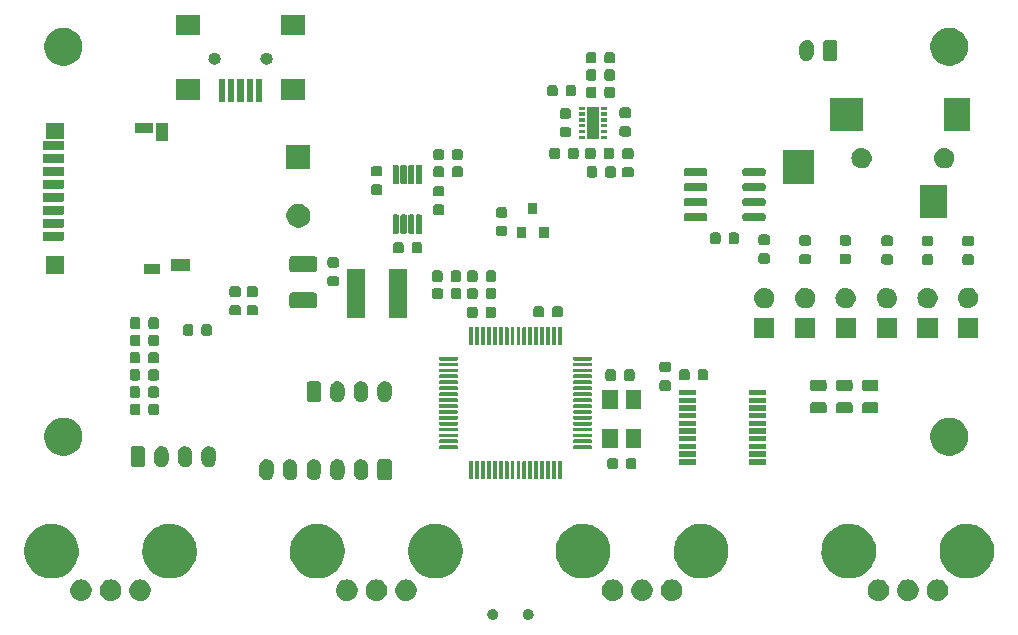
<source format=gts>
G04 #@! TF.GenerationSoftware,KiCad,Pcbnew,5.99.0-unknown-a5c7d45~86~ubuntu18.04.1*
G04 #@! TF.CreationDate,2020-01-09T22:12:47+01:00*
G04 #@! TF.ProjectId,V1_0,56315f30-2e6b-4696-9361-645f70636258,rev?*
G04 #@! TF.SameCoordinates,Original*
G04 #@! TF.FileFunction,Soldermask,Top*
G04 #@! TF.FilePolarity,Negative*
%FSLAX46Y46*%
G04 Gerber Fmt 4.6, Leading zero omitted, Abs format (unit mm)*
G04 Created by KiCad (PCBNEW 5.99.0-unknown-a5c7d45~86~ubuntu18.04.1) date 2020-01-09 22:12:47*
%MOMM*%
%LPD*%
G04 APERTURE LIST*
G04 APERTURE END LIST*
G36*
X142402671Y-131592712D02*
G01*
X142455437Y-131596911D01*
X142470580Y-131602922D01*
X142483544Y-131604871D01*
X142531849Y-131627242D01*
X142584002Y-131647944D01*
X142594170Y-131656105D01*
X142603110Y-131660245D01*
X142645671Y-131697438D01*
X142691879Y-131734524D01*
X142697367Y-131742615D01*
X142702328Y-131746950D01*
X142734541Y-131797417D01*
X142769528Y-131848996D01*
X142771437Y-131855222D01*
X142773222Y-131858018D01*
X142790997Y-131919001D01*
X142810085Y-131981240D01*
X142810057Y-131984392D01*
X142810073Y-131984445D01*
X142810025Y-131988096D01*
X142808815Y-132126779D01*
X142788425Y-132189346D01*
X142768051Y-132252996D01*
X142767340Y-132254048D01*
X142765956Y-132258295D01*
X142729034Y-132310733D01*
X142694276Y-132362167D01*
X142690777Y-132365067D01*
X142686321Y-132371395D01*
X142637925Y-132408867D01*
X142592818Y-132446249D01*
X142585648Y-132449344D01*
X142576950Y-132456079D01*
X142522609Y-132476559D01*
X142471847Y-132498473D01*
X142460854Y-132499832D01*
X142447514Y-132504860D01*
X142392706Y-132508260D01*
X142341078Y-132514645D01*
X142326931Y-132512341D01*
X142309456Y-132513425D01*
X142259163Y-132501304D01*
X142211030Y-132493465D01*
X142195162Y-132485880D01*
X142174982Y-132481016D01*
X142133218Y-132456267D01*
X142092145Y-132436633D01*
X142076625Y-132422732D01*
X142055983Y-132410500D01*
X142025498Y-132376939D01*
X141993997Y-132348724D01*
X141981290Y-132328270D01*
X141962979Y-132308111D01*
X141945071Y-132269968D01*
X141924465Y-132236799D01*
X141917141Y-132210480D01*
X141904193Y-132182901D01*
X141898742Y-132144360D01*
X141889140Y-132109853D01*
X141889540Y-132079294D01*
X141884823Y-132045940D01*
X141890438Y-132010684D01*
X141890865Y-131978103D01*
X141900774Y-131945794D01*
X141906580Y-131909339D01*
X141920896Y-131880182D01*
X141929500Y-131852126D01*
X141949859Y-131821191D01*
X141967543Y-131785174D01*
X141987585Y-131763869D01*
X142001936Y-131742063D01*
X142032620Y-131715995D01*
X142062320Y-131684423D01*
X142084936Y-131671549D01*
X142102358Y-131656748D01*
X142142080Y-131639021D01*
X142182531Y-131615995D01*
X142204769Y-131611044D01*
X142222683Y-131603050D01*
X142268993Y-131596747D01*
X142317550Y-131585938D01*
X142337029Y-131587488D01*
X142353246Y-131585281D01*
X142402671Y-131592712D01*
G37*
G36*
X139402671Y-131592712D02*
G01*
X139455437Y-131596911D01*
X139470580Y-131602922D01*
X139483544Y-131604871D01*
X139531849Y-131627242D01*
X139584002Y-131647944D01*
X139594170Y-131656105D01*
X139603110Y-131660245D01*
X139645671Y-131697438D01*
X139691879Y-131734524D01*
X139697367Y-131742615D01*
X139702328Y-131746950D01*
X139734541Y-131797417D01*
X139769528Y-131848996D01*
X139771437Y-131855222D01*
X139773222Y-131858018D01*
X139790997Y-131919001D01*
X139810085Y-131981240D01*
X139810057Y-131984392D01*
X139810073Y-131984445D01*
X139810025Y-131988096D01*
X139808815Y-132126779D01*
X139788425Y-132189346D01*
X139768051Y-132252996D01*
X139767340Y-132254048D01*
X139765956Y-132258295D01*
X139729034Y-132310733D01*
X139694276Y-132362167D01*
X139690777Y-132365067D01*
X139686321Y-132371395D01*
X139637925Y-132408867D01*
X139592818Y-132446249D01*
X139585648Y-132449344D01*
X139576950Y-132456079D01*
X139522609Y-132476559D01*
X139471847Y-132498473D01*
X139460854Y-132499832D01*
X139447514Y-132504860D01*
X139392706Y-132508260D01*
X139341078Y-132514645D01*
X139326931Y-132512341D01*
X139309456Y-132513425D01*
X139259163Y-132501304D01*
X139211030Y-132493465D01*
X139195162Y-132485880D01*
X139174982Y-132481016D01*
X139133218Y-132456267D01*
X139092145Y-132436633D01*
X139076625Y-132422732D01*
X139055983Y-132410500D01*
X139025498Y-132376939D01*
X138993997Y-132348724D01*
X138981290Y-132328270D01*
X138962979Y-132308111D01*
X138945071Y-132269968D01*
X138924465Y-132236799D01*
X138917141Y-132210480D01*
X138904193Y-132182901D01*
X138898742Y-132144360D01*
X138889140Y-132109853D01*
X138889540Y-132079294D01*
X138884823Y-132045940D01*
X138890438Y-132010684D01*
X138890865Y-131978103D01*
X138900774Y-131945794D01*
X138906580Y-131909339D01*
X138920896Y-131880182D01*
X138929500Y-131852126D01*
X138949859Y-131821191D01*
X138967543Y-131785174D01*
X138987585Y-131763869D01*
X139001936Y-131742063D01*
X139032620Y-131715995D01*
X139062320Y-131684423D01*
X139084936Y-131671549D01*
X139102358Y-131656748D01*
X139142080Y-131639021D01*
X139182531Y-131615995D01*
X139204769Y-131611044D01*
X139222683Y-131603050D01*
X139268993Y-131596747D01*
X139317550Y-131585938D01*
X139337029Y-131587488D01*
X139353246Y-131585281D01*
X139402671Y-131592712D01*
G37*
G36*
X129690242Y-129104983D02*
G01*
X129690245Y-129104984D01*
X129690246Y-129104984D01*
X129872171Y-129164095D01*
X130037828Y-129259738D01*
X130037831Y-129259740D01*
X130179986Y-129387737D01*
X130292424Y-129542494D01*
X130292425Y-129542496D01*
X130370228Y-129717243D01*
X130410000Y-129904356D01*
X130410000Y-130095644D01*
X130370228Y-130282757D01*
X130292425Y-130457504D01*
X130292424Y-130457506D01*
X130179986Y-130612263D01*
X130037831Y-130740260D01*
X130037829Y-130740261D01*
X130037828Y-130740262D01*
X129872171Y-130835905D01*
X129690246Y-130895016D01*
X129690245Y-130895016D01*
X129690242Y-130895017D01*
X129500000Y-130915012D01*
X129309758Y-130895017D01*
X129309755Y-130895016D01*
X129309754Y-130895016D01*
X129127829Y-130835905D01*
X128962172Y-130740262D01*
X128962171Y-130740261D01*
X128962169Y-130740260D01*
X128820014Y-130612263D01*
X128707576Y-130457506D01*
X128707575Y-130457504D01*
X128629772Y-130282757D01*
X128590000Y-130095644D01*
X128590000Y-129904356D01*
X128629772Y-129717243D01*
X128707575Y-129542496D01*
X128707576Y-129542494D01*
X128820014Y-129387737D01*
X128962169Y-129259740D01*
X128962172Y-129259738D01*
X129127829Y-129164095D01*
X129309754Y-129104984D01*
X129309755Y-129104984D01*
X129309758Y-129104983D01*
X129500000Y-129084988D01*
X129690242Y-129104983D01*
G37*
G36*
X154690242Y-129104983D02*
G01*
X154690245Y-129104984D01*
X154690246Y-129104984D01*
X154872171Y-129164095D01*
X155037828Y-129259738D01*
X155037831Y-129259740D01*
X155179986Y-129387737D01*
X155292424Y-129542494D01*
X155292425Y-129542496D01*
X155370228Y-129717243D01*
X155410000Y-129904356D01*
X155410000Y-130095644D01*
X155370228Y-130282757D01*
X155292425Y-130457504D01*
X155292424Y-130457506D01*
X155179986Y-130612263D01*
X155037831Y-130740260D01*
X155037829Y-130740261D01*
X155037828Y-130740262D01*
X154872171Y-130835905D01*
X154690246Y-130895016D01*
X154690245Y-130895016D01*
X154690242Y-130895017D01*
X154500000Y-130915012D01*
X154309758Y-130895017D01*
X154309755Y-130895016D01*
X154309754Y-130895016D01*
X154127829Y-130835905D01*
X153962172Y-130740262D01*
X153962171Y-130740261D01*
X153962169Y-130740260D01*
X153820014Y-130612263D01*
X153707576Y-130457506D01*
X153707575Y-130457504D01*
X153629772Y-130282757D01*
X153590000Y-130095644D01*
X153590000Y-129904356D01*
X153629772Y-129717243D01*
X153707575Y-129542496D01*
X153707576Y-129542494D01*
X153820014Y-129387737D01*
X153962169Y-129259740D01*
X153962172Y-129259738D01*
X154127829Y-129164095D01*
X154309754Y-129104984D01*
X154309755Y-129104984D01*
X154309758Y-129104983D01*
X154500000Y-129084988D01*
X154690242Y-129104983D01*
G37*
G36*
X152190242Y-129104983D02*
G01*
X152190245Y-129104984D01*
X152190246Y-129104984D01*
X152372171Y-129164095D01*
X152537828Y-129259738D01*
X152537831Y-129259740D01*
X152679986Y-129387737D01*
X152792424Y-129542494D01*
X152792425Y-129542496D01*
X152870228Y-129717243D01*
X152910000Y-129904356D01*
X152910000Y-130095644D01*
X152870228Y-130282757D01*
X152792425Y-130457504D01*
X152792424Y-130457506D01*
X152679986Y-130612263D01*
X152537831Y-130740260D01*
X152537829Y-130740261D01*
X152537828Y-130740262D01*
X152372171Y-130835905D01*
X152190246Y-130895016D01*
X152190245Y-130895016D01*
X152190242Y-130895017D01*
X152000000Y-130915012D01*
X151809758Y-130895017D01*
X151809755Y-130895016D01*
X151809754Y-130895016D01*
X151627829Y-130835905D01*
X151462172Y-130740262D01*
X151462171Y-130740261D01*
X151462169Y-130740260D01*
X151320014Y-130612263D01*
X151207576Y-130457506D01*
X151207575Y-130457504D01*
X151129772Y-130282757D01*
X151090000Y-130095644D01*
X151090000Y-129904356D01*
X151129772Y-129717243D01*
X151207575Y-129542496D01*
X151207576Y-129542494D01*
X151320014Y-129387737D01*
X151462169Y-129259740D01*
X151462172Y-129259738D01*
X151627829Y-129164095D01*
X151809754Y-129104984D01*
X151809755Y-129104984D01*
X151809758Y-129104983D01*
X152000000Y-129084988D01*
X152190242Y-129104983D01*
G37*
G36*
X149690242Y-129104983D02*
G01*
X149690245Y-129104984D01*
X149690246Y-129104984D01*
X149872171Y-129164095D01*
X150037828Y-129259738D01*
X150037831Y-129259740D01*
X150179986Y-129387737D01*
X150292424Y-129542494D01*
X150292425Y-129542496D01*
X150370228Y-129717243D01*
X150410000Y-129904356D01*
X150410000Y-130095644D01*
X150370228Y-130282757D01*
X150292425Y-130457504D01*
X150292424Y-130457506D01*
X150179986Y-130612263D01*
X150037831Y-130740260D01*
X150037829Y-130740261D01*
X150037828Y-130740262D01*
X149872171Y-130835905D01*
X149690246Y-130895016D01*
X149690245Y-130895016D01*
X149690242Y-130895017D01*
X149500000Y-130915012D01*
X149309758Y-130895017D01*
X149309755Y-130895016D01*
X149309754Y-130895016D01*
X149127829Y-130835905D01*
X148962172Y-130740262D01*
X148962171Y-130740261D01*
X148962169Y-130740260D01*
X148820014Y-130612263D01*
X148707576Y-130457506D01*
X148707575Y-130457504D01*
X148629772Y-130282757D01*
X148590000Y-130095644D01*
X148590000Y-129904356D01*
X148629772Y-129717243D01*
X148707575Y-129542496D01*
X148707576Y-129542494D01*
X148820014Y-129387737D01*
X148962169Y-129259740D01*
X148962172Y-129259738D01*
X149127829Y-129164095D01*
X149309754Y-129104984D01*
X149309755Y-129104984D01*
X149309758Y-129104983D01*
X149500000Y-129084988D01*
X149690242Y-129104983D01*
G37*
G36*
X132190242Y-129104983D02*
G01*
X132190245Y-129104984D01*
X132190246Y-129104984D01*
X132372171Y-129164095D01*
X132537828Y-129259738D01*
X132537831Y-129259740D01*
X132679986Y-129387737D01*
X132792424Y-129542494D01*
X132792425Y-129542496D01*
X132870228Y-129717243D01*
X132910000Y-129904356D01*
X132910000Y-130095644D01*
X132870228Y-130282757D01*
X132792425Y-130457504D01*
X132792424Y-130457506D01*
X132679986Y-130612263D01*
X132537831Y-130740260D01*
X132537829Y-130740261D01*
X132537828Y-130740262D01*
X132372171Y-130835905D01*
X132190246Y-130895016D01*
X132190245Y-130895016D01*
X132190242Y-130895017D01*
X132000000Y-130915012D01*
X131809758Y-130895017D01*
X131809755Y-130895016D01*
X131809754Y-130895016D01*
X131627829Y-130835905D01*
X131462172Y-130740262D01*
X131462171Y-130740261D01*
X131462169Y-130740260D01*
X131320014Y-130612263D01*
X131207576Y-130457506D01*
X131207575Y-130457504D01*
X131129772Y-130282757D01*
X131090000Y-130095644D01*
X131090000Y-129904356D01*
X131129772Y-129717243D01*
X131207575Y-129542496D01*
X131207576Y-129542494D01*
X131320014Y-129387737D01*
X131462169Y-129259740D01*
X131462172Y-129259738D01*
X131627829Y-129164095D01*
X131809754Y-129104984D01*
X131809755Y-129104984D01*
X131809758Y-129104983D01*
X132000000Y-129084988D01*
X132190242Y-129104983D01*
G37*
G36*
X177190242Y-129104983D02*
G01*
X177190245Y-129104984D01*
X177190246Y-129104984D01*
X177372171Y-129164095D01*
X177537828Y-129259738D01*
X177537831Y-129259740D01*
X177679986Y-129387737D01*
X177792424Y-129542494D01*
X177792425Y-129542496D01*
X177870228Y-129717243D01*
X177910000Y-129904356D01*
X177910000Y-130095644D01*
X177870228Y-130282757D01*
X177792425Y-130457504D01*
X177792424Y-130457506D01*
X177679986Y-130612263D01*
X177537831Y-130740260D01*
X177537829Y-130740261D01*
X177537828Y-130740262D01*
X177372171Y-130835905D01*
X177190246Y-130895016D01*
X177190245Y-130895016D01*
X177190242Y-130895017D01*
X177000000Y-130915012D01*
X176809758Y-130895017D01*
X176809755Y-130895016D01*
X176809754Y-130895016D01*
X176627829Y-130835905D01*
X176462172Y-130740262D01*
X176462171Y-130740261D01*
X176462169Y-130740260D01*
X176320014Y-130612263D01*
X176207576Y-130457506D01*
X176207575Y-130457504D01*
X176129772Y-130282757D01*
X176090000Y-130095644D01*
X176090000Y-129904356D01*
X176129772Y-129717243D01*
X176207575Y-129542496D01*
X176207576Y-129542494D01*
X176320014Y-129387737D01*
X176462169Y-129259740D01*
X176462172Y-129259738D01*
X176627829Y-129164095D01*
X176809754Y-129104984D01*
X176809755Y-129104984D01*
X176809758Y-129104983D01*
X177000000Y-129084988D01*
X177190242Y-129104983D01*
G37*
G36*
X174690242Y-129104983D02*
G01*
X174690245Y-129104984D01*
X174690246Y-129104984D01*
X174872171Y-129164095D01*
X175037828Y-129259738D01*
X175037831Y-129259740D01*
X175179986Y-129387737D01*
X175292424Y-129542494D01*
X175292425Y-129542496D01*
X175370228Y-129717243D01*
X175410000Y-129904356D01*
X175410000Y-130095644D01*
X175370228Y-130282757D01*
X175292425Y-130457504D01*
X175292424Y-130457506D01*
X175179986Y-130612263D01*
X175037831Y-130740260D01*
X175037829Y-130740261D01*
X175037828Y-130740262D01*
X174872171Y-130835905D01*
X174690246Y-130895016D01*
X174690245Y-130895016D01*
X174690242Y-130895017D01*
X174500000Y-130915012D01*
X174309758Y-130895017D01*
X174309755Y-130895016D01*
X174309754Y-130895016D01*
X174127829Y-130835905D01*
X173962172Y-130740262D01*
X173962171Y-130740261D01*
X173962169Y-130740260D01*
X173820014Y-130612263D01*
X173707576Y-130457506D01*
X173707575Y-130457504D01*
X173629772Y-130282757D01*
X173590000Y-130095644D01*
X173590000Y-129904356D01*
X173629772Y-129717243D01*
X173707575Y-129542496D01*
X173707576Y-129542494D01*
X173820014Y-129387737D01*
X173962169Y-129259740D01*
X173962172Y-129259738D01*
X174127829Y-129164095D01*
X174309754Y-129104984D01*
X174309755Y-129104984D01*
X174309758Y-129104983D01*
X174500000Y-129084988D01*
X174690242Y-129104983D01*
G37*
G36*
X172190242Y-129104983D02*
G01*
X172190245Y-129104984D01*
X172190246Y-129104984D01*
X172372171Y-129164095D01*
X172537828Y-129259738D01*
X172537831Y-129259740D01*
X172679986Y-129387737D01*
X172792424Y-129542494D01*
X172792425Y-129542496D01*
X172870228Y-129717243D01*
X172910000Y-129904356D01*
X172910000Y-130095644D01*
X172870228Y-130282757D01*
X172792425Y-130457504D01*
X172792424Y-130457506D01*
X172679986Y-130612263D01*
X172537831Y-130740260D01*
X172537829Y-130740261D01*
X172537828Y-130740262D01*
X172372171Y-130835905D01*
X172190246Y-130895016D01*
X172190245Y-130895016D01*
X172190242Y-130895017D01*
X172000000Y-130915012D01*
X171809758Y-130895017D01*
X171809755Y-130895016D01*
X171809754Y-130895016D01*
X171627829Y-130835905D01*
X171462172Y-130740262D01*
X171462171Y-130740261D01*
X171462169Y-130740260D01*
X171320014Y-130612263D01*
X171207576Y-130457506D01*
X171207575Y-130457504D01*
X171129772Y-130282757D01*
X171090000Y-130095644D01*
X171090000Y-129904356D01*
X171129772Y-129717243D01*
X171207575Y-129542496D01*
X171207576Y-129542494D01*
X171320014Y-129387737D01*
X171462169Y-129259740D01*
X171462172Y-129259738D01*
X171627829Y-129164095D01*
X171809754Y-129104984D01*
X171809755Y-129104984D01*
X171809758Y-129104983D01*
X172000000Y-129084988D01*
X172190242Y-129104983D01*
G37*
G36*
X107190242Y-129104983D02*
G01*
X107190245Y-129104984D01*
X107190246Y-129104984D01*
X107372171Y-129164095D01*
X107537828Y-129259738D01*
X107537831Y-129259740D01*
X107679986Y-129387737D01*
X107792424Y-129542494D01*
X107792425Y-129542496D01*
X107870228Y-129717243D01*
X107910000Y-129904356D01*
X107910000Y-130095644D01*
X107870228Y-130282757D01*
X107792425Y-130457504D01*
X107792424Y-130457506D01*
X107679986Y-130612263D01*
X107537831Y-130740260D01*
X107537829Y-130740261D01*
X107537828Y-130740262D01*
X107372171Y-130835905D01*
X107190246Y-130895016D01*
X107190245Y-130895016D01*
X107190242Y-130895017D01*
X107000000Y-130915012D01*
X106809758Y-130895017D01*
X106809755Y-130895016D01*
X106809754Y-130895016D01*
X106627829Y-130835905D01*
X106462172Y-130740262D01*
X106462171Y-130740261D01*
X106462169Y-130740260D01*
X106320014Y-130612263D01*
X106207576Y-130457506D01*
X106207575Y-130457504D01*
X106129772Y-130282757D01*
X106090000Y-130095644D01*
X106090000Y-129904356D01*
X106129772Y-129717243D01*
X106207575Y-129542496D01*
X106207576Y-129542494D01*
X106320014Y-129387737D01*
X106462169Y-129259740D01*
X106462172Y-129259738D01*
X106627829Y-129164095D01*
X106809754Y-129104984D01*
X106809755Y-129104984D01*
X106809758Y-129104983D01*
X107000000Y-129084988D01*
X107190242Y-129104983D01*
G37*
G36*
X104690242Y-129104983D02*
G01*
X104690245Y-129104984D01*
X104690246Y-129104984D01*
X104872171Y-129164095D01*
X105037828Y-129259738D01*
X105037831Y-129259740D01*
X105179986Y-129387737D01*
X105292424Y-129542494D01*
X105292425Y-129542496D01*
X105370228Y-129717243D01*
X105410000Y-129904356D01*
X105410000Y-130095644D01*
X105370228Y-130282757D01*
X105292425Y-130457504D01*
X105292424Y-130457506D01*
X105179986Y-130612263D01*
X105037831Y-130740260D01*
X105037829Y-130740261D01*
X105037828Y-130740262D01*
X104872171Y-130835905D01*
X104690246Y-130895016D01*
X104690245Y-130895016D01*
X104690242Y-130895017D01*
X104500000Y-130915012D01*
X104309758Y-130895017D01*
X104309755Y-130895016D01*
X104309754Y-130895016D01*
X104127829Y-130835905D01*
X103962172Y-130740262D01*
X103962171Y-130740261D01*
X103962169Y-130740260D01*
X103820014Y-130612263D01*
X103707576Y-130457506D01*
X103707575Y-130457504D01*
X103629772Y-130282757D01*
X103590000Y-130095644D01*
X103590000Y-129904356D01*
X103629772Y-129717243D01*
X103707575Y-129542496D01*
X103707576Y-129542494D01*
X103820014Y-129387737D01*
X103962169Y-129259740D01*
X103962172Y-129259738D01*
X104127829Y-129164095D01*
X104309754Y-129104984D01*
X104309755Y-129104984D01*
X104309758Y-129104983D01*
X104500000Y-129084988D01*
X104690242Y-129104983D01*
G37*
G36*
X109690242Y-129104983D02*
G01*
X109690245Y-129104984D01*
X109690246Y-129104984D01*
X109872171Y-129164095D01*
X110037828Y-129259738D01*
X110037831Y-129259740D01*
X110179986Y-129387737D01*
X110292424Y-129542494D01*
X110292425Y-129542496D01*
X110370228Y-129717243D01*
X110410000Y-129904356D01*
X110410000Y-130095644D01*
X110370228Y-130282757D01*
X110292425Y-130457504D01*
X110292424Y-130457506D01*
X110179986Y-130612263D01*
X110037831Y-130740260D01*
X110037829Y-130740261D01*
X110037828Y-130740262D01*
X109872171Y-130835905D01*
X109690246Y-130895016D01*
X109690245Y-130895016D01*
X109690242Y-130895017D01*
X109500000Y-130915012D01*
X109309758Y-130895017D01*
X109309755Y-130895016D01*
X109309754Y-130895016D01*
X109127829Y-130835905D01*
X108962172Y-130740262D01*
X108962171Y-130740261D01*
X108962169Y-130740260D01*
X108820014Y-130612263D01*
X108707576Y-130457506D01*
X108707575Y-130457504D01*
X108629772Y-130282757D01*
X108590000Y-130095644D01*
X108590000Y-129904356D01*
X108629772Y-129717243D01*
X108707575Y-129542496D01*
X108707576Y-129542494D01*
X108820014Y-129387737D01*
X108962169Y-129259740D01*
X108962172Y-129259738D01*
X109127829Y-129164095D01*
X109309754Y-129104984D01*
X109309755Y-129104984D01*
X109309758Y-129104983D01*
X109500000Y-129084988D01*
X109690242Y-129104983D01*
G37*
G36*
X127190242Y-129104983D02*
G01*
X127190245Y-129104984D01*
X127190246Y-129104984D01*
X127372171Y-129164095D01*
X127537828Y-129259738D01*
X127537831Y-129259740D01*
X127679986Y-129387737D01*
X127792424Y-129542494D01*
X127792425Y-129542496D01*
X127870228Y-129717243D01*
X127910000Y-129904356D01*
X127910000Y-130095644D01*
X127870228Y-130282757D01*
X127792425Y-130457504D01*
X127792424Y-130457506D01*
X127679986Y-130612263D01*
X127537831Y-130740260D01*
X127537829Y-130740261D01*
X127537828Y-130740262D01*
X127372171Y-130835905D01*
X127190246Y-130895016D01*
X127190245Y-130895016D01*
X127190242Y-130895017D01*
X127000000Y-130915012D01*
X126809758Y-130895017D01*
X126809755Y-130895016D01*
X126809754Y-130895016D01*
X126627829Y-130835905D01*
X126462172Y-130740262D01*
X126462171Y-130740261D01*
X126462169Y-130740260D01*
X126320014Y-130612263D01*
X126207576Y-130457506D01*
X126207575Y-130457504D01*
X126129772Y-130282757D01*
X126090000Y-130095644D01*
X126090000Y-129904356D01*
X126129772Y-129717243D01*
X126207575Y-129542496D01*
X126207576Y-129542494D01*
X126320014Y-129387737D01*
X126462169Y-129259740D01*
X126462172Y-129259738D01*
X126627829Y-129164095D01*
X126809754Y-129104984D01*
X126809755Y-129104984D01*
X126809758Y-129104983D01*
X127000000Y-129084988D01*
X127190242Y-129104983D01*
G37*
G36*
X156851666Y-124389870D02*
G01*
X157153418Y-124390133D01*
X157303514Y-124410027D01*
X157453607Y-124429920D01*
X157510147Y-124445123D01*
X157746034Y-124508549D01*
X158025687Y-124624671D01*
X158287801Y-124776308D01*
X158527875Y-124960856D01*
X158741806Y-125175161D01*
X158923363Y-125412199D01*
X158925937Y-125415560D01*
X159077114Y-125677933D01*
X159166349Y-125893898D01*
X159192751Y-125957797D01*
X159270869Y-126250359D01*
X159310131Y-126550607D01*
X159309867Y-126853418D01*
X159289973Y-127003514D01*
X159270080Y-127153607D01*
X159270079Y-127153610D01*
X159191451Y-127446034D01*
X159075329Y-127725687D01*
X158923692Y-127987801D01*
X158739144Y-128227875D01*
X158524839Y-128441806D01*
X158287371Y-128623692D01*
X158284440Y-128625937D01*
X158022067Y-128777114D01*
X157806102Y-128866349D01*
X157742203Y-128892751D01*
X157449641Y-128970869D01*
X157149393Y-129010131D01*
X157149389Y-129010131D01*
X157148334Y-129010130D01*
X156846582Y-129009867D01*
X156696486Y-128989973D01*
X156546393Y-128970080D01*
X156489853Y-128954877D01*
X156253966Y-128891451D01*
X155974313Y-128775329D01*
X155712199Y-128623692D01*
X155472125Y-128439144D01*
X155258194Y-128224839D01*
X155074063Y-127984440D01*
X154922887Y-127722068D01*
X154922886Y-127722067D01*
X154807250Y-127442205D01*
X154729132Y-127149644D01*
X154729131Y-127149641D01*
X154689869Y-126849393D01*
X154690133Y-126546582D01*
X154710027Y-126396486D01*
X154729920Y-126246393D01*
X154745123Y-126189853D01*
X154808549Y-125953966D01*
X154924671Y-125674313D01*
X155076308Y-125412199D01*
X155260856Y-125172125D01*
X155475161Y-124958194D01*
X155715560Y-124774063D01*
X155974832Y-124624673D01*
X155977933Y-124622886D01*
X156257795Y-124507250D01*
X156257794Y-124507250D01*
X156257797Y-124507249D01*
X156550359Y-124429131D01*
X156850607Y-124389869D01*
X156850611Y-124389869D01*
X156851666Y-124389870D01*
G37*
G36*
X169351666Y-124389870D02*
G01*
X169653418Y-124390133D01*
X169803514Y-124410027D01*
X169953607Y-124429920D01*
X170010147Y-124445123D01*
X170246034Y-124508549D01*
X170525687Y-124624671D01*
X170787801Y-124776308D01*
X171027875Y-124960856D01*
X171241806Y-125175161D01*
X171423363Y-125412199D01*
X171425937Y-125415560D01*
X171577114Y-125677933D01*
X171666349Y-125893898D01*
X171692751Y-125957797D01*
X171770869Y-126250359D01*
X171810131Y-126550607D01*
X171809867Y-126853418D01*
X171789973Y-127003514D01*
X171770080Y-127153607D01*
X171770079Y-127153610D01*
X171691451Y-127446034D01*
X171575329Y-127725687D01*
X171423692Y-127987801D01*
X171239144Y-128227875D01*
X171024839Y-128441806D01*
X170787371Y-128623692D01*
X170784440Y-128625937D01*
X170522067Y-128777114D01*
X170306102Y-128866349D01*
X170242203Y-128892751D01*
X169949641Y-128970869D01*
X169649393Y-129010131D01*
X169649389Y-129010131D01*
X169648334Y-129010130D01*
X169346582Y-129009867D01*
X169196486Y-128989973D01*
X169046393Y-128970080D01*
X168989853Y-128954877D01*
X168753966Y-128891451D01*
X168474313Y-128775329D01*
X168212199Y-128623692D01*
X167972125Y-128439144D01*
X167758194Y-128224839D01*
X167574063Y-127984440D01*
X167422887Y-127722068D01*
X167422886Y-127722067D01*
X167307250Y-127442205D01*
X167229132Y-127149644D01*
X167229131Y-127149641D01*
X167189869Y-126849393D01*
X167190133Y-126546582D01*
X167210027Y-126396486D01*
X167229920Y-126246393D01*
X167245123Y-126189853D01*
X167308549Y-125953966D01*
X167424671Y-125674313D01*
X167576308Y-125412199D01*
X167760856Y-125172125D01*
X167975161Y-124958194D01*
X168215560Y-124774063D01*
X168474832Y-124624673D01*
X168477933Y-124622886D01*
X168757795Y-124507250D01*
X168757794Y-124507250D01*
X168757797Y-124507249D01*
X169050359Y-124429131D01*
X169350607Y-124389869D01*
X169350611Y-124389869D01*
X169351666Y-124389870D01*
G37*
G36*
X134351666Y-124389870D02*
G01*
X134653418Y-124390133D01*
X134803514Y-124410027D01*
X134953607Y-124429920D01*
X135010147Y-124445123D01*
X135246034Y-124508549D01*
X135525687Y-124624671D01*
X135787801Y-124776308D01*
X136027875Y-124960856D01*
X136241806Y-125175161D01*
X136423363Y-125412199D01*
X136425937Y-125415560D01*
X136577114Y-125677933D01*
X136666349Y-125893898D01*
X136692751Y-125957797D01*
X136770869Y-126250359D01*
X136810131Y-126550607D01*
X136809867Y-126853418D01*
X136789973Y-127003514D01*
X136770080Y-127153607D01*
X136770079Y-127153610D01*
X136691451Y-127446034D01*
X136575329Y-127725687D01*
X136423692Y-127987801D01*
X136239144Y-128227875D01*
X136024839Y-128441806D01*
X135787371Y-128623692D01*
X135784440Y-128625937D01*
X135522067Y-128777114D01*
X135306102Y-128866349D01*
X135242203Y-128892751D01*
X134949641Y-128970869D01*
X134649393Y-129010131D01*
X134649389Y-129010131D01*
X134648334Y-129010130D01*
X134346582Y-129009867D01*
X134196486Y-128989973D01*
X134046393Y-128970080D01*
X133989853Y-128954877D01*
X133753966Y-128891451D01*
X133474313Y-128775329D01*
X133212199Y-128623692D01*
X132972125Y-128439144D01*
X132758194Y-128224839D01*
X132574063Y-127984440D01*
X132422887Y-127722068D01*
X132422886Y-127722067D01*
X132307250Y-127442205D01*
X132229132Y-127149644D01*
X132229131Y-127149641D01*
X132189869Y-126849393D01*
X132190133Y-126546582D01*
X132210027Y-126396486D01*
X132229920Y-126246393D01*
X132245123Y-126189853D01*
X132308549Y-125953966D01*
X132424671Y-125674313D01*
X132576308Y-125412199D01*
X132760856Y-125172125D01*
X132975161Y-124958194D01*
X133215560Y-124774063D01*
X133474832Y-124624673D01*
X133477933Y-124622886D01*
X133757795Y-124507250D01*
X133757794Y-124507250D01*
X133757797Y-124507249D01*
X134050359Y-124429131D01*
X134350607Y-124389869D01*
X134350611Y-124389869D01*
X134351666Y-124389870D01*
G37*
G36*
X146851666Y-124389870D02*
G01*
X147153418Y-124390133D01*
X147303514Y-124410027D01*
X147453607Y-124429920D01*
X147510147Y-124445123D01*
X147746034Y-124508549D01*
X148025687Y-124624671D01*
X148287801Y-124776308D01*
X148527875Y-124960856D01*
X148741806Y-125175161D01*
X148923363Y-125412199D01*
X148925937Y-125415560D01*
X149077114Y-125677933D01*
X149166349Y-125893898D01*
X149192751Y-125957797D01*
X149270869Y-126250359D01*
X149310131Y-126550607D01*
X149309867Y-126853418D01*
X149289973Y-127003514D01*
X149270080Y-127153607D01*
X149270079Y-127153610D01*
X149191451Y-127446034D01*
X149075329Y-127725687D01*
X148923692Y-127987801D01*
X148739144Y-128227875D01*
X148524839Y-128441806D01*
X148287371Y-128623692D01*
X148284440Y-128625937D01*
X148022067Y-128777114D01*
X147806102Y-128866349D01*
X147742203Y-128892751D01*
X147449641Y-128970869D01*
X147149393Y-129010131D01*
X147149389Y-129010131D01*
X147148334Y-129010130D01*
X146846582Y-129009867D01*
X146696486Y-128989973D01*
X146546393Y-128970080D01*
X146489853Y-128954877D01*
X146253966Y-128891451D01*
X145974313Y-128775329D01*
X145712199Y-128623692D01*
X145472125Y-128439144D01*
X145258194Y-128224839D01*
X145074063Y-127984440D01*
X144922887Y-127722068D01*
X144922886Y-127722067D01*
X144807250Y-127442205D01*
X144729132Y-127149644D01*
X144729131Y-127149641D01*
X144689869Y-126849393D01*
X144690133Y-126546582D01*
X144710027Y-126396486D01*
X144729920Y-126246393D01*
X144745123Y-126189853D01*
X144808549Y-125953966D01*
X144924671Y-125674313D01*
X145076308Y-125412199D01*
X145260856Y-125172125D01*
X145475161Y-124958194D01*
X145715560Y-124774063D01*
X145974832Y-124624673D01*
X145977933Y-124622886D01*
X146257795Y-124507250D01*
X146257794Y-124507250D01*
X146257797Y-124507249D01*
X146550359Y-124429131D01*
X146850607Y-124389869D01*
X146850611Y-124389869D01*
X146851666Y-124389870D01*
G37*
G36*
X101851666Y-124389870D02*
G01*
X102153418Y-124390133D01*
X102303514Y-124410027D01*
X102453607Y-124429920D01*
X102510147Y-124445123D01*
X102746034Y-124508549D01*
X103025687Y-124624671D01*
X103287801Y-124776308D01*
X103527875Y-124960856D01*
X103741806Y-125175161D01*
X103923363Y-125412199D01*
X103925937Y-125415560D01*
X104077114Y-125677933D01*
X104166349Y-125893898D01*
X104192751Y-125957797D01*
X104270869Y-126250359D01*
X104310131Y-126550607D01*
X104309867Y-126853418D01*
X104289973Y-127003514D01*
X104270080Y-127153607D01*
X104270079Y-127153610D01*
X104191451Y-127446034D01*
X104075329Y-127725687D01*
X103923692Y-127987801D01*
X103739144Y-128227875D01*
X103524839Y-128441806D01*
X103287371Y-128623692D01*
X103284440Y-128625937D01*
X103022067Y-128777114D01*
X102806102Y-128866349D01*
X102742203Y-128892751D01*
X102449641Y-128970869D01*
X102149393Y-129010131D01*
X102149389Y-129010131D01*
X102148334Y-129010130D01*
X101846582Y-129009867D01*
X101696486Y-128989973D01*
X101546393Y-128970080D01*
X101489853Y-128954877D01*
X101253966Y-128891451D01*
X100974313Y-128775329D01*
X100712199Y-128623692D01*
X100472125Y-128439144D01*
X100258194Y-128224839D01*
X100074063Y-127984440D01*
X99922887Y-127722068D01*
X99922886Y-127722067D01*
X99807250Y-127442205D01*
X99729132Y-127149644D01*
X99729131Y-127149641D01*
X99689869Y-126849393D01*
X99690133Y-126546582D01*
X99710027Y-126396486D01*
X99729920Y-126246393D01*
X99745123Y-126189853D01*
X99808549Y-125953966D01*
X99924671Y-125674313D01*
X100076308Y-125412199D01*
X100260856Y-125172125D01*
X100475161Y-124958194D01*
X100715560Y-124774063D01*
X100974832Y-124624673D01*
X100977933Y-124622886D01*
X101257795Y-124507250D01*
X101257794Y-124507250D01*
X101257797Y-124507249D01*
X101550359Y-124429131D01*
X101850607Y-124389869D01*
X101850611Y-124389869D01*
X101851666Y-124389870D01*
G37*
G36*
X111851666Y-124389870D02*
G01*
X112153418Y-124390133D01*
X112303514Y-124410027D01*
X112453607Y-124429920D01*
X112510147Y-124445123D01*
X112746034Y-124508549D01*
X113025687Y-124624671D01*
X113287801Y-124776308D01*
X113527875Y-124960856D01*
X113741806Y-125175161D01*
X113923363Y-125412199D01*
X113925937Y-125415560D01*
X114077114Y-125677933D01*
X114166349Y-125893898D01*
X114192751Y-125957797D01*
X114270869Y-126250359D01*
X114310131Y-126550607D01*
X114309867Y-126853418D01*
X114289973Y-127003514D01*
X114270080Y-127153607D01*
X114270079Y-127153610D01*
X114191451Y-127446034D01*
X114075329Y-127725687D01*
X113923692Y-127987801D01*
X113739144Y-128227875D01*
X113524839Y-128441806D01*
X113287371Y-128623692D01*
X113284440Y-128625937D01*
X113022067Y-128777114D01*
X112806102Y-128866349D01*
X112742203Y-128892751D01*
X112449641Y-128970869D01*
X112149393Y-129010131D01*
X112149389Y-129010131D01*
X112148334Y-129010130D01*
X111846582Y-129009867D01*
X111696486Y-128989973D01*
X111546393Y-128970080D01*
X111489853Y-128954877D01*
X111253966Y-128891451D01*
X110974313Y-128775329D01*
X110712199Y-128623692D01*
X110472125Y-128439144D01*
X110258194Y-128224839D01*
X110074063Y-127984440D01*
X109922887Y-127722068D01*
X109922886Y-127722067D01*
X109807250Y-127442205D01*
X109729132Y-127149644D01*
X109729131Y-127149641D01*
X109689869Y-126849393D01*
X109690133Y-126546582D01*
X109710027Y-126396486D01*
X109729920Y-126246393D01*
X109745123Y-126189853D01*
X109808549Y-125953966D01*
X109924671Y-125674313D01*
X110076308Y-125412199D01*
X110260856Y-125172125D01*
X110475161Y-124958194D01*
X110715560Y-124774063D01*
X110974832Y-124624673D01*
X110977933Y-124622886D01*
X111257795Y-124507250D01*
X111257794Y-124507250D01*
X111257797Y-124507249D01*
X111550359Y-124429131D01*
X111850607Y-124389869D01*
X111850611Y-124389869D01*
X111851666Y-124389870D01*
G37*
G36*
X179351666Y-124389870D02*
G01*
X179653418Y-124390133D01*
X179803514Y-124410027D01*
X179953607Y-124429920D01*
X180010147Y-124445123D01*
X180246034Y-124508549D01*
X180525687Y-124624671D01*
X180787801Y-124776308D01*
X181027875Y-124960856D01*
X181241806Y-125175161D01*
X181423363Y-125412199D01*
X181425937Y-125415560D01*
X181577114Y-125677933D01*
X181666349Y-125893898D01*
X181692751Y-125957797D01*
X181770869Y-126250359D01*
X181810131Y-126550607D01*
X181809867Y-126853418D01*
X181789973Y-127003514D01*
X181770080Y-127153607D01*
X181770079Y-127153610D01*
X181691451Y-127446034D01*
X181575329Y-127725687D01*
X181423692Y-127987801D01*
X181239144Y-128227875D01*
X181024839Y-128441806D01*
X180787371Y-128623692D01*
X180784440Y-128625937D01*
X180522067Y-128777114D01*
X180306102Y-128866349D01*
X180242203Y-128892751D01*
X179949641Y-128970869D01*
X179649393Y-129010131D01*
X179649389Y-129010131D01*
X179648334Y-129010130D01*
X179346582Y-129009867D01*
X179196486Y-128989973D01*
X179046393Y-128970080D01*
X178989853Y-128954877D01*
X178753966Y-128891451D01*
X178474313Y-128775329D01*
X178212199Y-128623692D01*
X177972125Y-128439144D01*
X177758194Y-128224839D01*
X177574063Y-127984440D01*
X177422887Y-127722068D01*
X177422886Y-127722067D01*
X177307250Y-127442205D01*
X177229132Y-127149644D01*
X177229131Y-127149641D01*
X177189869Y-126849393D01*
X177190133Y-126546582D01*
X177210027Y-126396486D01*
X177229920Y-126246393D01*
X177245123Y-126189853D01*
X177308549Y-125953966D01*
X177424671Y-125674313D01*
X177576308Y-125412199D01*
X177760856Y-125172125D01*
X177975161Y-124958194D01*
X178215560Y-124774063D01*
X178474832Y-124624673D01*
X178477933Y-124622886D01*
X178757795Y-124507250D01*
X178757794Y-124507250D01*
X178757797Y-124507249D01*
X179050359Y-124429131D01*
X179350607Y-124389869D01*
X179350611Y-124389869D01*
X179351666Y-124389870D01*
G37*
G36*
X124351666Y-124389870D02*
G01*
X124653418Y-124390133D01*
X124803514Y-124410027D01*
X124953607Y-124429920D01*
X125010147Y-124445123D01*
X125246034Y-124508549D01*
X125525687Y-124624671D01*
X125787801Y-124776308D01*
X126027875Y-124960856D01*
X126241806Y-125175161D01*
X126423363Y-125412199D01*
X126425937Y-125415560D01*
X126577114Y-125677933D01*
X126666349Y-125893898D01*
X126692751Y-125957797D01*
X126770869Y-126250359D01*
X126810131Y-126550607D01*
X126809867Y-126853418D01*
X126789973Y-127003514D01*
X126770080Y-127153607D01*
X126770079Y-127153610D01*
X126691451Y-127446034D01*
X126575329Y-127725687D01*
X126423692Y-127987801D01*
X126239144Y-128227875D01*
X126024839Y-128441806D01*
X125787371Y-128623692D01*
X125784440Y-128625937D01*
X125522067Y-128777114D01*
X125306102Y-128866349D01*
X125242203Y-128892751D01*
X124949641Y-128970869D01*
X124649393Y-129010131D01*
X124649389Y-129010131D01*
X124648334Y-129010130D01*
X124346582Y-129009867D01*
X124196486Y-128989973D01*
X124046393Y-128970080D01*
X123989853Y-128954877D01*
X123753966Y-128891451D01*
X123474313Y-128775329D01*
X123212199Y-128623692D01*
X122972125Y-128439144D01*
X122758194Y-128224839D01*
X122574063Y-127984440D01*
X122422887Y-127722068D01*
X122422886Y-127722067D01*
X122307250Y-127442205D01*
X122229132Y-127149644D01*
X122229131Y-127149641D01*
X122189869Y-126849393D01*
X122190133Y-126546582D01*
X122210027Y-126396486D01*
X122229920Y-126246393D01*
X122245123Y-126189853D01*
X122308549Y-125953966D01*
X122424671Y-125674313D01*
X122576308Y-125412199D01*
X122760856Y-125172125D01*
X122975161Y-124958194D01*
X123215560Y-124774063D01*
X123474832Y-124624673D01*
X123477933Y-124622886D01*
X123757795Y-124507250D01*
X123757794Y-124507250D01*
X123757797Y-124507249D01*
X124050359Y-124429131D01*
X124350607Y-124389869D01*
X124350611Y-124389869D01*
X124351666Y-124389870D01*
G37*
G36*
X128389998Y-118940245D02*
G01*
X128529452Y-119005867D01*
X128648205Y-119104108D01*
X128719104Y-119201693D01*
X128738796Y-119228797D01*
X128795532Y-119372094D01*
X128810000Y-119486623D01*
X128810000Y-120100414D01*
X128771671Y-120301341D01*
X128771478Y-120301692D01*
X128771478Y-120301693D01*
X128697422Y-120436400D01*
X128662999Y-120473056D01*
X128591919Y-120548749D01*
X128485901Y-120616029D01*
X128461789Y-120631331D01*
X128315211Y-120678957D01*
X128161396Y-120688635D01*
X128161393Y-120688635D01*
X128010002Y-120659755D01*
X127870548Y-120594133D01*
X127751795Y-120495892D01*
X127661205Y-120371204D01*
X127661204Y-120371202D01*
X127604468Y-120227905D01*
X127590000Y-120113376D01*
X127590000Y-119499586D01*
X127628329Y-119298659D01*
X127702579Y-119163601D01*
X127808082Y-119051251D01*
X127938211Y-118968669D01*
X128084789Y-118921043D01*
X128238604Y-118911365D01*
X128238607Y-118911365D01*
X128389998Y-118940245D01*
G37*
G36*
X120389998Y-118940245D02*
G01*
X120529452Y-119005867D01*
X120648205Y-119104108D01*
X120719104Y-119201693D01*
X120738796Y-119228797D01*
X120795532Y-119372094D01*
X120810000Y-119486623D01*
X120810000Y-120100414D01*
X120771671Y-120301341D01*
X120771478Y-120301692D01*
X120771478Y-120301693D01*
X120697422Y-120436400D01*
X120662999Y-120473056D01*
X120591919Y-120548749D01*
X120485901Y-120616029D01*
X120461789Y-120631331D01*
X120315211Y-120678957D01*
X120161396Y-120688635D01*
X120161393Y-120688635D01*
X120010002Y-120659755D01*
X119870548Y-120594133D01*
X119751795Y-120495892D01*
X119661205Y-120371204D01*
X119661204Y-120371202D01*
X119604468Y-120227905D01*
X119590000Y-120113376D01*
X119590000Y-119499586D01*
X119628329Y-119298659D01*
X119702579Y-119163601D01*
X119808082Y-119051251D01*
X119938211Y-118968669D01*
X120084789Y-118921043D01*
X120238604Y-118911365D01*
X120238607Y-118911365D01*
X120389998Y-118940245D01*
G37*
G36*
X122389998Y-118940245D02*
G01*
X122529452Y-119005867D01*
X122648205Y-119104108D01*
X122719104Y-119201693D01*
X122738796Y-119228797D01*
X122795532Y-119372094D01*
X122810000Y-119486623D01*
X122810000Y-120100414D01*
X122771671Y-120301341D01*
X122771478Y-120301692D01*
X122771478Y-120301693D01*
X122697422Y-120436400D01*
X122662999Y-120473056D01*
X122591919Y-120548749D01*
X122485901Y-120616029D01*
X122461789Y-120631331D01*
X122315211Y-120678957D01*
X122161396Y-120688635D01*
X122161393Y-120688635D01*
X122010002Y-120659755D01*
X121870548Y-120594133D01*
X121751795Y-120495892D01*
X121661205Y-120371204D01*
X121661204Y-120371202D01*
X121604468Y-120227905D01*
X121590000Y-120113376D01*
X121590000Y-119499586D01*
X121628329Y-119298659D01*
X121702579Y-119163601D01*
X121808082Y-119051251D01*
X121938211Y-118968669D01*
X122084789Y-118921043D01*
X122238604Y-118911365D01*
X122238607Y-118911365D01*
X122389998Y-118940245D01*
G37*
G36*
X124389998Y-118940245D02*
G01*
X124529452Y-119005867D01*
X124648205Y-119104108D01*
X124719104Y-119201693D01*
X124738796Y-119228797D01*
X124795532Y-119372094D01*
X124810000Y-119486623D01*
X124810000Y-120100414D01*
X124771671Y-120301341D01*
X124771478Y-120301692D01*
X124771478Y-120301693D01*
X124697422Y-120436400D01*
X124662999Y-120473056D01*
X124591919Y-120548749D01*
X124485901Y-120616029D01*
X124461789Y-120631331D01*
X124315211Y-120678957D01*
X124161396Y-120688635D01*
X124161393Y-120688635D01*
X124010002Y-120659755D01*
X123870548Y-120594133D01*
X123751795Y-120495892D01*
X123661205Y-120371204D01*
X123661204Y-120371202D01*
X123604468Y-120227905D01*
X123590000Y-120113376D01*
X123590000Y-119499586D01*
X123628329Y-119298659D01*
X123702579Y-119163601D01*
X123808082Y-119051251D01*
X123938211Y-118968669D01*
X124084789Y-118921043D01*
X124238604Y-118911365D01*
X124238607Y-118911365D01*
X124389998Y-118940245D01*
G37*
G36*
X126389998Y-118940245D02*
G01*
X126529452Y-119005867D01*
X126648205Y-119104108D01*
X126719104Y-119201693D01*
X126738796Y-119228797D01*
X126795532Y-119372094D01*
X126810000Y-119486623D01*
X126810000Y-120100414D01*
X126771671Y-120301341D01*
X126771478Y-120301692D01*
X126771478Y-120301693D01*
X126697422Y-120436400D01*
X126662999Y-120473056D01*
X126591919Y-120548749D01*
X126485901Y-120616029D01*
X126461789Y-120631331D01*
X126315211Y-120678957D01*
X126161396Y-120688635D01*
X126161393Y-120688635D01*
X126010002Y-120659755D01*
X125870548Y-120594133D01*
X125751795Y-120495892D01*
X125661205Y-120371204D01*
X125661204Y-120371202D01*
X125604468Y-120227905D01*
X125590000Y-120113376D01*
X125590000Y-119499586D01*
X125628329Y-119298659D01*
X125702579Y-119163601D01*
X125808082Y-119051251D01*
X125938211Y-118968669D01*
X126084789Y-118921043D01*
X126238604Y-118911365D01*
X126238607Y-118911365D01*
X126389998Y-118940245D01*
G37*
G36*
X130640875Y-118932679D02*
G01*
X130643671Y-118934410D01*
X130646550Y-118934983D01*
X130671229Y-118951473D01*
X130723716Y-118983971D01*
X130727638Y-118989164D01*
X130732552Y-118992448D01*
X130751256Y-119020440D01*
X130782248Y-119061481D01*
X130784187Y-119069725D01*
X130790017Y-119078450D01*
X130810196Y-119179897D01*
X130810196Y-119180305D01*
X130810441Y-119181347D01*
X130810441Y-120418945D01*
X130792321Y-120515875D01*
X130790590Y-120518671D01*
X130790017Y-120521550D01*
X130773527Y-120546229D01*
X130741029Y-120598716D01*
X130735836Y-120602638D01*
X130732552Y-120607552D01*
X130704560Y-120626256D01*
X130663519Y-120657248D01*
X130655275Y-120659187D01*
X130646550Y-120665017D01*
X130545103Y-120685196D01*
X130544695Y-120685196D01*
X130543653Y-120685441D01*
X129856055Y-120685441D01*
X129759125Y-120667321D01*
X129756329Y-120665590D01*
X129753450Y-120665017D01*
X129728771Y-120648527D01*
X129676284Y-120616029D01*
X129672362Y-120610836D01*
X129667448Y-120607552D01*
X129648744Y-120579560D01*
X129617752Y-120538519D01*
X129615813Y-120530275D01*
X129609983Y-120521550D01*
X129589804Y-120420103D01*
X129589804Y-120419695D01*
X129589559Y-120418653D01*
X129589559Y-119181055D01*
X129607679Y-119084125D01*
X129609410Y-119081329D01*
X129609983Y-119078450D01*
X129626473Y-119053771D01*
X129658971Y-119001284D01*
X129664164Y-118997362D01*
X129667448Y-118992448D01*
X129695440Y-118973744D01*
X129736481Y-118942752D01*
X129744725Y-118940813D01*
X129753450Y-118934983D01*
X129854897Y-118914804D01*
X129855305Y-118914804D01*
X129856347Y-118914559D01*
X130543945Y-118914559D01*
X130640875Y-118932679D01*
G37*
G36*
X142616281Y-119042340D02*
G01*
X142636696Y-119046401D01*
X142664812Y-119065188D01*
X142683599Y-119093304D01*
X142683599Y-119093305D01*
X142690441Y-119127700D01*
X142690441Y-120522300D01*
X142690196Y-120523531D01*
X142683599Y-120556696D01*
X142664812Y-120584812D01*
X142636696Y-120603599D01*
X142616823Y-120607552D01*
X142602300Y-120610441D01*
X142457700Y-120610441D01*
X142443177Y-120607552D01*
X142423304Y-120603599D01*
X142395188Y-120584812D01*
X142376401Y-120556696D01*
X142369804Y-120523531D01*
X142369559Y-120522300D01*
X142369559Y-119127700D01*
X142376401Y-119093305D01*
X142376401Y-119093304D01*
X142395188Y-119065188D01*
X142423304Y-119046401D01*
X142443719Y-119042340D01*
X142457700Y-119039559D01*
X142602300Y-119039559D01*
X142616281Y-119042340D01*
G37*
G36*
X142116281Y-119042340D02*
G01*
X142136696Y-119046401D01*
X142164812Y-119065188D01*
X142183599Y-119093304D01*
X142183599Y-119093305D01*
X142190441Y-119127700D01*
X142190441Y-120522300D01*
X142190196Y-120523531D01*
X142183599Y-120556696D01*
X142164812Y-120584812D01*
X142136696Y-120603599D01*
X142116823Y-120607552D01*
X142102300Y-120610441D01*
X141957700Y-120610441D01*
X141943177Y-120607552D01*
X141923304Y-120603599D01*
X141895188Y-120584812D01*
X141876401Y-120556696D01*
X141869804Y-120523531D01*
X141869559Y-120522300D01*
X141869559Y-119127700D01*
X141876401Y-119093305D01*
X141876401Y-119093304D01*
X141895188Y-119065188D01*
X141923304Y-119046401D01*
X141943719Y-119042340D01*
X141957700Y-119039559D01*
X142102300Y-119039559D01*
X142116281Y-119042340D01*
G37*
G36*
X140616281Y-119042340D02*
G01*
X140636696Y-119046401D01*
X140664812Y-119065188D01*
X140683599Y-119093304D01*
X140683599Y-119093305D01*
X140690441Y-119127700D01*
X140690441Y-120522300D01*
X140690196Y-120523531D01*
X140683599Y-120556696D01*
X140664812Y-120584812D01*
X140636696Y-120603599D01*
X140616823Y-120607552D01*
X140602300Y-120610441D01*
X140457700Y-120610441D01*
X140443177Y-120607552D01*
X140423304Y-120603599D01*
X140395188Y-120584812D01*
X140376401Y-120556696D01*
X140369804Y-120523531D01*
X140369559Y-120522300D01*
X140369559Y-119127700D01*
X140376401Y-119093305D01*
X140376401Y-119093304D01*
X140395188Y-119065188D01*
X140423304Y-119046401D01*
X140443719Y-119042340D01*
X140457700Y-119039559D01*
X140602300Y-119039559D01*
X140616281Y-119042340D01*
G37*
G36*
X141616281Y-119042340D02*
G01*
X141636696Y-119046401D01*
X141664812Y-119065188D01*
X141683599Y-119093304D01*
X141683599Y-119093305D01*
X141690441Y-119127700D01*
X141690441Y-120522300D01*
X141690196Y-120523531D01*
X141683599Y-120556696D01*
X141664812Y-120584812D01*
X141636696Y-120603599D01*
X141616823Y-120607552D01*
X141602300Y-120610441D01*
X141457700Y-120610441D01*
X141443177Y-120607552D01*
X141423304Y-120603599D01*
X141395188Y-120584812D01*
X141376401Y-120556696D01*
X141369804Y-120523531D01*
X141369559Y-120522300D01*
X141369559Y-119127700D01*
X141376401Y-119093305D01*
X141376401Y-119093304D01*
X141395188Y-119065188D01*
X141423304Y-119046401D01*
X141443719Y-119042340D01*
X141457700Y-119039559D01*
X141602300Y-119039559D01*
X141616281Y-119042340D01*
G37*
G36*
X141116281Y-119042340D02*
G01*
X141136696Y-119046401D01*
X141164812Y-119065188D01*
X141183599Y-119093304D01*
X141183599Y-119093305D01*
X141190441Y-119127700D01*
X141190441Y-120522300D01*
X141190196Y-120523531D01*
X141183599Y-120556696D01*
X141164812Y-120584812D01*
X141136696Y-120603599D01*
X141116823Y-120607552D01*
X141102300Y-120610441D01*
X140957700Y-120610441D01*
X140943177Y-120607552D01*
X140923304Y-120603599D01*
X140895188Y-120584812D01*
X140876401Y-120556696D01*
X140869804Y-120523531D01*
X140869559Y-120522300D01*
X140869559Y-119127700D01*
X140876401Y-119093305D01*
X140876401Y-119093304D01*
X140895188Y-119065188D01*
X140923304Y-119046401D01*
X140943719Y-119042340D01*
X140957700Y-119039559D01*
X141102300Y-119039559D01*
X141116281Y-119042340D01*
G37*
G36*
X140116281Y-119042340D02*
G01*
X140136696Y-119046401D01*
X140164812Y-119065188D01*
X140183599Y-119093304D01*
X140183599Y-119093305D01*
X140190441Y-119127700D01*
X140190441Y-120522300D01*
X140190196Y-120523531D01*
X140183599Y-120556696D01*
X140164812Y-120584812D01*
X140136696Y-120603599D01*
X140116823Y-120607552D01*
X140102300Y-120610441D01*
X139957700Y-120610441D01*
X139943177Y-120607552D01*
X139923304Y-120603599D01*
X139895188Y-120584812D01*
X139876401Y-120556696D01*
X139869804Y-120523531D01*
X139869559Y-120522300D01*
X139869559Y-119127700D01*
X139876401Y-119093305D01*
X139876401Y-119093304D01*
X139895188Y-119065188D01*
X139923304Y-119046401D01*
X139943719Y-119042340D01*
X139957700Y-119039559D01*
X140102300Y-119039559D01*
X140116281Y-119042340D01*
G37*
G36*
X139616281Y-119042340D02*
G01*
X139636696Y-119046401D01*
X139664812Y-119065188D01*
X139683599Y-119093304D01*
X139683599Y-119093305D01*
X139690441Y-119127700D01*
X139690441Y-120522300D01*
X139690196Y-120523531D01*
X139683599Y-120556696D01*
X139664812Y-120584812D01*
X139636696Y-120603599D01*
X139616823Y-120607552D01*
X139602300Y-120610441D01*
X139457700Y-120610441D01*
X139443177Y-120607552D01*
X139423304Y-120603599D01*
X139395188Y-120584812D01*
X139376401Y-120556696D01*
X139369804Y-120523531D01*
X139369559Y-120522300D01*
X139369559Y-119127700D01*
X139376401Y-119093305D01*
X139376401Y-119093304D01*
X139395188Y-119065188D01*
X139423304Y-119046401D01*
X139443719Y-119042340D01*
X139457700Y-119039559D01*
X139602300Y-119039559D01*
X139616281Y-119042340D01*
G37*
G36*
X139116281Y-119042340D02*
G01*
X139136696Y-119046401D01*
X139164812Y-119065188D01*
X139183599Y-119093304D01*
X139183599Y-119093305D01*
X139190441Y-119127700D01*
X139190441Y-120522300D01*
X139190196Y-120523531D01*
X139183599Y-120556696D01*
X139164812Y-120584812D01*
X139136696Y-120603599D01*
X139116823Y-120607552D01*
X139102300Y-120610441D01*
X138957700Y-120610441D01*
X138943177Y-120607552D01*
X138923304Y-120603599D01*
X138895188Y-120584812D01*
X138876401Y-120556696D01*
X138869804Y-120523531D01*
X138869559Y-120522300D01*
X138869559Y-119127700D01*
X138876401Y-119093305D01*
X138876401Y-119093304D01*
X138895188Y-119065188D01*
X138923304Y-119046401D01*
X138943719Y-119042340D01*
X138957700Y-119039559D01*
X139102300Y-119039559D01*
X139116281Y-119042340D01*
G37*
G36*
X137616281Y-119042340D02*
G01*
X137636696Y-119046401D01*
X137664812Y-119065188D01*
X137683599Y-119093304D01*
X137683599Y-119093305D01*
X137690441Y-119127700D01*
X137690441Y-120522300D01*
X137690196Y-120523531D01*
X137683599Y-120556696D01*
X137664812Y-120584812D01*
X137636696Y-120603599D01*
X137616823Y-120607552D01*
X137602300Y-120610441D01*
X137457700Y-120610441D01*
X137443177Y-120607552D01*
X137423304Y-120603599D01*
X137395188Y-120584812D01*
X137376401Y-120556696D01*
X137369804Y-120523531D01*
X137369559Y-120522300D01*
X137369559Y-119127700D01*
X137376401Y-119093305D01*
X137376401Y-119093304D01*
X137395188Y-119065188D01*
X137423304Y-119046401D01*
X137443719Y-119042340D01*
X137457700Y-119039559D01*
X137602300Y-119039559D01*
X137616281Y-119042340D01*
G37*
G36*
X138116281Y-119042340D02*
G01*
X138136696Y-119046401D01*
X138164812Y-119065188D01*
X138183599Y-119093304D01*
X138183599Y-119093305D01*
X138190441Y-119127700D01*
X138190441Y-120522300D01*
X138190196Y-120523531D01*
X138183599Y-120556696D01*
X138164812Y-120584812D01*
X138136696Y-120603599D01*
X138116823Y-120607552D01*
X138102300Y-120610441D01*
X137957700Y-120610441D01*
X137943177Y-120607552D01*
X137923304Y-120603599D01*
X137895188Y-120584812D01*
X137876401Y-120556696D01*
X137869804Y-120523531D01*
X137869559Y-120522300D01*
X137869559Y-119127700D01*
X137876401Y-119093305D01*
X137876401Y-119093304D01*
X137895188Y-119065188D01*
X137923304Y-119046401D01*
X137943719Y-119042340D01*
X137957700Y-119039559D01*
X138102300Y-119039559D01*
X138116281Y-119042340D01*
G37*
G36*
X138616281Y-119042340D02*
G01*
X138636696Y-119046401D01*
X138664812Y-119065188D01*
X138683599Y-119093304D01*
X138683599Y-119093305D01*
X138690441Y-119127700D01*
X138690441Y-120522300D01*
X138690196Y-120523531D01*
X138683599Y-120556696D01*
X138664812Y-120584812D01*
X138636696Y-120603599D01*
X138616823Y-120607552D01*
X138602300Y-120610441D01*
X138457700Y-120610441D01*
X138443177Y-120607552D01*
X138423304Y-120603599D01*
X138395188Y-120584812D01*
X138376401Y-120556696D01*
X138369804Y-120523531D01*
X138369559Y-120522300D01*
X138369559Y-119127700D01*
X138376401Y-119093305D01*
X138376401Y-119093304D01*
X138395188Y-119065188D01*
X138423304Y-119046401D01*
X138443719Y-119042340D01*
X138457700Y-119039559D01*
X138602300Y-119039559D01*
X138616281Y-119042340D01*
G37*
G36*
X145116281Y-119042340D02*
G01*
X145136696Y-119046401D01*
X145164812Y-119065188D01*
X145183599Y-119093304D01*
X145183599Y-119093305D01*
X145190441Y-119127700D01*
X145190441Y-120522300D01*
X145190196Y-120523531D01*
X145183599Y-120556696D01*
X145164812Y-120584812D01*
X145136696Y-120603599D01*
X145116823Y-120607552D01*
X145102300Y-120610441D01*
X144957700Y-120610441D01*
X144943177Y-120607552D01*
X144923304Y-120603599D01*
X144895188Y-120584812D01*
X144876401Y-120556696D01*
X144869804Y-120523531D01*
X144869559Y-120522300D01*
X144869559Y-119127700D01*
X144876401Y-119093305D01*
X144876401Y-119093304D01*
X144895188Y-119065188D01*
X144923304Y-119046401D01*
X144943719Y-119042340D01*
X144957700Y-119039559D01*
X145102300Y-119039559D01*
X145116281Y-119042340D01*
G37*
G36*
X144616281Y-119042340D02*
G01*
X144636696Y-119046401D01*
X144664812Y-119065188D01*
X144683599Y-119093304D01*
X144683599Y-119093305D01*
X144690441Y-119127700D01*
X144690441Y-120522300D01*
X144690196Y-120523531D01*
X144683599Y-120556696D01*
X144664812Y-120584812D01*
X144636696Y-120603599D01*
X144616823Y-120607552D01*
X144602300Y-120610441D01*
X144457700Y-120610441D01*
X144443177Y-120607552D01*
X144423304Y-120603599D01*
X144395188Y-120584812D01*
X144376401Y-120556696D01*
X144369804Y-120523531D01*
X144369559Y-120522300D01*
X144369559Y-119127700D01*
X144376401Y-119093305D01*
X144376401Y-119093304D01*
X144395188Y-119065188D01*
X144423304Y-119046401D01*
X144443719Y-119042340D01*
X144457700Y-119039559D01*
X144602300Y-119039559D01*
X144616281Y-119042340D01*
G37*
G36*
X144116281Y-119042340D02*
G01*
X144136696Y-119046401D01*
X144164812Y-119065188D01*
X144183599Y-119093304D01*
X144183599Y-119093305D01*
X144190441Y-119127700D01*
X144190441Y-120522300D01*
X144190196Y-120523531D01*
X144183599Y-120556696D01*
X144164812Y-120584812D01*
X144136696Y-120603599D01*
X144116823Y-120607552D01*
X144102300Y-120610441D01*
X143957700Y-120610441D01*
X143943177Y-120607552D01*
X143923304Y-120603599D01*
X143895188Y-120584812D01*
X143876401Y-120556696D01*
X143869804Y-120523531D01*
X143869559Y-120522300D01*
X143869559Y-119127700D01*
X143876401Y-119093305D01*
X143876401Y-119093304D01*
X143895188Y-119065188D01*
X143923304Y-119046401D01*
X143943719Y-119042340D01*
X143957700Y-119039559D01*
X144102300Y-119039559D01*
X144116281Y-119042340D01*
G37*
G36*
X143616281Y-119042340D02*
G01*
X143636696Y-119046401D01*
X143664812Y-119065188D01*
X143683599Y-119093304D01*
X143683599Y-119093305D01*
X143690441Y-119127700D01*
X143690441Y-120522300D01*
X143690196Y-120523531D01*
X143683599Y-120556696D01*
X143664812Y-120584812D01*
X143636696Y-120603599D01*
X143616823Y-120607552D01*
X143602300Y-120610441D01*
X143457700Y-120610441D01*
X143443177Y-120607552D01*
X143423304Y-120603599D01*
X143395188Y-120584812D01*
X143376401Y-120556696D01*
X143369804Y-120523531D01*
X143369559Y-120522300D01*
X143369559Y-119127700D01*
X143376401Y-119093305D01*
X143376401Y-119093304D01*
X143395188Y-119065188D01*
X143423304Y-119046401D01*
X143443719Y-119042340D01*
X143457700Y-119039559D01*
X143602300Y-119039559D01*
X143616281Y-119042340D01*
G37*
G36*
X143116281Y-119042340D02*
G01*
X143136696Y-119046401D01*
X143164812Y-119065188D01*
X143183599Y-119093304D01*
X143183599Y-119093305D01*
X143190441Y-119127700D01*
X143190441Y-120522300D01*
X143190196Y-120523531D01*
X143183599Y-120556696D01*
X143164812Y-120584812D01*
X143136696Y-120603599D01*
X143116823Y-120607552D01*
X143102300Y-120610441D01*
X142957700Y-120610441D01*
X142943177Y-120607552D01*
X142923304Y-120603599D01*
X142895188Y-120584812D01*
X142876401Y-120556696D01*
X142869804Y-120523531D01*
X142869559Y-120522300D01*
X142869559Y-119127700D01*
X142876401Y-119093305D01*
X142876401Y-119093304D01*
X142895188Y-119065188D01*
X142923304Y-119046401D01*
X142943719Y-119042340D01*
X142957700Y-119039559D01*
X143102300Y-119039559D01*
X143116281Y-119042340D01*
G37*
G36*
X149752328Y-118791838D02*
G01*
X149806219Y-118802558D01*
X149881884Y-118853116D01*
X149932442Y-118928781D01*
X149935221Y-118942752D01*
X149950441Y-119019266D01*
X149950441Y-119520734D01*
X149950196Y-119521965D01*
X149932442Y-119611219D01*
X149881884Y-119686884D01*
X149806219Y-119737442D01*
X149752328Y-119748162D01*
X149715734Y-119755441D01*
X149289266Y-119755441D01*
X149252672Y-119748162D01*
X149198781Y-119737442D01*
X149123116Y-119686884D01*
X149072558Y-119611219D01*
X149054804Y-119521965D01*
X149054559Y-119520734D01*
X149054559Y-119019266D01*
X149069779Y-118942752D01*
X149072558Y-118928781D01*
X149123116Y-118853116D01*
X149198781Y-118802558D01*
X149252672Y-118791838D01*
X149289266Y-118784559D01*
X149715734Y-118784559D01*
X149752328Y-118791838D01*
G37*
G36*
X151327328Y-118791838D02*
G01*
X151381219Y-118802558D01*
X151456884Y-118853116D01*
X151507442Y-118928781D01*
X151510221Y-118942752D01*
X151525441Y-119019266D01*
X151525441Y-119520734D01*
X151525196Y-119521965D01*
X151507442Y-119611219D01*
X151456884Y-119686884D01*
X151381219Y-119737442D01*
X151327328Y-119748162D01*
X151290734Y-119755441D01*
X150864266Y-119755441D01*
X150827672Y-119748162D01*
X150773781Y-119737442D01*
X150698116Y-119686884D01*
X150647558Y-119611219D01*
X150629804Y-119521965D01*
X150629559Y-119520734D01*
X150629559Y-119019266D01*
X150644779Y-118942752D01*
X150647558Y-118928781D01*
X150698116Y-118853116D01*
X150773781Y-118802558D01*
X150827672Y-118791838D01*
X150864266Y-118784559D01*
X151290734Y-118784559D01*
X151327328Y-118791838D01*
G37*
G36*
X111489997Y-117840245D02*
G01*
X111629451Y-117905867D01*
X111748205Y-118004108D01*
X111804322Y-118081347D01*
X111838796Y-118128797D01*
X111895532Y-118272094D01*
X111908784Y-118376996D01*
X111910000Y-118386625D01*
X111910000Y-119000414D01*
X111871671Y-119201341D01*
X111871478Y-119201692D01*
X111871478Y-119201693D01*
X111856578Y-119228795D01*
X111797422Y-119336399D01*
X111691919Y-119448749D01*
X111561790Y-119531331D01*
X111415212Y-119578957D01*
X111261397Y-119588635D01*
X111261394Y-119588635D01*
X111110003Y-119559755D01*
X110970549Y-119494133D01*
X110851796Y-119395892D01*
X110761205Y-119271205D01*
X110761204Y-119271203D01*
X110704468Y-119127906D01*
X110690000Y-119013377D01*
X110690000Y-118399587D01*
X110728329Y-118198660D01*
X110728522Y-118198309D01*
X110728522Y-118198308D01*
X110802579Y-118063601D01*
X110806505Y-118059420D01*
X110908081Y-117951251D01*
X111038210Y-117868669D01*
X111184788Y-117821043D01*
X111338603Y-117811365D01*
X111338606Y-117811365D01*
X111489997Y-117840245D01*
G37*
G36*
X113489997Y-117840245D02*
G01*
X113629451Y-117905867D01*
X113748205Y-118004108D01*
X113804322Y-118081347D01*
X113838796Y-118128797D01*
X113895532Y-118272094D01*
X113908784Y-118376996D01*
X113910000Y-118386625D01*
X113910000Y-119000414D01*
X113871671Y-119201341D01*
X113871478Y-119201692D01*
X113871478Y-119201693D01*
X113856578Y-119228795D01*
X113797422Y-119336399D01*
X113691919Y-119448749D01*
X113561790Y-119531331D01*
X113415212Y-119578957D01*
X113261397Y-119588635D01*
X113261394Y-119588635D01*
X113110003Y-119559755D01*
X112970549Y-119494133D01*
X112851796Y-119395892D01*
X112761205Y-119271205D01*
X112761204Y-119271203D01*
X112704468Y-119127906D01*
X112690000Y-119013377D01*
X112690000Y-118399587D01*
X112728329Y-118198660D01*
X112728522Y-118198309D01*
X112728522Y-118198308D01*
X112802579Y-118063601D01*
X112806505Y-118059420D01*
X112908081Y-117951251D01*
X113038210Y-117868669D01*
X113184788Y-117821043D01*
X113338603Y-117811365D01*
X113338606Y-117811365D01*
X113489997Y-117840245D01*
G37*
G36*
X115489997Y-117840245D02*
G01*
X115629451Y-117905867D01*
X115748205Y-118004108D01*
X115804322Y-118081347D01*
X115838796Y-118128797D01*
X115895532Y-118272094D01*
X115908784Y-118376996D01*
X115910000Y-118386625D01*
X115910000Y-119000414D01*
X115871671Y-119201341D01*
X115871478Y-119201692D01*
X115871478Y-119201693D01*
X115856578Y-119228795D01*
X115797422Y-119336399D01*
X115691919Y-119448749D01*
X115561790Y-119531331D01*
X115415212Y-119578957D01*
X115261397Y-119588635D01*
X115261394Y-119588635D01*
X115110003Y-119559755D01*
X114970549Y-119494133D01*
X114851796Y-119395892D01*
X114761205Y-119271205D01*
X114761204Y-119271203D01*
X114704468Y-119127906D01*
X114690000Y-119013377D01*
X114690000Y-118399587D01*
X114728329Y-118198660D01*
X114728522Y-118198309D01*
X114728522Y-118198308D01*
X114802579Y-118063601D01*
X114806505Y-118059420D01*
X114908081Y-117951251D01*
X115038210Y-117868669D01*
X115184788Y-117821043D01*
X115338603Y-117811365D01*
X115338606Y-117811365D01*
X115489997Y-117840245D01*
G37*
G36*
X109740875Y-117832679D02*
G01*
X109743671Y-117834410D01*
X109746550Y-117834983D01*
X109771229Y-117851473D01*
X109823716Y-117883971D01*
X109827638Y-117889164D01*
X109832552Y-117892448D01*
X109851256Y-117920440D01*
X109882248Y-117961481D01*
X109884187Y-117969725D01*
X109890017Y-117978450D01*
X109910196Y-118079897D01*
X109910196Y-118080305D01*
X109910441Y-118081347D01*
X109910441Y-119318945D01*
X109892321Y-119415875D01*
X109890590Y-119418671D01*
X109890017Y-119421550D01*
X109873527Y-119446229D01*
X109841029Y-119498716D01*
X109835836Y-119502638D01*
X109832552Y-119507552D01*
X109804560Y-119526256D01*
X109763519Y-119557248D01*
X109755275Y-119559187D01*
X109746550Y-119565017D01*
X109645103Y-119585196D01*
X109644695Y-119585196D01*
X109643653Y-119585441D01*
X108956055Y-119585441D01*
X108859125Y-119567321D01*
X108856329Y-119565590D01*
X108853450Y-119565017D01*
X108828771Y-119548527D01*
X108776284Y-119516029D01*
X108772362Y-119510836D01*
X108767448Y-119507552D01*
X108748744Y-119479560D01*
X108717752Y-119438519D01*
X108715813Y-119430275D01*
X108709983Y-119421550D01*
X108689804Y-119320103D01*
X108689804Y-119319695D01*
X108689559Y-119318653D01*
X108689559Y-118081055D01*
X108707679Y-117984125D01*
X108709410Y-117981329D01*
X108709983Y-117978450D01*
X108726473Y-117953771D01*
X108758971Y-117901284D01*
X108764164Y-117897362D01*
X108767448Y-117892448D01*
X108795440Y-117873744D01*
X108836481Y-117842752D01*
X108844725Y-117840813D01*
X108853450Y-117834983D01*
X108954897Y-117814804D01*
X108955305Y-117814804D01*
X108956347Y-117814559D01*
X109643945Y-117814559D01*
X109740875Y-117832679D01*
G37*
G36*
X156578903Y-118890580D02*
G01*
X156582210Y-118892790D01*
X156584420Y-118896097D01*
X156585441Y-118901231D01*
X156585441Y-119348769D01*
X156584420Y-119353903D01*
X156582210Y-119357210D01*
X156578903Y-119359420D01*
X156573769Y-119360441D01*
X155126231Y-119360441D01*
X155121097Y-119359420D01*
X155117790Y-119357210D01*
X155115580Y-119353903D01*
X155114559Y-119348769D01*
X155114559Y-118901231D01*
X155115580Y-118896097D01*
X155117790Y-118892790D01*
X155121097Y-118890580D01*
X155126231Y-118889559D01*
X156573769Y-118889559D01*
X156578903Y-118890580D01*
G37*
G36*
X162478903Y-118890580D02*
G01*
X162482210Y-118892790D01*
X162484420Y-118896097D01*
X162485441Y-118901231D01*
X162485441Y-119348769D01*
X162484420Y-119353903D01*
X162482210Y-119357210D01*
X162478903Y-119359420D01*
X162473769Y-119360441D01*
X161026231Y-119360441D01*
X161021097Y-119359420D01*
X161017790Y-119357210D01*
X161015580Y-119353903D01*
X161014559Y-119348769D01*
X161014559Y-118901231D01*
X161015580Y-118896097D01*
X161017790Y-118892790D01*
X161021097Y-118890580D01*
X161026231Y-118889559D01*
X162473769Y-118889559D01*
X162478903Y-118890580D01*
G37*
G36*
X156578903Y-118240580D02*
G01*
X156582210Y-118242790D01*
X156584420Y-118246097D01*
X156585441Y-118251231D01*
X156585441Y-118698769D01*
X156584420Y-118703903D01*
X156582210Y-118707210D01*
X156578903Y-118709420D01*
X156573769Y-118710441D01*
X155126231Y-118710441D01*
X155121097Y-118709420D01*
X155117790Y-118707210D01*
X155115580Y-118703903D01*
X155114559Y-118698769D01*
X155114559Y-118251231D01*
X155115580Y-118246097D01*
X155117790Y-118242790D01*
X155121097Y-118240580D01*
X155126231Y-118239559D01*
X156573769Y-118239559D01*
X156578903Y-118240580D01*
G37*
G36*
X162478903Y-118240580D02*
G01*
X162482210Y-118242790D01*
X162484420Y-118246097D01*
X162485441Y-118251231D01*
X162485441Y-118698769D01*
X162484420Y-118703903D01*
X162482210Y-118707210D01*
X162478903Y-118709420D01*
X162473769Y-118710441D01*
X161026231Y-118710441D01*
X161021097Y-118709420D01*
X161017790Y-118707210D01*
X161015580Y-118703903D01*
X161014559Y-118698769D01*
X161014559Y-118251231D01*
X161015580Y-118246097D01*
X161017790Y-118242790D01*
X161021097Y-118240580D01*
X161026231Y-118239559D01*
X162473769Y-118239559D01*
X162478903Y-118240580D01*
G37*
G36*
X178377011Y-115429643D02*
G01*
X178618022Y-115507953D01*
X178843823Y-115623004D01*
X179048846Y-115771962D01*
X179228038Y-115951154D01*
X179376996Y-116156177D01*
X179492047Y-116381978D01*
X179570357Y-116622989D01*
X179610000Y-116873290D01*
X179610000Y-117126710D01*
X179570357Y-117377011D01*
X179492047Y-117618022D01*
X179376996Y-117843823D01*
X179228038Y-118048846D01*
X179048846Y-118228038D01*
X178843823Y-118376996D01*
X178618022Y-118492047D01*
X178377011Y-118570357D01*
X178126710Y-118610000D01*
X177873290Y-118610000D01*
X177622989Y-118570357D01*
X177381978Y-118492047D01*
X177156177Y-118376996D01*
X176951154Y-118228038D01*
X176771962Y-118048846D01*
X176623004Y-117843823D01*
X176507953Y-117618022D01*
X176429643Y-117377011D01*
X176390000Y-117126710D01*
X176390000Y-116873290D01*
X176429643Y-116622989D01*
X176507953Y-116381978D01*
X176623004Y-116156177D01*
X176771962Y-115951154D01*
X176951154Y-115771962D01*
X177156177Y-115623004D01*
X177381978Y-115507953D01*
X177622989Y-115429643D01*
X177873290Y-115390000D01*
X178126710Y-115390000D01*
X178377011Y-115429643D01*
G37*
G36*
X103377011Y-115429643D02*
G01*
X103618022Y-115507953D01*
X103843823Y-115623004D01*
X104048846Y-115771962D01*
X104228038Y-115951154D01*
X104376996Y-116156177D01*
X104492047Y-116381978D01*
X104570357Y-116622989D01*
X104610000Y-116873290D01*
X104610000Y-117126710D01*
X104570357Y-117377011D01*
X104492047Y-117618022D01*
X104376996Y-117843823D01*
X104228038Y-118048846D01*
X104048846Y-118228038D01*
X103843823Y-118376996D01*
X103618022Y-118492047D01*
X103377011Y-118570357D01*
X103126710Y-118610000D01*
X102873290Y-118610000D01*
X102622989Y-118570357D01*
X102381978Y-118492047D01*
X102156177Y-118376996D01*
X101951154Y-118228038D01*
X101771962Y-118048846D01*
X101623004Y-117843823D01*
X101507953Y-117618022D01*
X101429643Y-117377011D01*
X101390000Y-117126710D01*
X101390000Y-116873290D01*
X101429643Y-116622989D01*
X101507953Y-116381978D01*
X101623004Y-116156177D01*
X101771962Y-115951154D01*
X101951154Y-115771962D01*
X102156177Y-115623004D01*
X102381978Y-115507953D01*
X102622989Y-115429643D01*
X102873290Y-115390000D01*
X103126710Y-115390000D01*
X103377011Y-115429643D01*
G37*
G36*
X162478903Y-117590580D02*
G01*
X162482210Y-117592790D01*
X162484420Y-117596097D01*
X162485441Y-117601231D01*
X162485441Y-118048769D01*
X162484420Y-118053903D01*
X162482210Y-118057210D01*
X162478903Y-118059420D01*
X162473769Y-118060441D01*
X161026231Y-118060441D01*
X161021097Y-118059420D01*
X161017790Y-118057210D01*
X161015580Y-118053903D01*
X161014559Y-118048769D01*
X161014559Y-117601231D01*
X161015580Y-117596097D01*
X161017790Y-117592790D01*
X161021097Y-117590580D01*
X161026231Y-117589559D01*
X162473769Y-117589559D01*
X162478903Y-117590580D01*
G37*
G36*
X156578903Y-117590580D02*
G01*
X156582210Y-117592790D01*
X156584420Y-117596097D01*
X156585441Y-117601231D01*
X156585441Y-118048769D01*
X156584420Y-118053903D01*
X156582210Y-118057210D01*
X156578903Y-118059420D01*
X156573769Y-118060441D01*
X155126231Y-118060441D01*
X155121097Y-118059420D01*
X155117790Y-118057210D01*
X155115580Y-118053903D01*
X155114559Y-118048769D01*
X155114559Y-117601231D01*
X155115580Y-117596097D01*
X155117790Y-117592790D01*
X155121097Y-117590580D01*
X155126231Y-117589559D01*
X156573769Y-117589559D01*
X156578903Y-117590580D01*
G37*
G36*
X147666281Y-117742340D02*
G01*
X147686696Y-117746401D01*
X147714812Y-117765188D01*
X147733599Y-117793304D01*
X147733599Y-117793305D01*
X147740441Y-117827700D01*
X147740441Y-117972300D01*
X147740196Y-117973531D01*
X147733599Y-118006696D01*
X147714812Y-118034812D01*
X147686696Y-118053599D01*
X147668542Y-118057210D01*
X147652300Y-118060441D01*
X146257700Y-118060441D01*
X146241458Y-118057210D01*
X146223304Y-118053599D01*
X146195188Y-118034812D01*
X146176401Y-118006696D01*
X146169804Y-117973531D01*
X146169559Y-117972300D01*
X146169559Y-117827700D01*
X146176401Y-117793305D01*
X146176401Y-117793304D01*
X146195188Y-117765188D01*
X146223304Y-117746401D01*
X146243719Y-117742340D01*
X146257700Y-117739559D01*
X147652300Y-117739559D01*
X147666281Y-117742340D01*
G37*
G36*
X136316281Y-117742340D02*
G01*
X136336696Y-117746401D01*
X136364812Y-117765188D01*
X136383599Y-117793304D01*
X136383599Y-117793305D01*
X136390441Y-117827700D01*
X136390441Y-117972300D01*
X136390196Y-117973531D01*
X136383599Y-118006696D01*
X136364812Y-118034812D01*
X136336696Y-118053599D01*
X136318542Y-118057210D01*
X136302300Y-118060441D01*
X134907700Y-118060441D01*
X134891458Y-118057210D01*
X134873304Y-118053599D01*
X134845188Y-118034812D01*
X134826401Y-118006696D01*
X134819804Y-117973531D01*
X134819559Y-117972300D01*
X134819559Y-117827700D01*
X134826401Y-117793305D01*
X134826401Y-117793304D01*
X134845188Y-117765188D01*
X134873304Y-117746401D01*
X134893719Y-117742340D01*
X134907700Y-117739559D01*
X136302300Y-117739559D01*
X136316281Y-117742340D01*
G37*
G36*
X149923903Y-116370580D02*
G01*
X149927210Y-116372790D01*
X149929420Y-116376097D01*
X149930441Y-116381231D01*
X149930441Y-117978769D01*
X149929420Y-117983903D01*
X149927210Y-117987210D01*
X149923903Y-117989420D01*
X149918769Y-117990441D01*
X148621231Y-117990441D01*
X148616097Y-117989420D01*
X148612790Y-117987210D01*
X148610580Y-117983903D01*
X148609559Y-117978769D01*
X148609559Y-116381231D01*
X148610580Y-116376097D01*
X148612790Y-116372790D01*
X148616097Y-116370580D01*
X148621231Y-116369559D01*
X149918769Y-116369559D01*
X149923903Y-116370580D01*
G37*
G36*
X151923903Y-116370580D02*
G01*
X151927210Y-116372790D01*
X151929420Y-116376097D01*
X151930441Y-116381231D01*
X151930441Y-117978769D01*
X151929420Y-117983903D01*
X151927210Y-117987210D01*
X151923903Y-117989420D01*
X151918769Y-117990441D01*
X150621231Y-117990441D01*
X150616097Y-117989420D01*
X150612790Y-117987210D01*
X150610580Y-117983903D01*
X150609559Y-117978769D01*
X150609559Y-116381231D01*
X150610580Y-116376097D01*
X150612790Y-116372790D01*
X150616097Y-116370580D01*
X150621231Y-116369559D01*
X151918769Y-116369559D01*
X151923903Y-116370580D01*
G37*
G36*
X136316281Y-117242340D02*
G01*
X136336696Y-117246401D01*
X136364812Y-117265188D01*
X136383599Y-117293304D01*
X136383599Y-117293305D01*
X136390441Y-117327700D01*
X136390441Y-117472300D01*
X136390196Y-117473531D01*
X136383599Y-117506696D01*
X136364812Y-117534812D01*
X136336696Y-117553599D01*
X136316281Y-117557660D01*
X136302300Y-117560441D01*
X134907700Y-117560441D01*
X134893719Y-117557660D01*
X134873304Y-117553599D01*
X134845188Y-117534812D01*
X134826401Y-117506696D01*
X134819804Y-117473531D01*
X134819559Y-117472300D01*
X134819559Y-117327700D01*
X134826401Y-117293305D01*
X134826401Y-117293304D01*
X134845188Y-117265188D01*
X134873304Y-117246401D01*
X134893719Y-117242340D01*
X134907700Y-117239559D01*
X136302300Y-117239559D01*
X136316281Y-117242340D01*
G37*
G36*
X147666281Y-117242340D02*
G01*
X147686696Y-117246401D01*
X147714812Y-117265188D01*
X147733599Y-117293304D01*
X147733599Y-117293305D01*
X147740441Y-117327700D01*
X147740441Y-117472300D01*
X147740196Y-117473531D01*
X147733599Y-117506696D01*
X147714812Y-117534812D01*
X147686696Y-117553599D01*
X147666281Y-117557660D01*
X147652300Y-117560441D01*
X146257700Y-117560441D01*
X146243719Y-117557660D01*
X146223304Y-117553599D01*
X146195188Y-117534812D01*
X146176401Y-117506696D01*
X146169804Y-117473531D01*
X146169559Y-117472300D01*
X146169559Y-117327700D01*
X146176401Y-117293305D01*
X146176401Y-117293304D01*
X146195188Y-117265188D01*
X146223304Y-117246401D01*
X146243719Y-117242340D01*
X146257700Y-117239559D01*
X147652300Y-117239559D01*
X147666281Y-117242340D01*
G37*
G36*
X162478903Y-116940580D02*
G01*
X162482210Y-116942790D01*
X162484420Y-116946097D01*
X162485441Y-116951231D01*
X162485441Y-117398769D01*
X162484420Y-117403903D01*
X162482210Y-117407210D01*
X162478903Y-117409420D01*
X162473769Y-117410441D01*
X161026231Y-117410441D01*
X161021097Y-117409420D01*
X161017790Y-117407210D01*
X161015580Y-117403903D01*
X161014559Y-117398769D01*
X161014559Y-116951231D01*
X161015580Y-116946097D01*
X161017790Y-116942790D01*
X161021097Y-116940580D01*
X161026231Y-116939559D01*
X162473769Y-116939559D01*
X162478903Y-116940580D01*
G37*
G36*
X156578903Y-116940580D02*
G01*
X156582210Y-116942790D01*
X156584420Y-116946097D01*
X156585441Y-116951231D01*
X156585441Y-117398769D01*
X156584420Y-117403903D01*
X156582210Y-117407210D01*
X156578903Y-117409420D01*
X156573769Y-117410441D01*
X155126231Y-117410441D01*
X155121097Y-117409420D01*
X155117790Y-117407210D01*
X155115580Y-117403903D01*
X155114559Y-117398769D01*
X155114559Y-116951231D01*
X155115580Y-116946097D01*
X155117790Y-116942790D01*
X155121097Y-116940580D01*
X155126231Y-116939559D01*
X156573769Y-116939559D01*
X156578903Y-116940580D01*
G37*
G36*
X147666281Y-116742340D02*
G01*
X147686696Y-116746401D01*
X147714812Y-116765188D01*
X147733599Y-116793304D01*
X147733599Y-116793305D01*
X147740441Y-116827700D01*
X147740441Y-116972300D01*
X147740196Y-116973531D01*
X147733599Y-117006696D01*
X147714812Y-117034812D01*
X147686696Y-117053599D01*
X147666281Y-117057660D01*
X147652300Y-117060441D01*
X146257700Y-117060441D01*
X146243719Y-117057660D01*
X146223304Y-117053599D01*
X146195188Y-117034812D01*
X146176401Y-117006696D01*
X146169804Y-116973531D01*
X146169559Y-116972300D01*
X146169559Y-116827700D01*
X146176401Y-116793305D01*
X146176401Y-116793304D01*
X146195188Y-116765188D01*
X146223304Y-116746401D01*
X146243719Y-116742340D01*
X146257700Y-116739559D01*
X147652300Y-116739559D01*
X147666281Y-116742340D01*
G37*
G36*
X136316281Y-116742340D02*
G01*
X136336696Y-116746401D01*
X136364812Y-116765188D01*
X136383599Y-116793304D01*
X136383599Y-116793305D01*
X136390441Y-116827700D01*
X136390441Y-116972300D01*
X136390196Y-116973531D01*
X136383599Y-117006696D01*
X136364812Y-117034812D01*
X136336696Y-117053599D01*
X136316281Y-117057660D01*
X136302300Y-117060441D01*
X134907700Y-117060441D01*
X134893719Y-117057660D01*
X134873304Y-117053599D01*
X134845188Y-117034812D01*
X134826401Y-117006696D01*
X134819804Y-116973531D01*
X134819559Y-116972300D01*
X134819559Y-116827700D01*
X134826401Y-116793305D01*
X134826401Y-116793304D01*
X134845188Y-116765188D01*
X134873304Y-116746401D01*
X134893719Y-116742340D01*
X134907700Y-116739559D01*
X136302300Y-116739559D01*
X136316281Y-116742340D01*
G37*
G36*
X162478903Y-116290580D02*
G01*
X162482210Y-116292790D01*
X162484420Y-116296097D01*
X162485441Y-116301231D01*
X162485441Y-116748769D01*
X162484420Y-116753903D01*
X162482210Y-116757210D01*
X162478903Y-116759420D01*
X162473769Y-116760441D01*
X161026231Y-116760441D01*
X161021097Y-116759420D01*
X161017790Y-116757210D01*
X161015580Y-116753903D01*
X161014559Y-116748769D01*
X161014559Y-116301231D01*
X161015580Y-116296097D01*
X161017790Y-116292790D01*
X161021097Y-116290580D01*
X161026231Y-116289559D01*
X162473769Y-116289559D01*
X162478903Y-116290580D01*
G37*
G36*
X156578903Y-116290580D02*
G01*
X156582210Y-116292790D01*
X156584420Y-116296097D01*
X156585441Y-116301231D01*
X156585441Y-116748769D01*
X156584420Y-116753903D01*
X156582210Y-116757210D01*
X156578903Y-116759420D01*
X156573769Y-116760441D01*
X155126231Y-116760441D01*
X155121097Y-116759420D01*
X155117790Y-116757210D01*
X155115580Y-116753903D01*
X155114559Y-116748769D01*
X155114559Y-116301231D01*
X155115580Y-116296097D01*
X155117790Y-116292790D01*
X155121097Y-116290580D01*
X155126231Y-116289559D01*
X156573769Y-116289559D01*
X156578903Y-116290580D01*
G37*
G36*
X147666281Y-116242340D02*
G01*
X147686696Y-116246401D01*
X147714812Y-116265188D01*
X147733599Y-116293304D01*
X147734155Y-116296098D01*
X147740441Y-116327700D01*
X147740441Y-116472300D01*
X147740196Y-116473531D01*
X147733599Y-116506696D01*
X147714812Y-116534812D01*
X147686696Y-116553599D01*
X147666281Y-116557660D01*
X147652300Y-116560441D01*
X146257700Y-116560441D01*
X146243719Y-116557660D01*
X146223304Y-116553599D01*
X146195188Y-116534812D01*
X146176401Y-116506696D01*
X146169804Y-116473531D01*
X146169559Y-116472300D01*
X146169559Y-116327700D01*
X146175845Y-116296098D01*
X146176401Y-116293304D01*
X146195188Y-116265188D01*
X146223304Y-116246401D01*
X146243719Y-116242340D01*
X146257700Y-116239559D01*
X147652300Y-116239559D01*
X147666281Y-116242340D01*
G37*
G36*
X136316281Y-116242340D02*
G01*
X136336696Y-116246401D01*
X136364812Y-116265188D01*
X136383599Y-116293304D01*
X136384155Y-116296098D01*
X136390441Y-116327700D01*
X136390441Y-116472300D01*
X136390196Y-116473531D01*
X136383599Y-116506696D01*
X136364812Y-116534812D01*
X136336696Y-116553599D01*
X136316281Y-116557660D01*
X136302300Y-116560441D01*
X134907700Y-116560441D01*
X134893719Y-116557660D01*
X134873304Y-116553599D01*
X134845188Y-116534812D01*
X134826401Y-116506696D01*
X134819804Y-116473531D01*
X134819559Y-116472300D01*
X134819559Y-116327700D01*
X134825845Y-116296098D01*
X134826401Y-116293304D01*
X134845188Y-116265188D01*
X134873304Y-116246401D01*
X134893719Y-116242340D01*
X134907700Y-116239559D01*
X136302300Y-116239559D01*
X136316281Y-116242340D01*
G37*
G36*
X156578903Y-115640580D02*
G01*
X156582210Y-115642790D01*
X156584420Y-115646097D01*
X156585441Y-115651231D01*
X156585441Y-116098769D01*
X156584420Y-116103903D01*
X156582210Y-116107210D01*
X156578903Y-116109420D01*
X156573769Y-116110441D01*
X155126231Y-116110441D01*
X155121097Y-116109420D01*
X155117790Y-116107210D01*
X155115580Y-116103903D01*
X155114559Y-116098769D01*
X155114559Y-115651231D01*
X155115580Y-115646097D01*
X155117790Y-115642790D01*
X155121097Y-115640580D01*
X155126231Y-115639559D01*
X156573769Y-115639559D01*
X156578903Y-115640580D01*
G37*
G36*
X162478903Y-115640580D02*
G01*
X162482210Y-115642790D01*
X162484420Y-115646097D01*
X162485441Y-115651231D01*
X162485441Y-116098769D01*
X162484420Y-116103903D01*
X162482210Y-116107210D01*
X162478903Y-116109420D01*
X162473769Y-116110441D01*
X161026231Y-116110441D01*
X161021097Y-116109420D01*
X161017790Y-116107210D01*
X161015580Y-116103903D01*
X161014559Y-116098769D01*
X161014559Y-115651231D01*
X161015580Y-115646097D01*
X161017790Y-115642790D01*
X161021097Y-115640580D01*
X161026231Y-115639559D01*
X162473769Y-115639559D01*
X162478903Y-115640580D01*
G37*
G36*
X136316281Y-115742340D02*
G01*
X136336696Y-115746401D01*
X136364812Y-115765188D01*
X136383599Y-115793304D01*
X136383599Y-115793305D01*
X136390441Y-115827700D01*
X136390441Y-115972300D01*
X136390196Y-115973531D01*
X136383599Y-116006696D01*
X136364812Y-116034812D01*
X136336696Y-116053599D01*
X136316281Y-116057660D01*
X136302300Y-116060441D01*
X134907700Y-116060441D01*
X134893719Y-116057660D01*
X134873304Y-116053599D01*
X134845188Y-116034812D01*
X134826401Y-116006696D01*
X134819804Y-115973531D01*
X134819559Y-115972300D01*
X134819559Y-115827700D01*
X134826401Y-115793305D01*
X134826401Y-115793304D01*
X134845188Y-115765188D01*
X134873304Y-115746401D01*
X134893719Y-115742340D01*
X134907700Y-115739559D01*
X136302300Y-115739559D01*
X136316281Y-115742340D01*
G37*
G36*
X147666281Y-115742340D02*
G01*
X147686696Y-115746401D01*
X147714812Y-115765188D01*
X147733599Y-115793304D01*
X147733599Y-115793305D01*
X147740441Y-115827700D01*
X147740441Y-115972300D01*
X147740196Y-115973531D01*
X147733599Y-116006696D01*
X147714812Y-116034812D01*
X147686696Y-116053599D01*
X147666281Y-116057660D01*
X147652300Y-116060441D01*
X146257700Y-116060441D01*
X146243719Y-116057660D01*
X146223304Y-116053599D01*
X146195188Y-116034812D01*
X146176401Y-116006696D01*
X146169804Y-115973531D01*
X146169559Y-115972300D01*
X146169559Y-115827700D01*
X146176401Y-115793305D01*
X146176401Y-115793304D01*
X146195188Y-115765188D01*
X146223304Y-115746401D01*
X146243719Y-115742340D01*
X146257700Y-115739559D01*
X147652300Y-115739559D01*
X147666281Y-115742340D01*
G37*
G36*
X147666281Y-115242340D02*
G01*
X147686696Y-115246401D01*
X147714812Y-115265188D01*
X147733599Y-115293304D01*
X147733599Y-115293305D01*
X147740441Y-115327700D01*
X147740441Y-115472300D01*
X147740196Y-115473531D01*
X147733599Y-115506696D01*
X147714812Y-115534812D01*
X147686696Y-115553599D01*
X147666281Y-115557660D01*
X147652300Y-115560441D01*
X146257700Y-115560441D01*
X146243719Y-115557660D01*
X146223304Y-115553599D01*
X146195188Y-115534812D01*
X146176401Y-115506696D01*
X146169804Y-115473531D01*
X146169559Y-115472300D01*
X146169559Y-115327700D01*
X146176401Y-115293305D01*
X146176401Y-115293304D01*
X146195188Y-115265188D01*
X146223304Y-115246401D01*
X146243719Y-115242340D01*
X146257700Y-115239559D01*
X147652300Y-115239559D01*
X147666281Y-115242340D01*
G37*
G36*
X136316281Y-115242340D02*
G01*
X136336696Y-115246401D01*
X136364812Y-115265188D01*
X136383599Y-115293304D01*
X136383599Y-115293305D01*
X136390441Y-115327700D01*
X136390441Y-115472300D01*
X136390196Y-115473531D01*
X136383599Y-115506696D01*
X136364812Y-115534812D01*
X136336696Y-115553599D01*
X136316281Y-115557660D01*
X136302300Y-115560441D01*
X134907700Y-115560441D01*
X134893719Y-115557660D01*
X134873304Y-115553599D01*
X134845188Y-115534812D01*
X134826401Y-115506696D01*
X134819804Y-115473531D01*
X134819559Y-115472300D01*
X134819559Y-115327700D01*
X134826401Y-115293305D01*
X134826401Y-115293304D01*
X134845188Y-115265188D01*
X134873304Y-115246401D01*
X134893719Y-115242340D01*
X134907700Y-115239559D01*
X136302300Y-115239559D01*
X136316281Y-115242340D01*
G37*
G36*
X156578903Y-114990580D02*
G01*
X156582210Y-114992790D01*
X156584420Y-114996097D01*
X156585441Y-115001231D01*
X156585441Y-115448769D01*
X156584420Y-115453903D01*
X156582210Y-115457210D01*
X156578903Y-115459420D01*
X156573769Y-115460441D01*
X155126231Y-115460441D01*
X155121097Y-115459420D01*
X155117790Y-115457210D01*
X155115580Y-115453903D01*
X155114559Y-115448769D01*
X155114559Y-115001231D01*
X155115580Y-114996097D01*
X155117790Y-114992790D01*
X155121097Y-114990580D01*
X155126231Y-114989559D01*
X156573769Y-114989559D01*
X156578903Y-114990580D01*
G37*
G36*
X162478903Y-114990580D02*
G01*
X162482210Y-114992790D01*
X162484420Y-114996097D01*
X162485441Y-115001231D01*
X162485441Y-115448769D01*
X162484420Y-115453903D01*
X162482210Y-115457210D01*
X162478903Y-115459420D01*
X162473769Y-115460441D01*
X161026231Y-115460441D01*
X161021097Y-115459420D01*
X161017790Y-115457210D01*
X161015580Y-115453903D01*
X161014559Y-115448769D01*
X161014559Y-115001231D01*
X161015580Y-114996097D01*
X161017790Y-114992790D01*
X161021097Y-114990580D01*
X161026231Y-114989559D01*
X162473769Y-114989559D01*
X162478903Y-114990580D01*
G37*
G36*
X109322328Y-114211838D02*
G01*
X109376219Y-114222558D01*
X109451884Y-114273116D01*
X109502442Y-114348781D01*
X109502442Y-114348782D01*
X109520441Y-114439266D01*
X109520441Y-114940734D01*
X109520196Y-114941965D01*
X109502442Y-115031219D01*
X109451884Y-115106884D01*
X109376219Y-115157442D01*
X109322328Y-115168162D01*
X109285734Y-115175441D01*
X108859266Y-115175441D01*
X108822672Y-115168162D01*
X108768781Y-115157442D01*
X108693116Y-115106884D01*
X108642558Y-115031219D01*
X108624804Y-114941965D01*
X108624559Y-114940734D01*
X108624559Y-114439266D01*
X108642558Y-114348782D01*
X108642558Y-114348781D01*
X108693116Y-114273116D01*
X108768781Y-114222558D01*
X108822672Y-114211838D01*
X108859266Y-114204559D01*
X109285734Y-114204559D01*
X109322328Y-114211838D01*
G37*
G36*
X110897328Y-114211838D02*
G01*
X110951219Y-114222558D01*
X111026884Y-114273116D01*
X111077442Y-114348781D01*
X111077442Y-114348782D01*
X111095441Y-114439266D01*
X111095441Y-114940734D01*
X111095196Y-114941965D01*
X111077442Y-115031219D01*
X111026884Y-115106884D01*
X110951219Y-115157442D01*
X110897328Y-115168162D01*
X110860734Y-115175441D01*
X110434266Y-115175441D01*
X110397672Y-115168162D01*
X110343781Y-115157442D01*
X110268116Y-115106884D01*
X110217558Y-115031219D01*
X110199804Y-114941965D01*
X110199559Y-114940734D01*
X110199559Y-114439266D01*
X110217558Y-114348782D01*
X110217558Y-114348781D01*
X110268116Y-114273116D01*
X110343781Y-114222558D01*
X110397672Y-114211838D01*
X110434266Y-114204559D01*
X110860734Y-114204559D01*
X110897328Y-114211838D01*
G37*
G36*
X136316281Y-114742340D02*
G01*
X136336696Y-114746401D01*
X136364812Y-114765188D01*
X136383599Y-114793304D01*
X136383599Y-114793305D01*
X136390441Y-114827700D01*
X136390441Y-114972300D01*
X136390196Y-114973531D01*
X136383599Y-115006696D01*
X136364812Y-115034812D01*
X136336696Y-115053599D01*
X136316281Y-115057660D01*
X136302300Y-115060441D01*
X134907700Y-115060441D01*
X134893719Y-115057660D01*
X134873304Y-115053599D01*
X134845188Y-115034812D01*
X134826401Y-115006696D01*
X134819804Y-114973531D01*
X134819559Y-114972300D01*
X134819559Y-114827700D01*
X134826401Y-114793305D01*
X134826401Y-114793304D01*
X134845188Y-114765188D01*
X134873304Y-114746401D01*
X134893719Y-114742340D01*
X134907700Y-114739559D01*
X136302300Y-114739559D01*
X136316281Y-114742340D01*
G37*
G36*
X147666281Y-114742340D02*
G01*
X147686696Y-114746401D01*
X147714812Y-114765188D01*
X147733599Y-114793304D01*
X147733599Y-114793305D01*
X147740441Y-114827700D01*
X147740441Y-114972300D01*
X147740196Y-114973531D01*
X147733599Y-115006696D01*
X147714812Y-115034812D01*
X147686696Y-115053599D01*
X147666281Y-115057660D01*
X147652300Y-115060441D01*
X146257700Y-115060441D01*
X146243719Y-115057660D01*
X146223304Y-115053599D01*
X146195188Y-115034812D01*
X146176401Y-115006696D01*
X146169804Y-114973531D01*
X146169559Y-114972300D01*
X146169559Y-114827700D01*
X146176401Y-114793305D01*
X146176401Y-114793304D01*
X146195188Y-114765188D01*
X146223304Y-114746401D01*
X146243719Y-114742340D01*
X146257700Y-114739559D01*
X147652300Y-114739559D01*
X147666281Y-114742340D01*
G37*
G36*
X167401271Y-114047720D02*
G01*
X167460483Y-114059498D01*
X167544418Y-114115582D01*
X167600502Y-114199517D01*
X167605085Y-114222558D01*
X167620441Y-114299756D01*
X167620441Y-114775244D01*
X167616848Y-114793305D01*
X167600502Y-114875483D01*
X167544418Y-114959418D01*
X167460483Y-115015502D01*
X167401271Y-115027280D01*
X167360244Y-115035441D01*
X166459756Y-115035441D01*
X166418729Y-115027280D01*
X166359517Y-115015502D01*
X166275582Y-114959418D01*
X166219498Y-114875483D01*
X166203152Y-114793305D01*
X166199559Y-114775244D01*
X166199559Y-114299756D01*
X166214915Y-114222558D01*
X166219498Y-114199517D01*
X166275582Y-114115582D01*
X166359517Y-114059498D01*
X166418729Y-114047720D01*
X166459756Y-114039559D01*
X167360244Y-114039559D01*
X167401271Y-114047720D01*
G37*
G36*
X171791271Y-114047720D02*
G01*
X171850483Y-114059498D01*
X171934418Y-114115582D01*
X171990502Y-114199517D01*
X171995085Y-114222558D01*
X172010441Y-114299756D01*
X172010441Y-114775244D01*
X172006848Y-114793305D01*
X171990502Y-114875483D01*
X171934418Y-114959418D01*
X171850483Y-115015502D01*
X171791271Y-115027280D01*
X171750244Y-115035441D01*
X170849756Y-115035441D01*
X170808729Y-115027280D01*
X170749517Y-115015502D01*
X170665582Y-114959418D01*
X170609498Y-114875483D01*
X170593152Y-114793305D01*
X170589559Y-114775244D01*
X170589559Y-114299756D01*
X170604915Y-114222558D01*
X170609498Y-114199517D01*
X170665582Y-114115582D01*
X170749517Y-114059498D01*
X170808729Y-114047720D01*
X170849756Y-114039559D01*
X171750244Y-114039559D01*
X171791271Y-114047720D01*
G37*
G36*
X169601271Y-114047720D02*
G01*
X169660483Y-114059498D01*
X169744418Y-114115582D01*
X169800502Y-114199517D01*
X169805085Y-114222558D01*
X169820441Y-114299756D01*
X169820441Y-114775244D01*
X169816848Y-114793305D01*
X169800502Y-114875483D01*
X169744418Y-114959418D01*
X169660483Y-115015502D01*
X169601271Y-115027280D01*
X169560244Y-115035441D01*
X168659756Y-115035441D01*
X168618729Y-115027280D01*
X168559517Y-115015502D01*
X168475582Y-114959418D01*
X168419498Y-114875483D01*
X168403152Y-114793305D01*
X168399559Y-114775244D01*
X168399559Y-114299756D01*
X168414915Y-114222558D01*
X168419498Y-114199517D01*
X168475582Y-114115582D01*
X168559517Y-114059498D01*
X168618729Y-114047720D01*
X168659756Y-114039559D01*
X169560244Y-114039559D01*
X169601271Y-114047720D01*
G37*
G36*
X162478903Y-114340580D02*
G01*
X162482210Y-114342790D01*
X162484420Y-114346097D01*
X162485441Y-114351231D01*
X162485441Y-114798769D01*
X162484420Y-114803903D01*
X162482210Y-114807210D01*
X162478903Y-114809420D01*
X162473769Y-114810441D01*
X161026231Y-114810441D01*
X161021097Y-114809420D01*
X161017790Y-114807210D01*
X161015580Y-114803903D01*
X161014559Y-114798769D01*
X161014559Y-114351231D01*
X161015580Y-114346097D01*
X161017790Y-114342790D01*
X161021097Y-114340580D01*
X161026231Y-114339559D01*
X162473769Y-114339559D01*
X162478903Y-114340580D01*
G37*
G36*
X156578903Y-114340580D02*
G01*
X156582210Y-114342790D01*
X156584420Y-114346097D01*
X156585441Y-114351231D01*
X156585441Y-114798769D01*
X156584420Y-114803903D01*
X156582210Y-114807210D01*
X156578903Y-114809420D01*
X156573769Y-114810441D01*
X155126231Y-114810441D01*
X155121097Y-114809420D01*
X155117790Y-114807210D01*
X155115580Y-114803903D01*
X155114559Y-114798769D01*
X155114559Y-114351231D01*
X155115580Y-114346097D01*
X155117790Y-114342790D01*
X155121097Y-114340580D01*
X155126231Y-114339559D01*
X156573769Y-114339559D01*
X156578903Y-114340580D01*
G37*
G36*
X151923903Y-113070580D02*
G01*
X151927210Y-113072790D01*
X151929420Y-113076097D01*
X151930441Y-113081231D01*
X151930441Y-114678769D01*
X151929420Y-114683903D01*
X151927210Y-114687210D01*
X151923903Y-114689420D01*
X151918769Y-114690441D01*
X150621231Y-114690441D01*
X150616097Y-114689420D01*
X150612790Y-114687210D01*
X150610580Y-114683903D01*
X150609559Y-114678769D01*
X150609559Y-113081231D01*
X150610580Y-113076097D01*
X150612790Y-113072790D01*
X150616097Y-113070580D01*
X150621231Y-113069559D01*
X151918769Y-113069559D01*
X151923903Y-113070580D01*
G37*
G36*
X149923903Y-113070580D02*
G01*
X149927210Y-113072790D01*
X149929420Y-113076097D01*
X149930441Y-113081231D01*
X149930441Y-114678769D01*
X149929420Y-114683903D01*
X149927210Y-114687210D01*
X149923903Y-114689420D01*
X149918769Y-114690441D01*
X148621231Y-114690441D01*
X148616097Y-114689420D01*
X148612790Y-114687210D01*
X148610580Y-114683903D01*
X148609559Y-114678769D01*
X148609559Y-113081231D01*
X148610580Y-113076097D01*
X148612790Y-113072790D01*
X148616097Y-113070580D01*
X148621231Y-113069559D01*
X149918769Y-113069559D01*
X149923903Y-113070580D01*
G37*
G36*
X147666281Y-114242340D02*
G01*
X147686696Y-114246401D01*
X147714812Y-114265188D01*
X147733599Y-114293304D01*
X147734882Y-114299756D01*
X147740441Y-114327700D01*
X147740441Y-114472300D01*
X147740196Y-114473531D01*
X147733599Y-114506696D01*
X147714812Y-114534812D01*
X147686696Y-114553599D01*
X147666281Y-114557660D01*
X147652300Y-114560441D01*
X146257700Y-114560441D01*
X146243719Y-114557660D01*
X146223304Y-114553599D01*
X146195188Y-114534812D01*
X146176401Y-114506696D01*
X146169804Y-114473531D01*
X146169559Y-114472300D01*
X146169559Y-114327700D01*
X146175118Y-114299756D01*
X146176401Y-114293304D01*
X146195188Y-114265188D01*
X146223304Y-114246401D01*
X146243719Y-114242340D01*
X146257700Y-114239559D01*
X147652300Y-114239559D01*
X147666281Y-114242340D01*
G37*
G36*
X136316281Y-114242340D02*
G01*
X136336696Y-114246401D01*
X136364812Y-114265188D01*
X136383599Y-114293304D01*
X136384882Y-114299756D01*
X136390441Y-114327700D01*
X136390441Y-114472300D01*
X136390196Y-114473531D01*
X136383599Y-114506696D01*
X136364812Y-114534812D01*
X136336696Y-114553599D01*
X136316281Y-114557660D01*
X136302300Y-114560441D01*
X134907700Y-114560441D01*
X134893719Y-114557660D01*
X134873304Y-114553599D01*
X134845188Y-114534812D01*
X134826401Y-114506696D01*
X134819804Y-114473531D01*
X134819559Y-114472300D01*
X134819559Y-114327700D01*
X134825118Y-114299756D01*
X134826401Y-114293304D01*
X134845188Y-114265188D01*
X134873304Y-114246401D01*
X134893719Y-114242340D01*
X134907700Y-114239559D01*
X136302300Y-114239559D01*
X136316281Y-114242340D01*
G37*
G36*
X162478903Y-113690580D02*
G01*
X162482210Y-113692790D01*
X162484420Y-113696097D01*
X162485441Y-113701231D01*
X162485441Y-114148769D01*
X162484420Y-114153903D01*
X162482210Y-114157210D01*
X162478903Y-114159420D01*
X162473769Y-114160441D01*
X161026231Y-114160441D01*
X161021097Y-114159420D01*
X161017790Y-114157210D01*
X161015580Y-114153903D01*
X161014559Y-114148769D01*
X161014559Y-113701231D01*
X161015580Y-113696097D01*
X161017790Y-113692790D01*
X161021097Y-113690580D01*
X161026231Y-113689559D01*
X162473769Y-113689559D01*
X162478903Y-113690580D01*
G37*
G36*
X156578903Y-113690580D02*
G01*
X156582210Y-113692790D01*
X156584420Y-113696097D01*
X156585441Y-113701231D01*
X156585441Y-114148769D01*
X156584420Y-114153903D01*
X156582210Y-114157210D01*
X156578903Y-114159420D01*
X156573769Y-114160441D01*
X155126231Y-114160441D01*
X155121097Y-114159420D01*
X155117790Y-114157210D01*
X155115580Y-114153903D01*
X155114559Y-114148769D01*
X155114559Y-113701231D01*
X155115580Y-113696097D01*
X155117790Y-113692790D01*
X155121097Y-113690580D01*
X155126231Y-113689559D01*
X156573769Y-113689559D01*
X156578903Y-113690580D01*
G37*
G36*
X128389997Y-112340245D02*
G01*
X128529451Y-112405867D01*
X128648205Y-112504108D01*
X128704322Y-112581347D01*
X128738796Y-112628797D01*
X128795532Y-112772094D01*
X128802556Y-112827700D01*
X128810000Y-112886625D01*
X128810000Y-113500414D01*
X128771671Y-113701341D01*
X128771478Y-113701692D01*
X128771478Y-113701693D01*
X128750526Y-113739804D01*
X128697422Y-113836399D01*
X128591919Y-113948749D01*
X128485902Y-114016029D01*
X128461790Y-114031331D01*
X128315212Y-114078957D01*
X128161397Y-114088635D01*
X128161394Y-114088635D01*
X128010003Y-114059755D01*
X127870549Y-113994133D01*
X127751796Y-113895892D01*
X127661205Y-113771205D01*
X127661204Y-113771203D01*
X127604468Y-113627906D01*
X127590000Y-113513377D01*
X127590000Y-112899587D01*
X127628329Y-112698660D01*
X127628522Y-112698309D01*
X127628522Y-112698308D01*
X127702579Y-112563601D01*
X127729613Y-112534812D01*
X127808081Y-112451251D01*
X127938210Y-112368669D01*
X128084788Y-112321043D01*
X128238603Y-112311365D01*
X128238606Y-112311365D01*
X128389997Y-112340245D01*
G37*
G36*
X130389997Y-112340245D02*
G01*
X130529451Y-112405867D01*
X130648205Y-112504108D01*
X130704322Y-112581347D01*
X130738796Y-112628797D01*
X130795532Y-112772094D01*
X130802556Y-112827700D01*
X130810000Y-112886625D01*
X130810000Y-113500414D01*
X130771671Y-113701341D01*
X130771478Y-113701692D01*
X130771478Y-113701693D01*
X130750526Y-113739804D01*
X130697422Y-113836399D01*
X130591919Y-113948749D01*
X130485902Y-114016029D01*
X130461790Y-114031331D01*
X130315212Y-114078957D01*
X130161397Y-114088635D01*
X130161394Y-114088635D01*
X130010003Y-114059755D01*
X129870549Y-113994133D01*
X129751796Y-113895892D01*
X129661205Y-113771205D01*
X129661204Y-113771203D01*
X129604468Y-113627906D01*
X129590000Y-113513377D01*
X129590000Y-112899587D01*
X129628329Y-112698660D01*
X129628522Y-112698309D01*
X129628522Y-112698308D01*
X129702579Y-112563601D01*
X129729613Y-112534812D01*
X129808081Y-112451251D01*
X129938210Y-112368669D01*
X130084788Y-112321043D01*
X130238603Y-112311365D01*
X130238606Y-112311365D01*
X130389997Y-112340245D01*
G37*
G36*
X126389997Y-112340245D02*
G01*
X126529451Y-112405867D01*
X126648205Y-112504108D01*
X126704322Y-112581347D01*
X126738796Y-112628797D01*
X126795532Y-112772094D01*
X126802556Y-112827700D01*
X126810000Y-112886625D01*
X126810000Y-113500414D01*
X126771671Y-113701341D01*
X126771478Y-113701692D01*
X126771478Y-113701693D01*
X126750526Y-113739804D01*
X126697422Y-113836399D01*
X126591919Y-113948749D01*
X126485902Y-114016029D01*
X126461790Y-114031331D01*
X126315212Y-114078957D01*
X126161397Y-114088635D01*
X126161394Y-114088635D01*
X126010003Y-114059755D01*
X125870549Y-113994133D01*
X125751796Y-113895892D01*
X125661205Y-113771205D01*
X125661204Y-113771203D01*
X125604468Y-113627906D01*
X125590000Y-113513377D01*
X125590000Y-112899587D01*
X125628329Y-112698660D01*
X125628522Y-112698309D01*
X125628522Y-112698308D01*
X125702579Y-112563601D01*
X125729613Y-112534812D01*
X125808081Y-112451251D01*
X125938210Y-112368669D01*
X126084788Y-112321043D01*
X126238603Y-112311365D01*
X126238606Y-112311365D01*
X126389997Y-112340245D01*
G37*
G36*
X124640875Y-112332679D02*
G01*
X124643671Y-112334410D01*
X124646550Y-112334983D01*
X124671229Y-112351473D01*
X124723716Y-112383971D01*
X124727638Y-112389164D01*
X124732552Y-112392448D01*
X124751256Y-112420440D01*
X124782248Y-112461481D01*
X124784187Y-112469725D01*
X124790017Y-112478450D01*
X124810196Y-112579897D01*
X124810196Y-112580305D01*
X124810441Y-112581347D01*
X124810441Y-113818945D01*
X124792321Y-113915875D01*
X124790590Y-113918671D01*
X124790017Y-113921550D01*
X124773527Y-113946229D01*
X124741029Y-113998716D01*
X124735836Y-114002638D01*
X124732552Y-114007552D01*
X124704560Y-114026256D01*
X124663519Y-114057248D01*
X124655275Y-114059187D01*
X124646550Y-114065017D01*
X124545103Y-114085196D01*
X124544695Y-114085196D01*
X124543653Y-114085441D01*
X123856055Y-114085441D01*
X123759125Y-114067321D01*
X123756329Y-114065590D01*
X123753450Y-114065017D01*
X123728771Y-114048527D01*
X123676284Y-114016029D01*
X123672362Y-114010836D01*
X123667448Y-114007552D01*
X123648744Y-113979560D01*
X123617752Y-113938519D01*
X123615813Y-113930275D01*
X123609983Y-113921550D01*
X123589804Y-113820103D01*
X123589804Y-113819695D01*
X123589559Y-113818653D01*
X123589559Y-112581055D01*
X123607679Y-112484125D01*
X123609410Y-112481329D01*
X123609983Y-112478450D01*
X123626473Y-112453771D01*
X123658971Y-112401284D01*
X123664164Y-112397362D01*
X123667448Y-112392448D01*
X123695440Y-112373744D01*
X123736481Y-112342752D01*
X123744725Y-112340813D01*
X123753450Y-112334983D01*
X123854897Y-112314804D01*
X123855305Y-112314804D01*
X123856347Y-112314559D01*
X124543945Y-112314559D01*
X124640875Y-112332679D01*
G37*
G36*
X136316281Y-113742340D02*
G01*
X136336696Y-113746401D01*
X136364812Y-113765188D01*
X136383599Y-113793304D01*
X136383599Y-113793305D01*
X136390441Y-113827700D01*
X136390441Y-113972300D01*
X136390196Y-113973531D01*
X136383599Y-114006696D01*
X136364812Y-114034812D01*
X136336696Y-114053599D01*
X136318351Y-114057248D01*
X136302300Y-114060441D01*
X134907700Y-114060441D01*
X134891649Y-114057248D01*
X134873304Y-114053599D01*
X134845188Y-114034812D01*
X134826401Y-114006696D01*
X134819804Y-113973531D01*
X134819559Y-113972300D01*
X134819559Y-113827700D01*
X134826401Y-113793305D01*
X134826401Y-113793304D01*
X134845188Y-113765188D01*
X134873304Y-113746401D01*
X134893719Y-113742340D01*
X134907700Y-113739559D01*
X136302300Y-113739559D01*
X136316281Y-113742340D01*
G37*
G36*
X147666281Y-113742340D02*
G01*
X147686696Y-113746401D01*
X147714812Y-113765188D01*
X147733599Y-113793304D01*
X147733599Y-113793305D01*
X147740441Y-113827700D01*
X147740441Y-113972300D01*
X147740196Y-113973531D01*
X147733599Y-114006696D01*
X147714812Y-114034812D01*
X147686696Y-114053599D01*
X147668351Y-114057248D01*
X147652300Y-114060441D01*
X146257700Y-114060441D01*
X146241649Y-114057248D01*
X146223304Y-114053599D01*
X146195188Y-114034812D01*
X146176401Y-114006696D01*
X146169804Y-113973531D01*
X146169559Y-113972300D01*
X146169559Y-113827700D01*
X146176401Y-113793305D01*
X146176401Y-113793304D01*
X146195188Y-113765188D01*
X146223304Y-113746401D01*
X146243719Y-113742340D01*
X146257700Y-113739559D01*
X147652300Y-113739559D01*
X147666281Y-113742340D01*
G37*
G36*
X109300870Y-112739559D02*
G01*
X109366219Y-112752558D01*
X109441884Y-112803116D01*
X109492442Y-112878781D01*
X109492442Y-112878782D01*
X109510441Y-112969266D01*
X109510441Y-113470734D01*
X109504864Y-113498769D01*
X109492442Y-113561219D01*
X109441884Y-113636884D01*
X109366219Y-113687442D01*
X109350443Y-113690580D01*
X109275734Y-113705441D01*
X108849266Y-113705441D01*
X108774557Y-113690580D01*
X108758781Y-113687442D01*
X108683116Y-113636884D01*
X108632558Y-113561219D01*
X108620136Y-113498769D01*
X108614559Y-113470734D01*
X108614559Y-112969266D01*
X108632558Y-112878782D01*
X108632558Y-112878781D01*
X108683116Y-112803116D01*
X108758781Y-112752558D01*
X108824130Y-112739559D01*
X108849266Y-112734559D01*
X109275734Y-112734559D01*
X109300870Y-112739559D01*
G37*
G36*
X110875870Y-112739559D02*
G01*
X110941219Y-112752558D01*
X111016884Y-112803116D01*
X111067442Y-112878781D01*
X111067442Y-112878782D01*
X111085441Y-112969266D01*
X111085441Y-113470734D01*
X111079864Y-113498769D01*
X111067442Y-113561219D01*
X111016884Y-113636884D01*
X110941219Y-113687442D01*
X110925443Y-113690580D01*
X110850734Y-113705441D01*
X110424266Y-113705441D01*
X110349557Y-113690580D01*
X110333781Y-113687442D01*
X110258116Y-113636884D01*
X110207558Y-113561219D01*
X110195136Y-113498769D01*
X110189559Y-113470734D01*
X110189559Y-112969266D01*
X110207558Y-112878782D01*
X110207558Y-112878781D01*
X110258116Y-112803116D01*
X110333781Y-112752558D01*
X110399130Y-112739559D01*
X110424266Y-112734559D01*
X110850734Y-112734559D01*
X110875870Y-112739559D01*
G37*
G36*
X136316281Y-113242340D02*
G01*
X136336696Y-113246401D01*
X136364812Y-113265188D01*
X136383599Y-113293304D01*
X136383599Y-113293305D01*
X136390441Y-113327700D01*
X136390441Y-113472300D01*
X136390196Y-113473531D01*
X136383599Y-113506696D01*
X136364812Y-113534812D01*
X136336696Y-113553599D01*
X136316281Y-113557660D01*
X136302300Y-113560441D01*
X134907700Y-113560441D01*
X134893719Y-113557660D01*
X134873304Y-113553599D01*
X134845188Y-113534812D01*
X134826401Y-113506696D01*
X134819804Y-113473531D01*
X134819559Y-113472300D01*
X134819559Y-113327700D01*
X134826401Y-113293305D01*
X134826401Y-113293304D01*
X134845188Y-113265188D01*
X134873304Y-113246401D01*
X134893719Y-113242340D01*
X134907700Y-113239559D01*
X136302300Y-113239559D01*
X136316281Y-113242340D01*
G37*
G36*
X147666281Y-113242340D02*
G01*
X147686696Y-113246401D01*
X147714812Y-113265188D01*
X147733599Y-113293304D01*
X147733599Y-113293305D01*
X147740441Y-113327700D01*
X147740441Y-113472300D01*
X147740196Y-113473531D01*
X147733599Y-113506696D01*
X147714812Y-113534812D01*
X147686696Y-113553599D01*
X147666281Y-113557660D01*
X147652300Y-113560441D01*
X146257700Y-113560441D01*
X146243719Y-113557660D01*
X146223304Y-113553599D01*
X146195188Y-113534812D01*
X146176401Y-113506696D01*
X146169804Y-113473531D01*
X146169559Y-113472300D01*
X146169559Y-113327700D01*
X146176401Y-113293305D01*
X146176401Y-113293304D01*
X146195188Y-113265188D01*
X146223304Y-113246401D01*
X146243719Y-113242340D01*
X146257700Y-113239559D01*
X147652300Y-113239559D01*
X147666281Y-113242340D01*
G37*
G36*
X162478903Y-113040580D02*
G01*
X162482210Y-113042790D01*
X162484420Y-113046097D01*
X162485441Y-113051231D01*
X162485441Y-113498769D01*
X162484420Y-113503903D01*
X162482210Y-113507210D01*
X162478903Y-113509420D01*
X162473769Y-113510441D01*
X161026231Y-113510441D01*
X161021097Y-113509420D01*
X161017790Y-113507210D01*
X161015580Y-113503903D01*
X161014559Y-113498769D01*
X161014559Y-113051231D01*
X161015580Y-113046097D01*
X161017790Y-113042790D01*
X161021097Y-113040580D01*
X161026231Y-113039559D01*
X162473769Y-113039559D01*
X162478903Y-113040580D01*
G37*
G36*
X156578903Y-113040580D02*
G01*
X156582210Y-113042790D01*
X156584420Y-113046097D01*
X156585441Y-113051231D01*
X156585441Y-113498769D01*
X156584420Y-113503903D01*
X156582210Y-113507210D01*
X156578903Y-113509420D01*
X156573769Y-113510441D01*
X155126231Y-113510441D01*
X155121097Y-113509420D01*
X155117790Y-113507210D01*
X155115580Y-113503903D01*
X155114559Y-113498769D01*
X155114559Y-113051231D01*
X155115580Y-113046097D01*
X155117790Y-113042790D01*
X155121097Y-113040580D01*
X155126231Y-113039559D01*
X156573769Y-113039559D01*
X156578903Y-113040580D01*
G37*
G36*
X167401271Y-112172720D02*
G01*
X167460483Y-112184498D01*
X167544418Y-112240582D01*
X167600502Y-112324517D01*
X167603631Y-112340246D01*
X167620441Y-112424756D01*
X167620441Y-112900244D01*
X167620196Y-112901475D01*
X167600502Y-113000483D01*
X167544418Y-113084418D01*
X167460483Y-113140502D01*
X167401271Y-113152280D01*
X167360244Y-113160441D01*
X166459756Y-113160441D01*
X166418729Y-113152280D01*
X166359517Y-113140502D01*
X166275582Y-113084418D01*
X166219498Y-113000483D01*
X166199804Y-112901475D01*
X166199559Y-112900244D01*
X166199559Y-112424756D01*
X166216369Y-112340246D01*
X166219498Y-112324517D01*
X166275582Y-112240582D01*
X166359517Y-112184498D01*
X166418729Y-112172720D01*
X166459756Y-112164559D01*
X167360244Y-112164559D01*
X167401271Y-112172720D01*
G37*
G36*
X169601271Y-112172720D02*
G01*
X169660483Y-112184498D01*
X169744418Y-112240582D01*
X169800502Y-112324517D01*
X169803631Y-112340246D01*
X169820441Y-112424756D01*
X169820441Y-112900244D01*
X169820196Y-112901475D01*
X169800502Y-113000483D01*
X169744418Y-113084418D01*
X169660483Y-113140502D01*
X169601271Y-113152280D01*
X169560244Y-113160441D01*
X168659756Y-113160441D01*
X168618729Y-113152280D01*
X168559517Y-113140502D01*
X168475582Y-113084418D01*
X168419498Y-113000483D01*
X168399804Y-112901475D01*
X168399559Y-112900244D01*
X168399559Y-112424756D01*
X168416369Y-112340246D01*
X168419498Y-112324517D01*
X168475582Y-112240582D01*
X168559517Y-112184498D01*
X168618729Y-112172720D01*
X168659756Y-112164559D01*
X169560244Y-112164559D01*
X169601271Y-112172720D01*
G37*
G36*
X171791271Y-112172720D02*
G01*
X171850483Y-112184498D01*
X171934418Y-112240582D01*
X171990502Y-112324517D01*
X171993631Y-112340246D01*
X172010441Y-112424756D01*
X172010441Y-112900244D01*
X172010196Y-112901475D01*
X171990502Y-113000483D01*
X171934418Y-113084418D01*
X171850483Y-113140502D01*
X171791271Y-113152280D01*
X171750244Y-113160441D01*
X170849756Y-113160441D01*
X170808729Y-113152280D01*
X170749517Y-113140502D01*
X170665582Y-113084418D01*
X170609498Y-113000483D01*
X170589804Y-112901475D01*
X170589559Y-112900244D01*
X170589559Y-112424756D01*
X170606369Y-112340246D01*
X170609498Y-112324517D01*
X170665582Y-112240582D01*
X170749517Y-112184498D01*
X170808729Y-112172720D01*
X170849756Y-112164559D01*
X171750244Y-112164559D01*
X171791271Y-112172720D01*
G37*
G36*
X154202659Y-112227442D02*
G01*
X154291219Y-112245058D01*
X154366884Y-112295616D01*
X154417442Y-112371281D01*
X154417442Y-112371282D01*
X154435441Y-112461766D01*
X154435441Y-112888234D01*
X154432807Y-112901475D01*
X154417442Y-112978719D01*
X154366884Y-113054384D01*
X154291219Y-113104942D01*
X154237328Y-113115662D01*
X154200734Y-113122941D01*
X153699266Y-113122941D01*
X153662672Y-113115662D01*
X153608781Y-113104942D01*
X153533116Y-113054384D01*
X153482558Y-112978719D01*
X153467193Y-112901475D01*
X153464559Y-112888234D01*
X153464559Y-112461766D01*
X153482558Y-112371282D01*
X153482558Y-112371281D01*
X153533116Y-112295616D01*
X153608781Y-112245058D01*
X153697341Y-112227442D01*
X153699266Y-112227059D01*
X154200734Y-112227059D01*
X154202659Y-112227442D01*
G37*
G36*
X136316281Y-112742340D02*
G01*
X136336696Y-112746401D01*
X136364812Y-112765188D01*
X136383599Y-112793304D01*
X136383599Y-112793305D01*
X136390441Y-112827700D01*
X136390441Y-112972300D01*
X136390196Y-112973531D01*
X136383599Y-113006696D01*
X136364812Y-113034812D01*
X136336696Y-113053599D01*
X136316281Y-113057660D01*
X136302300Y-113060441D01*
X134907700Y-113060441D01*
X134893719Y-113057660D01*
X134873304Y-113053599D01*
X134845188Y-113034812D01*
X134826401Y-113006696D01*
X134819804Y-112973531D01*
X134819559Y-112972300D01*
X134819559Y-112827700D01*
X134826401Y-112793305D01*
X134826401Y-112793304D01*
X134845188Y-112765188D01*
X134873304Y-112746401D01*
X134893719Y-112742340D01*
X134907700Y-112739559D01*
X136302300Y-112739559D01*
X136316281Y-112742340D01*
G37*
G36*
X147666281Y-112742340D02*
G01*
X147686696Y-112746401D01*
X147714812Y-112765188D01*
X147733599Y-112793304D01*
X147733599Y-112793305D01*
X147740441Y-112827700D01*
X147740441Y-112972300D01*
X147740196Y-112973531D01*
X147733599Y-113006696D01*
X147714812Y-113034812D01*
X147686696Y-113053599D01*
X147666281Y-113057660D01*
X147652300Y-113060441D01*
X146257700Y-113060441D01*
X146243719Y-113057660D01*
X146223304Y-113053599D01*
X146195188Y-113034812D01*
X146176401Y-113006696D01*
X146169804Y-112973531D01*
X146169559Y-112972300D01*
X146169559Y-112827700D01*
X146176401Y-112793305D01*
X146176401Y-112793304D01*
X146195188Y-112765188D01*
X146223304Y-112746401D01*
X146243719Y-112742340D01*
X146257700Y-112739559D01*
X147652300Y-112739559D01*
X147666281Y-112742340D01*
G37*
G36*
X136316281Y-112242340D02*
G01*
X136336696Y-112246401D01*
X136364812Y-112265188D01*
X136383599Y-112293304D01*
X136383599Y-112293305D01*
X136390441Y-112327700D01*
X136390441Y-112472300D01*
X136390196Y-112473531D01*
X136383599Y-112506696D01*
X136364812Y-112534812D01*
X136336696Y-112553599D01*
X136316281Y-112557660D01*
X136302300Y-112560441D01*
X134907700Y-112560441D01*
X134893719Y-112557660D01*
X134873304Y-112553599D01*
X134845188Y-112534812D01*
X134826401Y-112506696D01*
X134819804Y-112473531D01*
X134819559Y-112472300D01*
X134819559Y-112327700D01*
X134826401Y-112293305D01*
X134826401Y-112293304D01*
X134845188Y-112265188D01*
X134873304Y-112246401D01*
X134893719Y-112242340D01*
X134907700Y-112239559D01*
X136302300Y-112239559D01*
X136316281Y-112242340D01*
G37*
G36*
X147666281Y-112242340D02*
G01*
X147686696Y-112246401D01*
X147714812Y-112265188D01*
X147733599Y-112293304D01*
X147733599Y-112293305D01*
X147740441Y-112327700D01*
X147740441Y-112472300D01*
X147740196Y-112473531D01*
X147733599Y-112506696D01*
X147714812Y-112534812D01*
X147686696Y-112553599D01*
X147666281Y-112557660D01*
X147652300Y-112560441D01*
X146257700Y-112560441D01*
X146243719Y-112557660D01*
X146223304Y-112553599D01*
X146195188Y-112534812D01*
X146176401Y-112506696D01*
X146169804Y-112473531D01*
X146169559Y-112472300D01*
X146169559Y-112327700D01*
X146176401Y-112293305D01*
X146176401Y-112293304D01*
X146195188Y-112265188D01*
X146223304Y-112246401D01*
X146243719Y-112242340D01*
X146257700Y-112239559D01*
X147652300Y-112239559D01*
X147666281Y-112242340D01*
G37*
G36*
X149598328Y-111305838D02*
G01*
X149652219Y-111316558D01*
X149727884Y-111367116D01*
X149778442Y-111442781D01*
X149778442Y-111442782D01*
X149796441Y-111533266D01*
X149796441Y-112034734D01*
X149796196Y-112035965D01*
X149778442Y-112125219D01*
X149727884Y-112200884D01*
X149652219Y-112251442D01*
X149598328Y-112262162D01*
X149561734Y-112269441D01*
X149135266Y-112269441D01*
X149098672Y-112262162D01*
X149044781Y-112251442D01*
X148969116Y-112200884D01*
X148918558Y-112125219D01*
X148900804Y-112035965D01*
X148900559Y-112034734D01*
X148900559Y-111533266D01*
X148918558Y-111442782D01*
X148918558Y-111442781D01*
X148969116Y-111367116D01*
X149044781Y-111316558D01*
X149098672Y-111305838D01*
X149135266Y-111298559D01*
X149561734Y-111298559D01*
X149598328Y-111305838D01*
G37*
G36*
X151173328Y-111305838D02*
G01*
X151227219Y-111316558D01*
X151302884Y-111367116D01*
X151353442Y-111442781D01*
X151353442Y-111442782D01*
X151371441Y-111533266D01*
X151371441Y-112034734D01*
X151371196Y-112035965D01*
X151353442Y-112125219D01*
X151302884Y-112200884D01*
X151227219Y-112251442D01*
X151173328Y-112262162D01*
X151136734Y-112269441D01*
X150710266Y-112269441D01*
X150673672Y-112262162D01*
X150619781Y-112251442D01*
X150544116Y-112200884D01*
X150493558Y-112125219D01*
X150475804Y-112035965D01*
X150475559Y-112034734D01*
X150475559Y-111533266D01*
X150493558Y-111442782D01*
X150493558Y-111442781D01*
X150544116Y-111367116D01*
X150619781Y-111316558D01*
X150673672Y-111305838D01*
X150710266Y-111298559D01*
X151136734Y-111298559D01*
X151173328Y-111305838D01*
G37*
G36*
X109312328Y-111291838D02*
G01*
X109366219Y-111302558D01*
X109441884Y-111353116D01*
X109492442Y-111428781D01*
X109492442Y-111428782D01*
X109510441Y-111519266D01*
X109510441Y-112020734D01*
X109510196Y-112021965D01*
X109492442Y-112111219D01*
X109441884Y-112186884D01*
X109366219Y-112237442D01*
X109326006Y-112245441D01*
X109275734Y-112255441D01*
X108849266Y-112255441D01*
X108798994Y-112245441D01*
X108758781Y-112237442D01*
X108683116Y-112186884D01*
X108632558Y-112111219D01*
X108614804Y-112021965D01*
X108614559Y-112020734D01*
X108614559Y-111519266D01*
X108632558Y-111428782D01*
X108632558Y-111428781D01*
X108683116Y-111353116D01*
X108758781Y-111302558D01*
X108812672Y-111291838D01*
X108849266Y-111284559D01*
X109275734Y-111284559D01*
X109312328Y-111291838D01*
G37*
G36*
X110887328Y-111291838D02*
G01*
X110941219Y-111302558D01*
X111016884Y-111353116D01*
X111067442Y-111428781D01*
X111067442Y-111428782D01*
X111085441Y-111519266D01*
X111085441Y-112020734D01*
X111085196Y-112021965D01*
X111067442Y-112111219D01*
X111016884Y-112186884D01*
X110941219Y-112237442D01*
X110901006Y-112245441D01*
X110850734Y-112255441D01*
X110424266Y-112255441D01*
X110373994Y-112245441D01*
X110333781Y-112237442D01*
X110258116Y-112186884D01*
X110207558Y-112111219D01*
X110189804Y-112021965D01*
X110189559Y-112020734D01*
X110189559Y-111519266D01*
X110207558Y-111428782D01*
X110207558Y-111428781D01*
X110258116Y-111353116D01*
X110333781Y-111302558D01*
X110387672Y-111291838D01*
X110424266Y-111284559D01*
X110850734Y-111284559D01*
X110887328Y-111291838D01*
G37*
G36*
X155822328Y-111281838D02*
G01*
X155876219Y-111292558D01*
X155951884Y-111343116D01*
X156002442Y-111418781D01*
X156002442Y-111418782D01*
X156020441Y-111509266D01*
X156020441Y-112010734D01*
X156020196Y-112011965D01*
X156002442Y-112101219D01*
X155951884Y-112176884D01*
X155876219Y-112227442D01*
X155825946Y-112237442D01*
X155785734Y-112245441D01*
X155359266Y-112245441D01*
X155319054Y-112237442D01*
X155268781Y-112227442D01*
X155193116Y-112176884D01*
X155142558Y-112101219D01*
X155124804Y-112011965D01*
X155124559Y-112010734D01*
X155124559Y-111509266D01*
X155142558Y-111418782D01*
X155142558Y-111418781D01*
X155193116Y-111343116D01*
X155268781Y-111292558D01*
X155322672Y-111281838D01*
X155359266Y-111274559D01*
X155785734Y-111274559D01*
X155822328Y-111281838D01*
G37*
G36*
X157397328Y-111281838D02*
G01*
X157451219Y-111292558D01*
X157526884Y-111343116D01*
X157577442Y-111418781D01*
X157577442Y-111418782D01*
X157595441Y-111509266D01*
X157595441Y-112010734D01*
X157595196Y-112011965D01*
X157577442Y-112101219D01*
X157526884Y-112176884D01*
X157451219Y-112227442D01*
X157400946Y-112237442D01*
X157360734Y-112245441D01*
X156934266Y-112245441D01*
X156894054Y-112237442D01*
X156843781Y-112227442D01*
X156768116Y-112176884D01*
X156717558Y-112101219D01*
X156699804Y-112011965D01*
X156699559Y-112010734D01*
X156699559Y-111509266D01*
X156717558Y-111418782D01*
X156717558Y-111418781D01*
X156768116Y-111343116D01*
X156843781Y-111292558D01*
X156897672Y-111281838D01*
X156934266Y-111274559D01*
X157360734Y-111274559D01*
X157397328Y-111281838D01*
G37*
G36*
X136316281Y-111742340D02*
G01*
X136336696Y-111746401D01*
X136364812Y-111765188D01*
X136383599Y-111793304D01*
X136383599Y-111793305D01*
X136390441Y-111827700D01*
X136390441Y-111972300D01*
X136390196Y-111973531D01*
X136383599Y-112006696D01*
X136364812Y-112034812D01*
X136336696Y-112053599D01*
X136316281Y-112057660D01*
X136302300Y-112060441D01*
X134907700Y-112060441D01*
X134893719Y-112057660D01*
X134873304Y-112053599D01*
X134845188Y-112034812D01*
X134826401Y-112006696D01*
X134819804Y-111973531D01*
X134819559Y-111972300D01*
X134819559Y-111827700D01*
X134826401Y-111793305D01*
X134826401Y-111793304D01*
X134845188Y-111765188D01*
X134873304Y-111746401D01*
X134893719Y-111742340D01*
X134907700Y-111739559D01*
X136302300Y-111739559D01*
X136316281Y-111742340D01*
G37*
G36*
X147666281Y-111742340D02*
G01*
X147686696Y-111746401D01*
X147714812Y-111765188D01*
X147733599Y-111793304D01*
X147733599Y-111793305D01*
X147740441Y-111827700D01*
X147740441Y-111972300D01*
X147740196Y-111973531D01*
X147733599Y-112006696D01*
X147714812Y-112034812D01*
X147686696Y-112053599D01*
X147666281Y-112057660D01*
X147652300Y-112060441D01*
X146257700Y-112060441D01*
X146243719Y-112057660D01*
X146223304Y-112053599D01*
X146195188Y-112034812D01*
X146176401Y-112006696D01*
X146169804Y-111973531D01*
X146169559Y-111972300D01*
X146169559Y-111827700D01*
X146176401Y-111793305D01*
X146176401Y-111793304D01*
X146195188Y-111765188D01*
X146223304Y-111746401D01*
X146243719Y-111742340D01*
X146257700Y-111739559D01*
X147652300Y-111739559D01*
X147666281Y-111742340D01*
G37*
G36*
X147666281Y-111242340D02*
G01*
X147686696Y-111246401D01*
X147714812Y-111265188D01*
X147733599Y-111293304D01*
X147733599Y-111293305D01*
X147740441Y-111327700D01*
X147740441Y-111472300D01*
X147740196Y-111473531D01*
X147733599Y-111506696D01*
X147714812Y-111534812D01*
X147686696Y-111553599D01*
X147666281Y-111557660D01*
X147652300Y-111560441D01*
X146257700Y-111560441D01*
X146243719Y-111557660D01*
X146223304Y-111553599D01*
X146195188Y-111534812D01*
X146176401Y-111506696D01*
X146169804Y-111473531D01*
X146169559Y-111472300D01*
X146169559Y-111327700D01*
X146176401Y-111293305D01*
X146176401Y-111293304D01*
X146195188Y-111265188D01*
X146223304Y-111246401D01*
X146243719Y-111242340D01*
X146257700Y-111239559D01*
X147652300Y-111239559D01*
X147666281Y-111242340D01*
G37*
G36*
X136316281Y-111242340D02*
G01*
X136336696Y-111246401D01*
X136364812Y-111265188D01*
X136383599Y-111293304D01*
X136383599Y-111293305D01*
X136390441Y-111327700D01*
X136390441Y-111472300D01*
X136390196Y-111473531D01*
X136383599Y-111506696D01*
X136364812Y-111534812D01*
X136336696Y-111553599D01*
X136316281Y-111557660D01*
X136302300Y-111560441D01*
X134907700Y-111560441D01*
X134893719Y-111557660D01*
X134873304Y-111553599D01*
X134845188Y-111534812D01*
X134826401Y-111506696D01*
X134819804Y-111473531D01*
X134819559Y-111472300D01*
X134819559Y-111327700D01*
X134826401Y-111293305D01*
X134826401Y-111293304D01*
X134845188Y-111265188D01*
X134873304Y-111246401D01*
X134893719Y-111242340D01*
X134907700Y-111239559D01*
X136302300Y-111239559D01*
X136316281Y-111242340D01*
G37*
G36*
X154237328Y-110659338D02*
G01*
X154291219Y-110670058D01*
X154366884Y-110720616D01*
X154417442Y-110796281D01*
X154417442Y-110796282D01*
X154435441Y-110886766D01*
X154435441Y-111313234D01*
X154435196Y-111314465D01*
X154417442Y-111403719D01*
X154366884Y-111479384D01*
X154291219Y-111529942D01*
X154274508Y-111533266D01*
X154200734Y-111547941D01*
X153699266Y-111547941D01*
X153625492Y-111533266D01*
X153608781Y-111529942D01*
X153533116Y-111479384D01*
X153482558Y-111403719D01*
X153464804Y-111314465D01*
X153464559Y-111313234D01*
X153464559Y-110886766D01*
X153482558Y-110796282D01*
X153482558Y-110796281D01*
X153533116Y-110720616D01*
X153608781Y-110670058D01*
X153662672Y-110659338D01*
X153699266Y-110652059D01*
X154200734Y-110652059D01*
X154237328Y-110659338D01*
G37*
G36*
X136316281Y-110742340D02*
G01*
X136336696Y-110746401D01*
X136364812Y-110765188D01*
X136383599Y-110793304D01*
X136383599Y-110793305D01*
X136390441Y-110827700D01*
X136390441Y-110972300D01*
X136390196Y-110973531D01*
X136383599Y-111006696D01*
X136364812Y-111034812D01*
X136336696Y-111053599D01*
X136316281Y-111057660D01*
X136302300Y-111060441D01*
X134907700Y-111060441D01*
X134893719Y-111057660D01*
X134873304Y-111053599D01*
X134845188Y-111034812D01*
X134826401Y-111006696D01*
X134819804Y-110973531D01*
X134819559Y-110972300D01*
X134819559Y-110827700D01*
X134826401Y-110793305D01*
X134826401Y-110793304D01*
X134845188Y-110765188D01*
X134873304Y-110746401D01*
X134893719Y-110742340D01*
X134907700Y-110739559D01*
X136302300Y-110739559D01*
X136316281Y-110742340D01*
G37*
G36*
X147666281Y-110742340D02*
G01*
X147686696Y-110746401D01*
X147714812Y-110765188D01*
X147733599Y-110793304D01*
X147733599Y-110793305D01*
X147740441Y-110827700D01*
X147740441Y-110972300D01*
X147740196Y-110973531D01*
X147733599Y-111006696D01*
X147714812Y-111034812D01*
X147686696Y-111053599D01*
X147666281Y-111057660D01*
X147652300Y-111060441D01*
X146257700Y-111060441D01*
X146243719Y-111057660D01*
X146223304Y-111053599D01*
X146195188Y-111034812D01*
X146176401Y-111006696D01*
X146169804Y-110973531D01*
X146169559Y-110972300D01*
X146169559Y-110827700D01*
X146176401Y-110793305D01*
X146176401Y-110793304D01*
X146195188Y-110765188D01*
X146223304Y-110746401D01*
X146243719Y-110742340D01*
X146257700Y-110739559D01*
X147652300Y-110739559D01*
X147666281Y-110742340D01*
G37*
G36*
X110887328Y-109831838D02*
G01*
X110941219Y-109842558D01*
X111016884Y-109893116D01*
X111067442Y-109968781D01*
X111067442Y-109968782D01*
X111085441Y-110059266D01*
X111085441Y-110560734D01*
X111085196Y-110561965D01*
X111067442Y-110651219D01*
X111016884Y-110726884D01*
X110941219Y-110777442D01*
X110887328Y-110788162D01*
X110850734Y-110795441D01*
X110424266Y-110795441D01*
X110387672Y-110788162D01*
X110333781Y-110777442D01*
X110258116Y-110726884D01*
X110207558Y-110651219D01*
X110189804Y-110561965D01*
X110189559Y-110560734D01*
X110189559Y-110059266D01*
X110207558Y-109968782D01*
X110207558Y-109968781D01*
X110258116Y-109893116D01*
X110333781Y-109842558D01*
X110387672Y-109831838D01*
X110424266Y-109824559D01*
X110850734Y-109824559D01*
X110887328Y-109831838D01*
G37*
G36*
X109312328Y-109831838D02*
G01*
X109366219Y-109842558D01*
X109441884Y-109893116D01*
X109492442Y-109968781D01*
X109492442Y-109968782D01*
X109510441Y-110059266D01*
X109510441Y-110560734D01*
X109510196Y-110561965D01*
X109492442Y-110651219D01*
X109441884Y-110726884D01*
X109366219Y-110777442D01*
X109312328Y-110788162D01*
X109275734Y-110795441D01*
X108849266Y-110795441D01*
X108812672Y-110788162D01*
X108758781Y-110777442D01*
X108683116Y-110726884D01*
X108632558Y-110651219D01*
X108614804Y-110561965D01*
X108614559Y-110560734D01*
X108614559Y-110059266D01*
X108632558Y-109968782D01*
X108632558Y-109968781D01*
X108683116Y-109893116D01*
X108758781Y-109842558D01*
X108812672Y-109831838D01*
X108849266Y-109824559D01*
X109275734Y-109824559D01*
X109312328Y-109831838D01*
G37*
G36*
X147666281Y-110242340D02*
G01*
X147686696Y-110246401D01*
X147714812Y-110265188D01*
X147733599Y-110293304D01*
X147733599Y-110293305D01*
X147740441Y-110327700D01*
X147740441Y-110472300D01*
X147740196Y-110473531D01*
X147733599Y-110506696D01*
X147714812Y-110534812D01*
X147686696Y-110553599D01*
X147666281Y-110557660D01*
X147652300Y-110560441D01*
X146257700Y-110560441D01*
X146243719Y-110557660D01*
X146223304Y-110553599D01*
X146195188Y-110534812D01*
X146176401Y-110506696D01*
X146169804Y-110473531D01*
X146169559Y-110472300D01*
X146169559Y-110327700D01*
X146176401Y-110293305D01*
X146176401Y-110293304D01*
X146195188Y-110265188D01*
X146223304Y-110246401D01*
X146243719Y-110242340D01*
X146257700Y-110239559D01*
X147652300Y-110239559D01*
X147666281Y-110242340D01*
G37*
G36*
X136316281Y-110242340D02*
G01*
X136336696Y-110246401D01*
X136364812Y-110265188D01*
X136383599Y-110293304D01*
X136383599Y-110293305D01*
X136390441Y-110327700D01*
X136390441Y-110472300D01*
X136390196Y-110473531D01*
X136383599Y-110506696D01*
X136364812Y-110534812D01*
X136336696Y-110553599D01*
X136316281Y-110557660D01*
X136302300Y-110560441D01*
X134907700Y-110560441D01*
X134893719Y-110557660D01*
X134873304Y-110553599D01*
X134845188Y-110534812D01*
X134826401Y-110506696D01*
X134819804Y-110473531D01*
X134819559Y-110472300D01*
X134819559Y-110327700D01*
X134826401Y-110293305D01*
X134826401Y-110293304D01*
X134845188Y-110265188D01*
X134873304Y-110246401D01*
X134893719Y-110242340D01*
X134907700Y-110239559D01*
X136302300Y-110239559D01*
X136316281Y-110242340D01*
G37*
G36*
X109322328Y-108361838D02*
G01*
X109376219Y-108372558D01*
X109451884Y-108423116D01*
X109502442Y-108498781D01*
X109502442Y-108498782D01*
X109520441Y-108589266D01*
X109520441Y-109090734D01*
X109520196Y-109091965D01*
X109502442Y-109181219D01*
X109451884Y-109256884D01*
X109376219Y-109307442D01*
X109322328Y-109318162D01*
X109285734Y-109325441D01*
X108859266Y-109325441D01*
X108822672Y-109318162D01*
X108768781Y-109307442D01*
X108693116Y-109256884D01*
X108642558Y-109181219D01*
X108624804Y-109091965D01*
X108624559Y-109090734D01*
X108624559Y-108589266D01*
X108642558Y-108498782D01*
X108642558Y-108498781D01*
X108693116Y-108423116D01*
X108768781Y-108372558D01*
X108822672Y-108361838D01*
X108859266Y-108354559D01*
X109285734Y-108354559D01*
X109322328Y-108361838D01*
G37*
G36*
X110897328Y-108361838D02*
G01*
X110951219Y-108372558D01*
X111026884Y-108423116D01*
X111077442Y-108498781D01*
X111077442Y-108498782D01*
X111095441Y-108589266D01*
X111095441Y-109090734D01*
X111095196Y-109091965D01*
X111077442Y-109181219D01*
X111026884Y-109256884D01*
X110951219Y-109307442D01*
X110897328Y-109318162D01*
X110860734Y-109325441D01*
X110434266Y-109325441D01*
X110397672Y-109318162D01*
X110343781Y-109307442D01*
X110268116Y-109256884D01*
X110217558Y-109181219D01*
X110199804Y-109091965D01*
X110199559Y-109090734D01*
X110199559Y-108589266D01*
X110217558Y-108498782D01*
X110217558Y-108498781D01*
X110268116Y-108423116D01*
X110343781Y-108372558D01*
X110397672Y-108361838D01*
X110434266Y-108354559D01*
X110860734Y-108354559D01*
X110897328Y-108361838D01*
G37*
G36*
X140616281Y-107692340D02*
G01*
X140636696Y-107696401D01*
X140664812Y-107715188D01*
X140683599Y-107743304D01*
X140683599Y-107743305D01*
X140690441Y-107777700D01*
X140690441Y-109172300D01*
X140690196Y-109173531D01*
X140683599Y-109206696D01*
X140664812Y-109234812D01*
X140636696Y-109253599D01*
X140620181Y-109256884D01*
X140602300Y-109260441D01*
X140457700Y-109260441D01*
X140439819Y-109256884D01*
X140423304Y-109253599D01*
X140395188Y-109234812D01*
X140376401Y-109206696D01*
X140369804Y-109173531D01*
X140369559Y-109172300D01*
X140369559Y-107777700D01*
X140376401Y-107743305D01*
X140376401Y-107743304D01*
X140395188Y-107715188D01*
X140423304Y-107696401D01*
X140443719Y-107692340D01*
X140457700Y-107689559D01*
X140602300Y-107689559D01*
X140616281Y-107692340D01*
G37*
G36*
X138616281Y-107692340D02*
G01*
X138636696Y-107696401D01*
X138664812Y-107715188D01*
X138683599Y-107743304D01*
X138683599Y-107743305D01*
X138690441Y-107777700D01*
X138690441Y-109172300D01*
X138690196Y-109173531D01*
X138683599Y-109206696D01*
X138664812Y-109234812D01*
X138636696Y-109253599D01*
X138620181Y-109256884D01*
X138602300Y-109260441D01*
X138457700Y-109260441D01*
X138439819Y-109256884D01*
X138423304Y-109253599D01*
X138395188Y-109234812D01*
X138376401Y-109206696D01*
X138369804Y-109173531D01*
X138369559Y-109172300D01*
X138369559Y-107777700D01*
X138376401Y-107743305D01*
X138376401Y-107743304D01*
X138395188Y-107715188D01*
X138423304Y-107696401D01*
X138443719Y-107692340D01*
X138457700Y-107689559D01*
X138602300Y-107689559D01*
X138616281Y-107692340D01*
G37*
G36*
X138116281Y-107692340D02*
G01*
X138136696Y-107696401D01*
X138164812Y-107715188D01*
X138183599Y-107743304D01*
X138183599Y-107743305D01*
X138190441Y-107777700D01*
X138190441Y-109172300D01*
X138190196Y-109173531D01*
X138183599Y-109206696D01*
X138164812Y-109234812D01*
X138136696Y-109253599D01*
X138120181Y-109256884D01*
X138102300Y-109260441D01*
X137957700Y-109260441D01*
X137939819Y-109256884D01*
X137923304Y-109253599D01*
X137895188Y-109234812D01*
X137876401Y-109206696D01*
X137869804Y-109173531D01*
X137869559Y-109172300D01*
X137869559Y-107777700D01*
X137876401Y-107743305D01*
X137876401Y-107743304D01*
X137895188Y-107715188D01*
X137923304Y-107696401D01*
X137943719Y-107692340D01*
X137957700Y-107689559D01*
X138102300Y-107689559D01*
X138116281Y-107692340D01*
G37*
G36*
X137616281Y-107692340D02*
G01*
X137636696Y-107696401D01*
X137664812Y-107715188D01*
X137683599Y-107743304D01*
X137683599Y-107743305D01*
X137690441Y-107777700D01*
X137690441Y-109172300D01*
X137690196Y-109173531D01*
X137683599Y-109206696D01*
X137664812Y-109234812D01*
X137636696Y-109253599D01*
X137620181Y-109256884D01*
X137602300Y-109260441D01*
X137457700Y-109260441D01*
X137439819Y-109256884D01*
X137423304Y-109253599D01*
X137395188Y-109234812D01*
X137376401Y-109206696D01*
X137369804Y-109173531D01*
X137369559Y-109172300D01*
X137369559Y-107777700D01*
X137376401Y-107743305D01*
X137376401Y-107743304D01*
X137395188Y-107715188D01*
X137423304Y-107696401D01*
X137443719Y-107692340D01*
X137457700Y-107689559D01*
X137602300Y-107689559D01*
X137616281Y-107692340D01*
G37*
G36*
X141116281Y-107692340D02*
G01*
X141136696Y-107696401D01*
X141164812Y-107715188D01*
X141183599Y-107743304D01*
X141183599Y-107743305D01*
X141190441Y-107777700D01*
X141190441Y-109172300D01*
X141190196Y-109173531D01*
X141183599Y-109206696D01*
X141164812Y-109234812D01*
X141136696Y-109253599D01*
X141120181Y-109256884D01*
X141102300Y-109260441D01*
X140957700Y-109260441D01*
X140939819Y-109256884D01*
X140923304Y-109253599D01*
X140895188Y-109234812D01*
X140876401Y-109206696D01*
X140869804Y-109173531D01*
X140869559Y-109172300D01*
X140869559Y-107777700D01*
X140876401Y-107743305D01*
X140876401Y-107743304D01*
X140895188Y-107715188D01*
X140923304Y-107696401D01*
X140943719Y-107692340D01*
X140957700Y-107689559D01*
X141102300Y-107689559D01*
X141116281Y-107692340D01*
G37*
G36*
X141616281Y-107692340D02*
G01*
X141636696Y-107696401D01*
X141664812Y-107715188D01*
X141683599Y-107743304D01*
X141683599Y-107743305D01*
X141690441Y-107777700D01*
X141690441Y-109172300D01*
X141690196Y-109173531D01*
X141683599Y-109206696D01*
X141664812Y-109234812D01*
X141636696Y-109253599D01*
X141620181Y-109256884D01*
X141602300Y-109260441D01*
X141457700Y-109260441D01*
X141439819Y-109256884D01*
X141423304Y-109253599D01*
X141395188Y-109234812D01*
X141376401Y-109206696D01*
X141369804Y-109173531D01*
X141369559Y-109172300D01*
X141369559Y-107777700D01*
X141376401Y-107743305D01*
X141376401Y-107743304D01*
X141395188Y-107715188D01*
X141423304Y-107696401D01*
X141443719Y-107692340D01*
X141457700Y-107689559D01*
X141602300Y-107689559D01*
X141616281Y-107692340D01*
G37*
G36*
X142116281Y-107692340D02*
G01*
X142136696Y-107696401D01*
X142164812Y-107715188D01*
X142183599Y-107743304D01*
X142183599Y-107743305D01*
X142190441Y-107777700D01*
X142190441Y-109172300D01*
X142190196Y-109173531D01*
X142183599Y-109206696D01*
X142164812Y-109234812D01*
X142136696Y-109253599D01*
X142120181Y-109256884D01*
X142102300Y-109260441D01*
X141957700Y-109260441D01*
X141939819Y-109256884D01*
X141923304Y-109253599D01*
X141895188Y-109234812D01*
X141876401Y-109206696D01*
X141869804Y-109173531D01*
X141869559Y-109172300D01*
X141869559Y-107777700D01*
X141876401Y-107743305D01*
X141876401Y-107743304D01*
X141895188Y-107715188D01*
X141923304Y-107696401D01*
X141943719Y-107692340D01*
X141957700Y-107689559D01*
X142102300Y-107689559D01*
X142116281Y-107692340D01*
G37*
G36*
X142616281Y-107692340D02*
G01*
X142636696Y-107696401D01*
X142664812Y-107715188D01*
X142683599Y-107743304D01*
X142683599Y-107743305D01*
X142690441Y-107777700D01*
X142690441Y-109172300D01*
X142690196Y-109173531D01*
X142683599Y-109206696D01*
X142664812Y-109234812D01*
X142636696Y-109253599D01*
X142620181Y-109256884D01*
X142602300Y-109260441D01*
X142457700Y-109260441D01*
X142439819Y-109256884D01*
X142423304Y-109253599D01*
X142395188Y-109234812D01*
X142376401Y-109206696D01*
X142369804Y-109173531D01*
X142369559Y-109172300D01*
X142369559Y-107777700D01*
X142376401Y-107743305D01*
X142376401Y-107743304D01*
X142395188Y-107715188D01*
X142423304Y-107696401D01*
X142443719Y-107692340D01*
X142457700Y-107689559D01*
X142602300Y-107689559D01*
X142616281Y-107692340D01*
G37*
G36*
X139116281Y-107692340D02*
G01*
X139136696Y-107696401D01*
X139164812Y-107715188D01*
X139183599Y-107743304D01*
X139183599Y-107743305D01*
X139190441Y-107777700D01*
X139190441Y-109172300D01*
X139190196Y-109173531D01*
X139183599Y-109206696D01*
X139164812Y-109234812D01*
X139136696Y-109253599D01*
X139120181Y-109256884D01*
X139102300Y-109260441D01*
X138957700Y-109260441D01*
X138939819Y-109256884D01*
X138923304Y-109253599D01*
X138895188Y-109234812D01*
X138876401Y-109206696D01*
X138869804Y-109173531D01*
X138869559Y-109172300D01*
X138869559Y-107777700D01*
X138876401Y-107743305D01*
X138876401Y-107743304D01*
X138895188Y-107715188D01*
X138923304Y-107696401D01*
X138943719Y-107692340D01*
X138957700Y-107689559D01*
X139102300Y-107689559D01*
X139116281Y-107692340D01*
G37*
G36*
X143116281Y-107692340D02*
G01*
X143136696Y-107696401D01*
X143164812Y-107715188D01*
X143183599Y-107743304D01*
X143183599Y-107743305D01*
X143190441Y-107777700D01*
X143190441Y-109172300D01*
X143190196Y-109173531D01*
X143183599Y-109206696D01*
X143164812Y-109234812D01*
X143136696Y-109253599D01*
X143120181Y-109256884D01*
X143102300Y-109260441D01*
X142957700Y-109260441D01*
X142939819Y-109256884D01*
X142923304Y-109253599D01*
X142895188Y-109234812D01*
X142876401Y-109206696D01*
X142869804Y-109173531D01*
X142869559Y-109172300D01*
X142869559Y-107777700D01*
X142876401Y-107743305D01*
X142876401Y-107743304D01*
X142895188Y-107715188D01*
X142923304Y-107696401D01*
X142943719Y-107692340D01*
X142957700Y-107689559D01*
X143102300Y-107689559D01*
X143116281Y-107692340D01*
G37*
G36*
X143616281Y-107692340D02*
G01*
X143636696Y-107696401D01*
X143664812Y-107715188D01*
X143683599Y-107743304D01*
X143683599Y-107743305D01*
X143690441Y-107777700D01*
X143690441Y-109172300D01*
X143690196Y-109173531D01*
X143683599Y-109206696D01*
X143664812Y-109234812D01*
X143636696Y-109253599D01*
X143620181Y-109256884D01*
X143602300Y-109260441D01*
X143457700Y-109260441D01*
X143439819Y-109256884D01*
X143423304Y-109253599D01*
X143395188Y-109234812D01*
X143376401Y-109206696D01*
X143369804Y-109173531D01*
X143369559Y-109172300D01*
X143369559Y-107777700D01*
X143376401Y-107743305D01*
X143376401Y-107743304D01*
X143395188Y-107715188D01*
X143423304Y-107696401D01*
X143443719Y-107692340D01*
X143457700Y-107689559D01*
X143602300Y-107689559D01*
X143616281Y-107692340D01*
G37*
G36*
X144116281Y-107692340D02*
G01*
X144136696Y-107696401D01*
X144164812Y-107715188D01*
X144183599Y-107743304D01*
X144183599Y-107743305D01*
X144190441Y-107777700D01*
X144190441Y-109172300D01*
X144190196Y-109173531D01*
X144183599Y-109206696D01*
X144164812Y-109234812D01*
X144136696Y-109253599D01*
X144120181Y-109256884D01*
X144102300Y-109260441D01*
X143957700Y-109260441D01*
X143939819Y-109256884D01*
X143923304Y-109253599D01*
X143895188Y-109234812D01*
X143876401Y-109206696D01*
X143869804Y-109173531D01*
X143869559Y-109172300D01*
X143869559Y-107777700D01*
X143876401Y-107743305D01*
X143876401Y-107743304D01*
X143895188Y-107715188D01*
X143923304Y-107696401D01*
X143943719Y-107692340D01*
X143957700Y-107689559D01*
X144102300Y-107689559D01*
X144116281Y-107692340D01*
G37*
G36*
X144616281Y-107692340D02*
G01*
X144636696Y-107696401D01*
X144664812Y-107715188D01*
X144683599Y-107743304D01*
X144683599Y-107743305D01*
X144690441Y-107777700D01*
X144690441Y-109172300D01*
X144690196Y-109173531D01*
X144683599Y-109206696D01*
X144664812Y-109234812D01*
X144636696Y-109253599D01*
X144620181Y-109256884D01*
X144602300Y-109260441D01*
X144457700Y-109260441D01*
X144439819Y-109256884D01*
X144423304Y-109253599D01*
X144395188Y-109234812D01*
X144376401Y-109206696D01*
X144369804Y-109173531D01*
X144369559Y-109172300D01*
X144369559Y-107777700D01*
X144376401Y-107743305D01*
X144376401Y-107743304D01*
X144395188Y-107715188D01*
X144423304Y-107696401D01*
X144443719Y-107692340D01*
X144457700Y-107689559D01*
X144602300Y-107689559D01*
X144616281Y-107692340D01*
G37*
G36*
X145116281Y-107692340D02*
G01*
X145136696Y-107696401D01*
X145164812Y-107715188D01*
X145183599Y-107743304D01*
X145183599Y-107743305D01*
X145190441Y-107777700D01*
X145190441Y-109172300D01*
X145190196Y-109173531D01*
X145183599Y-109206696D01*
X145164812Y-109234812D01*
X145136696Y-109253599D01*
X145120181Y-109256884D01*
X145102300Y-109260441D01*
X144957700Y-109260441D01*
X144939819Y-109256884D01*
X144923304Y-109253599D01*
X144895188Y-109234812D01*
X144876401Y-109206696D01*
X144869804Y-109173531D01*
X144869559Y-109172300D01*
X144869559Y-107777700D01*
X144876401Y-107743305D01*
X144876401Y-107743304D01*
X144895188Y-107715188D01*
X144923304Y-107696401D01*
X144943719Y-107692340D01*
X144957700Y-107689559D01*
X145102300Y-107689559D01*
X145116281Y-107692340D01*
G37*
G36*
X139616281Y-107692340D02*
G01*
X139636696Y-107696401D01*
X139664812Y-107715188D01*
X139683599Y-107743304D01*
X139683599Y-107743305D01*
X139690441Y-107777700D01*
X139690441Y-109172300D01*
X139690196Y-109173531D01*
X139683599Y-109206696D01*
X139664812Y-109234812D01*
X139636696Y-109253599D01*
X139620181Y-109256884D01*
X139602300Y-109260441D01*
X139457700Y-109260441D01*
X139439819Y-109256884D01*
X139423304Y-109253599D01*
X139395188Y-109234812D01*
X139376401Y-109206696D01*
X139369804Y-109173531D01*
X139369559Y-109172300D01*
X139369559Y-107777700D01*
X139376401Y-107743305D01*
X139376401Y-107743304D01*
X139395188Y-107715188D01*
X139423304Y-107696401D01*
X139443719Y-107692340D01*
X139457700Y-107689559D01*
X139602300Y-107689559D01*
X139616281Y-107692340D01*
G37*
G36*
X140116281Y-107692340D02*
G01*
X140136696Y-107696401D01*
X140164812Y-107715188D01*
X140183599Y-107743304D01*
X140183599Y-107743305D01*
X140190441Y-107777700D01*
X140190441Y-109172300D01*
X140190196Y-109173531D01*
X140183599Y-109206696D01*
X140164812Y-109234812D01*
X140136696Y-109253599D01*
X140120181Y-109256884D01*
X140102300Y-109260441D01*
X139957700Y-109260441D01*
X139939819Y-109256884D01*
X139923304Y-109253599D01*
X139895188Y-109234812D01*
X139876401Y-109206696D01*
X139869804Y-109173531D01*
X139869559Y-109172300D01*
X139869559Y-107777700D01*
X139876401Y-107743305D01*
X139876401Y-107743304D01*
X139895188Y-107715188D01*
X139923304Y-107696401D01*
X139943719Y-107692340D01*
X139957700Y-107689559D01*
X140102300Y-107689559D01*
X140116281Y-107692340D01*
G37*
G36*
X177023903Y-106950580D02*
G01*
X177027210Y-106952790D01*
X177029420Y-106956097D01*
X177030441Y-106961231D01*
X177030441Y-108658769D01*
X177029420Y-108663903D01*
X177027210Y-108667210D01*
X177023903Y-108669420D01*
X177018769Y-108670441D01*
X175321231Y-108670441D01*
X175316097Y-108669420D01*
X175312790Y-108667210D01*
X175310580Y-108663903D01*
X175309559Y-108658769D01*
X175309559Y-106961231D01*
X175310580Y-106956097D01*
X175312790Y-106952790D01*
X175316097Y-106950580D01*
X175321231Y-106949559D01*
X177018769Y-106949559D01*
X177023903Y-106950580D01*
G37*
G36*
X166663903Y-106950580D02*
G01*
X166667210Y-106952790D01*
X166669420Y-106956097D01*
X166670441Y-106961231D01*
X166670441Y-108658769D01*
X166669420Y-108663903D01*
X166667210Y-108667210D01*
X166663903Y-108669420D01*
X166658769Y-108670441D01*
X164961231Y-108670441D01*
X164956097Y-108669420D01*
X164952790Y-108667210D01*
X164950580Y-108663903D01*
X164949559Y-108658769D01*
X164949559Y-106961231D01*
X164950580Y-106956097D01*
X164952790Y-106952790D01*
X164956097Y-106950580D01*
X164961231Y-106949559D01*
X166658769Y-106949559D01*
X166663903Y-106950580D01*
G37*
G36*
X173573903Y-106950580D02*
G01*
X173577210Y-106952790D01*
X173579420Y-106956097D01*
X173580441Y-106961231D01*
X173580441Y-108658769D01*
X173579420Y-108663903D01*
X173577210Y-108667210D01*
X173573903Y-108669420D01*
X173568769Y-108670441D01*
X171871231Y-108670441D01*
X171866097Y-108669420D01*
X171862790Y-108667210D01*
X171860580Y-108663903D01*
X171859559Y-108658769D01*
X171859559Y-106961231D01*
X171860580Y-106956097D01*
X171862790Y-106952790D01*
X171866097Y-106950580D01*
X171871231Y-106949559D01*
X173568769Y-106949559D01*
X173573903Y-106950580D01*
G37*
G36*
X163193903Y-106950580D02*
G01*
X163197210Y-106952790D01*
X163199420Y-106956097D01*
X163200441Y-106961231D01*
X163200441Y-108658769D01*
X163199420Y-108663903D01*
X163197210Y-108667210D01*
X163193903Y-108669420D01*
X163188769Y-108670441D01*
X161491231Y-108670441D01*
X161486097Y-108669420D01*
X161482790Y-108667210D01*
X161480580Y-108663903D01*
X161479559Y-108658769D01*
X161479559Y-106961231D01*
X161480580Y-106956097D01*
X161482790Y-106952790D01*
X161486097Y-106950580D01*
X161491231Y-106949559D01*
X163188769Y-106949559D01*
X163193903Y-106950580D01*
G37*
G36*
X170093903Y-106950580D02*
G01*
X170097210Y-106952790D01*
X170099420Y-106956097D01*
X170100441Y-106961231D01*
X170100441Y-108658769D01*
X170099420Y-108663903D01*
X170097210Y-108667210D01*
X170093903Y-108669420D01*
X170088769Y-108670441D01*
X168391231Y-108670441D01*
X168386097Y-108669420D01*
X168382790Y-108667210D01*
X168380580Y-108663903D01*
X168379559Y-108658769D01*
X168379559Y-106961231D01*
X168380580Y-106956097D01*
X168382790Y-106952790D01*
X168386097Y-106950580D01*
X168391231Y-106949559D01*
X170088769Y-106949559D01*
X170093903Y-106950580D01*
G37*
G36*
X180453903Y-106940580D02*
G01*
X180457210Y-106942790D01*
X180459420Y-106946097D01*
X180460441Y-106951231D01*
X180460441Y-108648769D01*
X180459420Y-108653903D01*
X180457210Y-108657210D01*
X180453903Y-108659420D01*
X180448769Y-108660441D01*
X178751231Y-108660441D01*
X178746097Y-108659420D01*
X178742790Y-108657210D01*
X178740580Y-108653903D01*
X178739559Y-108648769D01*
X178739559Y-106951231D01*
X178740580Y-106946097D01*
X178742790Y-106942790D01*
X178746097Y-106940580D01*
X178751231Y-106939559D01*
X180448769Y-106939559D01*
X180453903Y-106940580D01*
G37*
G36*
X113812328Y-107491838D02*
G01*
X113866219Y-107502558D01*
X113941884Y-107553116D01*
X113992442Y-107628781D01*
X113992442Y-107628782D01*
X114010441Y-107719266D01*
X114010441Y-108220734D01*
X114010196Y-108221965D01*
X113992442Y-108311219D01*
X113941884Y-108386884D01*
X113866219Y-108437442D01*
X113812328Y-108448162D01*
X113775734Y-108455441D01*
X113349266Y-108455441D01*
X113312672Y-108448162D01*
X113258781Y-108437442D01*
X113183116Y-108386884D01*
X113132558Y-108311219D01*
X113114804Y-108221965D01*
X113114559Y-108220734D01*
X113114559Y-107719266D01*
X113132558Y-107628782D01*
X113132558Y-107628781D01*
X113183116Y-107553116D01*
X113258781Y-107502558D01*
X113312672Y-107491838D01*
X113349266Y-107484559D01*
X113775734Y-107484559D01*
X113812328Y-107491838D01*
G37*
G36*
X115387328Y-107491838D02*
G01*
X115441219Y-107502558D01*
X115516884Y-107553116D01*
X115567442Y-107628781D01*
X115567442Y-107628782D01*
X115585441Y-107719266D01*
X115585441Y-108220734D01*
X115585196Y-108221965D01*
X115567442Y-108311219D01*
X115516884Y-108386884D01*
X115441219Y-108437442D01*
X115387328Y-108448162D01*
X115350734Y-108455441D01*
X114924266Y-108455441D01*
X114887672Y-108448162D01*
X114833781Y-108437442D01*
X114758116Y-108386884D01*
X114707558Y-108311219D01*
X114689804Y-108221965D01*
X114689559Y-108220734D01*
X114689559Y-107719266D01*
X114707558Y-107628782D01*
X114707558Y-107628781D01*
X114758116Y-107553116D01*
X114833781Y-107502558D01*
X114887672Y-107491838D01*
X114924266Y-107484559D01*
X115350734Y-107484559D01*
X115387328Y-107491838D01*
G37*
G36*
X109297422Y-106896884D02*
G01*
X109376219Y-106912558D01*
X109451884Y-106963116D01*
X109502442Y-107038781D01*
X109502442Y-107038782D01*
X109520441Y-107129266D01*
X109520441Y-107630734D01*
X109520196Y-107631965D01*
X109502442Y-107721219D01*
X109451884Y-107796884D01*
X109376219Y-107847442D01*
X109322328Y-107858162D01*
X109285734Y-107865441D01*
X108859266Y-107865441D01*
X108822672Y-107858162D01*
X108768781Y-107847442D01*
X108693116Y-107796884D01*
X108642558Y-107721219D01*
X108624804Y-107631965D01*
X108624559Y-107630734D01*
X108624559Y-107129266D01*
X108642558Y-107038782D01*
X108642558Y-107038781D01*
X108693116Y-106963116D01*
X108768781Y-106912558D01*
X108847578Y-106896884D01*
X108859266Y-106894559D01*
X109285734Y-106894559D01*
X109297422Y-106896884D01*
G37*
G36*
X110872422Y-106896884D02*
G01*
X110951219Y-106912558D01*
X111026884Y-106963116D01*
X111077442Y-107038781D01*
X111077442Y-107038782D01*
X111095441Y-107129266D01*
X111095441Y-107630734D01*
X111095196Y-107631965D01*
X111077442Y-107721219D01*
X111026884Y-107796884D01*
X110951219Y-107847442D01*
X110897328Y-107858162D01*
X110860734Y-107865441D01*
X110434266Y-107865441D01*
X110397672Y-107858162D01*
X110343781Y-107847442D01*
X110268116Y-107796884D01*
X110217558Y-107721219D01*
X110199804Y-107631965D01*
X110199559Y-107630734D01*
X110199559Y-107129266D01*
X110217558Y-107038782D01*
X110217558Y-107038781D01*
X110268116Y-106963116D01*
X110343781Y-106912558D01*
X110422578Y-106896884D01*
X110434266Y-106894559D01*
X110860734Y-106894559D01*
X110872422Y-106896884D01*
G37*
G36*
X128503903Y-102770580D02*
G01*
X128507210Y-102772790D01*
X128509420Y-102776097D01*
X128510441Y-102781231D01*
X128510441Y-106978769D01*
X128509420Y-106983903D01*
X128507210Y-106987210D01*
X128503903Y-106989420D01*
X128498769Y-106990441D01*
X127001231Y-106990441D01*
X126996097Y-106989420D01*
X126992790Y-106987210D01*
X126990580Y-106983903D01*
X126989559Y-106978769D01*
X126989559Y-102781231D01*
X126990580Y-102776097D01*
X126992790Y-102772790D01*
X126996097Y-102770580D01*
X127001231Y-102769559D01*
X128498769Y-102769559D01*
X128503903Y-102770580D01*
G37*
G36*
X132103903Y-102770580D02*
G01*
X132107210Y-102772790D01*
X132109420Y-102776097D01*
X132110441Y-102781231D01*
X132110441Y-106978769D01*
X132109420Y-106983903D01*
X132107210Y-106987210D01*
X132103903Y-106989420D01*
X132098769Y-106990441D01*
X130601231Y-106990441D01*
X130596097Y-106989420D01*
X130592790Y-106987210D01*
X130590580Y-106983903D01*
X130589559Y-106978769D01*
X130589559Y-102781231D01*
X130590580Y-102776097D01*
X130592790Y-102772790D01*
X130596097Y-102770580D01*
X130601231Y-102769559D01*
X132098769Y-102769559D01*
X132103903Y-102770580D01*
G37*
G36*
X137872328Y-106001838D02*
G01*
X137926219Y-106012558D01*
X138001884Y-106063116D01*
X138052442Y-106138781D01*
X138052442Y-106138782D01*
X138070441Y-106229266D01*
X138070441Y-106730734D01*
X138070196Y-106731965D01*
X138052442Y-106821219D01*
X138001884Y-106896884D01*
X137926219Y-106947442D01*
X137899333Y-106952790D01*
X137835734Y-106965441D01*
X137409266Y-106965441D01*
X137345667Y-106952790D01*
X137318781Y-106947442D01*
X137243116Y-106896884D01*
X137192558Y-106821219D01*
X137174804Y-106731965D01*
X137174559Y-106730734D01*
X137174559Y-106229266D01*
X137192558Y-106138782D01*
X137192558Y-106138781D01*
X137243116Y-106063116D01*
X137318781Y-106012558D01*
X137372672Y-106001838D01*
X137409266Y-105994559D01*
X137835734Y-105994559D01*
X137872328Y-106001838D01*
G37*
G36*
X139447328Y-106001838D02*
G01*
X139501219Y-106012558D01*
X139576884Y-106063116D01*
X139627442Y-106138781D01*
X139627442Y-106138782D01*
X139645441Y-106229266D01*
X139645441Y-106730734D01*
X139645196Y-106731965D01*
X139627442Y-106821219D01*
X139576884Y-106896884D01*
X139501219Y-106947442D01*
X139474333Y-106952790D01*
X139410734Y-106965441D01*
X138984266Y-106965441D01*
X138920667Y-106952790D01*
X138893781Y-106947442D01*
X138818116Y-106896884D01*
X138767558Y-106821219D01*
X138749804Y-106731965D01*
X138749559Y-106730734D01*
X138749559Y-106229266D01*
X138767558Y-106138782D01*
X138767558Y-106138781D01*
X138818116Y-106063116D01*
X138893781Y-106012558D01*
X138947672Y-106001838D01*
X138984266Y-105994559D01*
X139410734Y-105994559D01*
X139447328Y-106001838D01*
G37*
G36*
X143502328Y-105941838D02*
G01*
X143556219Y-105952558D01*
X143631884Y-106003116D01*
X143682442Y-106078781D01*
X143693162Y-106132672D01*
X143700441Y-106169266D01*
X143700441Y-106670734D01*
X143700196Y-106671965D01*
X143682442Y-106761219D01*
X143631884Y-106836884D01*
X143556219Y-106887442D01*
X143502328Y-106898162D01*
X143465734Y-106905441D01*
X143039266Y-106905441D01*
X143002672Y-106898162D01*
X142948781Y-106887442D01*
X142873116Y-106836884D01*
X142822558Y-106761219D01*
X142804804Y-106671965D01*
X142804559Y-106670734D01*
X142804559Y-106169266D01*
X142811838Y-106132672D01*
X142822558Y-106078781D01*
X142873116Y-106003116D01*
X142948781Y-105952558D01*
X143002672Y-105941838D01*
X143039266Y-105934559D01*
X143465734Y-105934559D01*
X143502328Y-105941838D01*
G37*
G36*
X145077328Y-105941838D02*
G01*
X145131219Y-105952558D01*
X145206884Y-106003116D01*
X145257442Y-106078781D01*
X145268162Y-106132672D01*
X145275441Y-106169266D01*
X145275441Y-106670734D01*
X145275196Y-106671965D01*
X145257442Y-106761219D01*
X145206884Y-106836884D01*
X145131219Y-106887442D01*
X145077328Y-106898162D01*
X145040734Y-106905441D01*
X144614266Y-106905441D01*
X144577672Y-106898162D01*
X144523781Y-106887442D01*
X144448116Y-106836884D01*
X144397558Y-106761219D01*
X144379804Y-106671965D01*
X144379559Y-106670734D01*
X144379559Y-106169266D01*
X144386838Y-106132672D01*
X144397558Y-106078781D01*
X144448116Y-106003116D01*
X144523781Y-105952558D01*
X144577672Y-105941838D01*
X144614266Y-105934559D01*
X145040734Y-105934559D01*
X145077328Y-105941838D01*
G37*
G36*
X117827328Y-105846838D02*
G01*
X117881219Y-105857558D01*
X117956884Y-105908116D01*
X118007442Y-105983781D01*
X118011288Y-106003116D01*
X118025441Y-106074266D01*
X118025441Y-106500734D01*
X118025196Y-106501965D01*
X118007442Y-106591219D01*
X117956884Y-106666884D01*
X117881219Y-106717442D01*
X117827328Y-106728162D01*
X117790734Y-106735441D01*
X117289266Y-106735441D01*
X117252672Y-106728162D01*
X117198781Y-106717442D01*
X117123116Y-106666884D01*
X117072558Y-106591219D01*
X117054804Y-106501965D01*
X117054559Y-106500734D01*
X117054559Y-106074266D01*
X117068712Y-106003116D01*
X117072558Y-105983781D01*
X117123116Y-105908116D01*
X117198781Y-105857558D01*
X117252672Y-105846838D01*
X117289266Y-105839559D01*
X117790734Y-105839559D01*
X117827328Y-105846838D01*
G37*
G36*
X119287328Y-105846838D02*
G01*
X119341219Y-105857558D01*
X119416884Y-105908116D01*
X119467442Y-105983781D01*
X119471288Y-106003116D01*
X119485441Y-106074266D01*
X119485441Y-106500734D01*
X119485196Y-106501965D01*
X119467442Y-106591219D01*
X119416884Y-106666884D01*
X119341219Y-106717442D01*
X119287328Y-106728162D01*
X119250734Y-106735441D01*
X118749266Y-106735441D01*
X118712672Y-106728162D01*
X118658781Y-106717442D01*
X118583116Y-106666884D01*
X118532558Y-106591219D01*
X118514804Y-106501965D01*
X118514559Y-106500734D01*
X118514559Y-106074266D01*
X118528712Y-106003116D01*
X118532558Y-105983781D01*
X118583116Y-105908116D01*
X118658781Y-105857558D01*
X118712672Y-105846838D01*
X118749266Y-105839559D01*
X119250734Y-105839559D01*
X119287328Y-105846838D01*
G37*
G36*
X124335598Y-104812708D02*
G01*
X124338400Y-104814443D01*
X124341282Y-104815016D01*
X124365997Y-104831530D01*
X124418574Y-104864084D01*
X124422502Y-104869286D01*
X124427425Y-104872575D01*
X124446161Y-104900616D01*
X124477203Y-104941722D01*
X124479145Y-104949980D01*
X124484984Y-104958718D01*
X124505196Y-105060331D01*
X124505196Y-105060739D01*
X124505441Y-105061781D01*
X124505441Y-105873511D01*
X124487292Y-105970598D01*
X124485557Y-105973400D01*
X124484984Y-105976282D01*
X124468470Y-106000997D01*
X124435916Y-106053574D01*
X124430714Y-106057502D01*
X124427425Y-106062425D01*
X124399384Y-106081161D01*
X124358278Y-106112203D01*
X124350020Y-106114145D01*
X124341282Y-106119984D01*
X124239669Y-106140196D01*
X124239261Y-106140196D01*
X124238219Y-106140441D01*
X122401489Y-106140441D01*
X122304402Y-106122292D01*
X122301600Y-106120557D01*
X122298718Y-106119984D01*
X122274003Y-106103470D01*
X122221426Y-106070916D01*
X122217498Y-106065714D01*
X122212575Y-106062425D01*
X122193839Y-106034384D01*
X122162797Y-105993278D01*
X122160855Y-105985020D01*
X122155016Y-105976282D01*
X122134804Y-105874669D01*
X122134804Y-105874261D01*
X122134559Y-105873219D01*
X122134559Y-105061489D01*
X122152708Y-104964402D01*
X122154443Y-104961600D01*
X122155016Y-104958718D01*
X122171530Y-104934003D01*
X122204084Y-104881426D01*
X122209286Y-104877498D01*
X122212575Y-104872575D01*
X122240616Y-104853839D01*
X122281722Y-104822797D01*
X122289980Y-104820855D01*
X122298718Y-104815016D01*
X122400331Y-104794804D01*
X122400739Y-104794804D01*
X122401781Y-104794559D01*
X124238511Y-104794559D01*
X124335598Y-104812708D01*
G37*
G36*
X169381289Y-104416545D02*
G01*
X169561260Y-104466794D01*
X169696647Y-104538781D01*
X169726244Y-104554518D01*
X169812626Y-104628035D01*
X169868539Y-104675621D01*
X169981511Y-104824455D01*
X170059887Y-104994078D01*
X170059887Y-104994079D01*
X170097813Y-105166573D01*
X170100011Y-105176573D01*
X170099338Y-105369429D01*
X170099333Y-105369451D01*
X170099333Y-105369453D01*
X170080394Y-105452811D01*
X170057941Y-105551640D01*
X169978382Y-105720710D01*
X169864374Y-105868753D01*
X169721235Y-105988861D01*
X169555644Y-106075429D01*
X169375327Y-106124421D01*
X169188696Y-106133548D01*
X169004458Y-106102387D01*
X168831210Y-106032390D01*
X168677034Y-105926824D01*
X168592703Y-105837020D01*
X168549124Y-105790614D01*
X168453446Y-105630113D01*
X168394467Y-105452814D01*
X168394466Y-105452811D01*
X168374934Y-105266980D01*
X168395763Y-105081291D01*
X168399168Y-105071290D01*
X168437490Y-104958718D01*
X168455979Y-104904405D01*
X168552775Y-104744577D01*
X168681633Y-104609262D01*
X168836542Y-104504775D01*
X169010275Y-104435989D01*
X169194726Y-104406115D01*
X169381289Y-104416545D01*
G37*
G36*
X172861289Y-104416545D02*
G01*
X173041260Y-104466794D01*
X173176647Y-104538781D01*
X173206244Y-104554518D01*
X173292626Y-104628035D01*
X173348539Y-104675621D01*
X173461511Y-104824455D01*
X173539887Y-104994078D01*
X173539887Y-104994079D01*
X173577813Y-105166573D01*
X173580011Y-105176573D01*
X173579338Y-105369429D01*
X173579333Y-105369451D01*
X173579333Y-105369453D01*
X173560394Y-105452811D01*
X173537941Y-105551640D01*
X173458382Y-105720710D01*
X173344374Y-105868753D01*
X173201235Y-105988861D01*
X173035644Y-106075429D01*
X172855327Y-106124421D01*
X172668696Y-106133548D01*
X172484458Y-106102387D01*
X172311210Y-106032390D01*
X172157034Y-105926824D01*
X172072703Y-105837020D01*
X172029124Y-105790614D01*
X171933446Y-105630113D01*
X171874467Y-105452814D01*
X171874466Y-105452811D01*
X171854934Y-105266980D01*
X171875763Y-105081291D01*
X171879168Y-105071290D01*
X171917490Y-104958718D01*
X171935979Y-104904405D01*
X172032775Y-104744577D01*
X172161633Y-104609262D01*
X172316542Y-104504775D01*
X172490275Y-104435989D01*
X172674726Y-104406115D01*
X172861289Y-104416545D01*
G37*
G36*
X165951289Y-104416545D02*
G01*
X166131260Y-104466794D01*
X166266647Y-104538781D01*
X166296244Y-104554518D01*
X166382626Y-104628035D01*
X166438539Y-104675621D01*
X166551511Y-104824455D01*
X166629887Y-104994078D01*
X166629887Y-104994079D01*
X166667813Y-105166573D01*
X166670011Y-105176573D01*
X166669338Y-105369429D01*
X166669333Y-105369451D01*
X166669333Y-105369453D01*
X166650394Y-105452811D01*
X166627941Y-105551640D01*
X166548382Y-105720710D01*
X166434374Y-105868753D01*
X166291235Y-105988861D01*
X166125644Y-106075429D01*
X165945327Y-106124421D01*
X165758696Y-106133548D01*
X165574458Y-106102387D01*
X165401210Y-106032390D01*
X165247034Y-105926824D01*
X165162703Y-105837020D01*
X165119124Y-105790614D01*
X165023446Y-105630113D01*
X164964467Y-105452814D01*
X164964466Y-105452811D01*
X164944934Y-105266980D01*
X164965763Y-105081291D01*
X164969168Y-105071290D01*
X165007490Y-104958718D01*
X165025979Y-104904405D01*
X165122775Y-104744577D01*
X165251633Y-104609262D01*
X165406542Y-104504775D01*
X165580275Y-104435989D01*
X165764726Y-104406115D01*
X165951289Y-104416545D01*
G37*
G36*
X176311289Y-104416545D02*
G01*
X176491260Y-104466794D01*
X176626647Y-104538781D01*
X176656244Y-104554518D01*
X176742626Y-104628035D01*
X176798539Y-104675621D01*
X176911511Y-104824455D01*
X176989887Y-104994078D01*
X176989887Y-104994079D01*
X177027813Y-105166573D01*
X177030011Y-105176573D01*
X177029338Y-105369429D01*
X177029333Y-105369451D01*
X177029333Y-105369453D01*
X177010394Y-105452811D01*
X176987941Y-105551640D01*
X176908382Y-105720710D01*
X176794374Y-105868753D01*
X176651235Y-105988861D01*
X176485644Y-106075429D01*
X176305327Y-106124421D01*
X176118696Y-106133548D01*
X175934458Y-106102387D01*
X175761210Y-106032390D01*
X175607034Y-105926824D01*
X175522703Y-105837020D01*
X175479124Y-105790614D01*
X175383446Y-105630113D01*
X175324467Y-105452814D01*
X175324466Y-105452811D01*
X175304934Y-105266980D01*
X175325763Y-105081291D01*
X175329168Y-105071290D01*
X175367490Y-104958718D01*
X175385979Y-104904405D01*
X175482775Y-104744577D01*
X175611633Y-104609262D01*
X175766542Y-104504775D01*
X175940275Y-104435989D01*
X176124726Y-104406115D01*
X176311289Y-104416545D01*
G37*
G36*
X162481289Y-104416545D02*
G01*
X162661260Y-104466794D01*
X162796647Y-104538781D01*
X162826244Y-104554518D01*
X162912626Y-104628035D01*
X162968539Y-104675621D01*
X163081511Y-104824455D01*
X163159887Y-104994078D01*
X163159887Y-104994079D01*
X163197813Y-105166573D01*
X163200011Y-105176573D01*
X163199338Y-105369429D01*
X163199333Y-105369451D01*
X163199333Y-105369453D01*
X163180394Y-105452811D01*
X163157941Y-105551640D01*
X163078382Y-105720710D01*
X162964374Y-105868753D01*
X162821235Y-105988861D01*
X162655644Y-106075429D01*
X162475327Y-106124421D01*
X162288696Y-106133548D01*
X162104458Y-106102387D01*
X161931210Y-106032390D01*
X161777034Y-105926824D01*
X161692703Y-105837020D01*
X161649124Y-105790614D01*
X161553446Y-105630113D01*
X161494467Y-105452814D01*
X161494466Y-105452811D01*
X161474934Y-105266980D01*
X161495763Y-105081291D01*
X161499168Y-105071290D01*
X161537490Y-104958718D01*
X161555979Y-104904405D01*
X161652775Y-104744577D01*
X161781633Y-104609262D01*
X161936542Y-104504775D01*
X162110275Y-104435989D01*
X162294726Y-104406115D01*
X162481289Y-104416545D01*
G37*
G36*
X179741289Y-104406545D02*
G01*
X179921260Y-104456794D01*
X180075454Y-104538781D01*
X180086244Y-104544518D01*
X180184376Y-104628035D01*
X180228539Y-104665621D01*
X180341511Y-104814455D01*
X180419887Y-104984078D01*
X180422086Y-104994079D01*
X180454706Y-105142442D01*
X180460011Y-105166573D01*
X180459338Y-105359429D01*
X180459333Y-105359451D01*
X180459333Y-105359453D01*
X180457066Y-105369429D01*
X180417941Y-105541640D01*
X180338382Y-105710710D01*
X180224374Y-105858753D01*
X180081235Y-105978861D01*
X179915644Y-106065429D01*
X179735327Y-106114421D01*
X179548696Y-106123548D01*
X179364458Y-106092387D01*
X179191210Y-106022390D01*
X179037034Y-105916824D01*
X178952703Y-105827020D01*
X178909124Y-105780614D01*
X178813446Y-105620113D01*
X178754467Y-105442814D01*
X178754466Y-105442811D01*
X178734934Y-105256980D01*
X178755763Y-105071291D01*
X178815979Y-104894405D01*
X178912775Y-104734577D01*
X179041633Y-104599262D01*
X179196542Y-104494775D01*
X179370275Y-104425989D01*
X179554726Y-104396115D01*
X179741289Y-104406545D01*
G37*
G36*
X134895556Y-104396115D02*
G01*
X134978219Y-104412558D01*
X135053884Y-104463116D01*
X135104442Y-104538781D01*
X135104442Y-104538782D01*
X135122441Y-104629266D01*
X135122441Y-105130734D01*
X135122196Y-105131965D01*
X135104442Y-105221219D01*
X135053884Y-105296884D01*
X134978219Y-105347442D01*
X134924328Y-105358162D01*
X134887734Y-105365441D01*
X134461266Y-105365441D01*
X134424672Y-105358162D01*
X134370781Y-105347442D01*
X134295116Y-105296884D01*
X134244558Y-105221219D01*
X134226804Y-105131965D01*
X134226559Y-105130734D01*
X134226559Y-104629266D01*
X134244558Y-104538782D01*
X134244558Y-104538781D01*
X134295116Y-104463116D01*
X134370781Y-104412558D01*
X134453444Y-104396115D01*
X134461266Y-104394559D01*
X134887734Y-104394559D01*
X134895556Y-104396115D01*
G37*
G36*
X136470556Y-104396115D02*
G01*
X136553219Y-104412558D01*
X136628884Y-104463116D01*
X136679442Y-104538781D01*
X136679442Y-104538782D01*
X136697441Y-104629266D01*
X136697441Y-105130734D01*
X136697196Y-105131965D01*
X136679442Y-105221219D01*
X136628884Y-105296884D01*
X136553219Y-105347442D01*
X136499328Y-105358162D01*
X136462734Y-105365441D01*
X136036266Y-105365441D01*
X135999672Y-105358162D01*
X135945781Y-105347442D01*
X135870116Y-105296884D01*
X135819558Y-105221219D01*
X135801804Y-105131965D01*
X135801559Y-105130734D01*
X135801559Y-104629266D01*
X135819558Y-104538782D01*
X135819558Y-104538781D01*
X135870116Y-104463116D01*
X135945781Y-104412558D01*
X136028444Y-104396115D01*
X136036266Y-104394559D01*
X136462734Y-104394559D01*
X136470556Y-104396115D01*
G37*
G36*
X137853556Y-104396115D02*
G01*
X137936219Y-104412558D01*
X138011884Y-104463116D01*
X138062442Y-104538781D01*
X138062442Y-104538782D01*
X138080441Y-104629266D01*
X138080441Y-105130734D01*
X138080196Y-105131965D01*
X138062442Y-105221219D01*
X138011884Y-105296884D01*
X137936219Y-105347442D01*
X137882328Y-105358162D01*
X137845734Y-105365441D01*
X137419266Y-105365441D01*
X137382672Y-105358162D01*
X137328781Y-105347442D01*
X137253116Y-105296884D01*
X137202558Y-105221219D01*
X137184804Y-105131965D01*
X137184559Y-105130734D01*
X137184559Y-104629266D01*
X137202558Y-104538782D01*
X137202558Y-104538781D01*
X137253116Y-104463116D01*
X137328781Y-104412558D01*
X137411444Y-104396115D01*
X137419266Y-104394559D01*
X137845734Y-104394559D01*
X137853556Y-104396115D01*
G37*
G36*
X139428556Y-104396115D02*
G01*
X139511219Y-104412558D01*
X139586884Y-104463116D01*
X139637442Y-104538781D01*
X139637442Y-104538782D01*
X139655441Y-104629266D01*
X139655441Y-105130734D01*
X139655196Y-105131965D01*
X139637442Y-105221219D01*
X139586884Y-105296884D01*
X139511219Y-105347442D01*
X139457328Y-105358162D01*
X139420734Y-105365441D01*
X138994266Y-105365441D01*
X138957672Y-105358162D01*
X138903781Y-105347442D01*
X138828116Y-105296884D01*
X138777558Y-105221219D01*
X138759804Y-105131965D01*
X138759559Y-105130734D01*
X138759559Y-104629266D01*
X138777558Y-104538782D01*
X138777558Y-104538781D01*
X138828116Y-104463116D01*
X138903781Y-104412558D01*
X138986444Y-104396115D01*
X138994266Y-104394559D01*
X139420734Y-104394559D01*
X139428556Y-104396115D01*
G37*
G36*
X117827328Y-104271838D02*
G01*
X117881219Y-104282558D01*
X117956884Y-104333116D01*
X118007442Y-104408781D01*
X118010865Y-104425989D01*
X118025441Y-104499266D01*
X118025441Y-104925734D01*
X118025196Y-104926965D01*
X118007442Y-105016219D01*
X117956884Y-105091884D01*
X117881219Y-105142442D01*
X117827328Y-105153162D01*
X117790734Y-105160441D01*
X117289266Y-105160441D01*
X117252672Y-105153162D01*
X117198781Y-105142442D01*
X117123116Y-105091884D01*
X117072558Y-105016219D01*
X117054804Y-104926965D01*
X117054559Y-104925734D01*
X117054559Y-104499266D01*
X117069135Y-104425989D01*
X117072558Y-104408781D01*
X117123116Y-104333116D01*
X117198781Y-104282558D01*
X117252672Y-104271838D01*
X117289266Y-104264559D01*
X117790734Y-104264559D01*
X117827328Y-104271838D01*
G37*
G36*
X119287328Y-104271838D02*
G01*
X119341219Y-104282558D01*
X119416884Y-104333116D01*
X119467442Y-104408781D01*
X119470865Y-104425989D01*
X119485441Y-104499266D01*
X119485441Y-104925734D01*
X119485196Y-104926965D01*
X119467442Y-105016219D01*
X119416884Y-105091884D01*
X119341219Y-105142442D01*
X119287328Y-105153162D01*
X119250734Y-105160441D01*
X118749266Y-105160441D01*
X118712672Y-105153162D01*
X118658781Y-105142442D01*
X118583116Y-105091884D01*
X118532558Y-105016219D01*
X118514804Y-104926965D01*
X118514559Y-104925734D01*
X118514559Y-104499266D01*
X118529135Y-104425989D01*
X118532558Y-104408781D01*
X118583116Y-104333116D01*
X118658781Y-104282558D01*
X118712672Y-104271838D01*
X118749266Y-104264559D01*
X119250734Y-104264559D01*
X119287328Y-104271838D01*
G37*
G36*
X126137328Y-103384338D02*
G01*
X126191219Y-103395058D01*
X126266884Y-103445616D01*
X126317442Y-103521281D01*
X126317442Y-103521282D01*
X126335441Y-103611766D01*
X126335441Y-104038234D01*
X126335196Y-104039465D01*
X126317442Y-104128719D01*
X126266884Y-104204384D01*
X126191219Y-104254942D01*
X126142872Y-104264559D01*
X126100734Y-104272941D01*
X125599266Y-104272941D01*
X125557128Y-104264559D01*
X125508781Y-104254942D01*
X125433116Y-104204384D01*
X125382558Y-104128719D01*
X125364804Y-104039465D01*
X125364559Y-104038234D01*
X125364559Y-103611766D01*
X125382558Y-103521282D01*
X125382558Y-103521281D01*
X125433116Y-103445616D01*
X125508781Y-103395058D01*
X125562672Y-103384338D01*
X125599266Y-103377059D01*
X126100734Y-103377059D01*
X126137328Y-103384338D01*
G37*
G36*
X134911980Y-102933769D02*
G01*
X134966219Y-102944558D01*
X135041884Y-102995116D01*
X135092442Y-103070781D01*
X135092442Y-103070782D01*
X135110441Y-103161266D01*
X135110441Y-103662734D01*
X135110196Y-103663965D01*
X135092442Y-103753219D01*
X135041884Y-103828884D01*
X134966219Y-103879442D01*
X134912328Y-103890162D01*
X134875734Y-103897441D01*
X134449266Y-103897441D01*
X134412672Y-103890162D01*
X134358781Y-103879442D01*
X134283116Y-103828884D01*
X134232558Y-103753219D01*
X134214804Y-103663965D01*
X134214559Y-103662734D01*
X134214559Y-103161266D01*
X134232558Y-103070782D01*
X134232558Y-103070781D01*
X134283116Y-102995116D01*
X134358781Y-102944558D01*
X134413020Y-102933769D01*
X134449266Y-102926559D01*
X134875734Y-102926559D01*
X134911980Y-102933769D01*
G37*
G36*
X136486980Y-102933769D02*
G01*
X136541219Y-102944558D01*
X136616884Y-102995116D01*
X136667442Y-103070781D01*
X136667442Y-103070782D01*
X136685441Y-103161266D01*
X136685441Y-103662734D01*
X136685196Y-103663965D01*
X136667442Y-103753219D01*
X136616884Y-103828884D01*
X136541219Y-103879442D01*
X136487328Y-103890162D01*
X136450734Y-103897441D01*
X136024266Y-103897441D01*
X135987672Y-103890162D01*
X135933781Y-103879442D01*
X135858116Y-103828884D01*
X135807558Y-103753219D01*
X135789804Y-103663965D01*
X135789559Y-103662734D01*
X135789559Y-103161266D01*
X135807558Y-103070782D01*
X135807558Y-103070781D01*
X135858116Y-102995116D01*
X135933781Y-102944558D01*
X135988020Y-102933769D01*
X136024266Y-102926559D01*
X136450734Y-102926559D01*
X136486980Y-102933769D01*
G37*
G36*
X137881980Y-102933769D02*
G01*
X137936219Y-102944558D01*
X138011884Y-102995116D01*
X138062442Y-103070781D01*
X138062442Y-103070782D01*
X138080441Y-103161266D01*
X138080441Y-103662734D01*
X138080196Y-103663965D01*
X138062442Y-103753219D01*
X138011884Y-103828884D01*
X137936219Y-103879442D01*
X137882328Y-103890162D01*
X137845734Y-103897441D01*
X137419266Y-103897441D01*
X137382672Y-103890162D01*
X137328781Y-103879442D01*
X137253116Y-103828884D01*
X137202558Y-103753219D01*
X137184804Y-103663965D01*
X137184559Y-103662734D01*
X137184559Y-103161266D01*
X137202558Y-103070782D01*
X137202558Y-103070781D01*
X137253116Y-102995116D01*
X137328781Y-102944558D01*
X137383020Y-102933769D01*
X137419266Y-102926559D01*
X137845734Y-102926559D01*
X137881980Y-102933769D01*
G37*
G36*
X139456980Y-102933769D02*
G01*
X139511219Y-102944558D01*
X139586884Y-102995116D01*
X139637442Y-103070781D01*
X139637442Y-103070782D01*
X139655441Y-103161266D01*
X139655441Y-103662734D01*
X139655196Y-103663965D01*
X139637442Y-103753219D01*
X139586884Y-103828884D01*
X139511219Y-103879442D01*
X139457328Y-103890162D01*
X139420734Y-103897441D01*
X138994266Y-103897441D01*
X138957672Y-103890162D01*
X138903781Y-103879442D01*
X138828116Y-103828884D01*
X138777558Y-103753219D01*
X138759804Y-103663965D01*
X138759559Y-103662734D01*
X138759559Y-103161266D01*
X138777558Y-103070782D01*
X138777558Y-103070781D01*
X138828116Y-102995116D01*
X138903781Y-102944558D01*
X138958020Y-102933769D01*
X138994266Y-102926559D01*
X139420734Y-102926559D01*
X139456980Y-102933769D01*
G37*
G36*
X103008903Y-101725580D02*
G01*
X103012210Y-101727790D01*
X103014420Y-101731097D01*
X103015441Y-101736231D01*
X103015441Y-103233769D01*
X103014420Y-103238903D01*
X103012210Y-103242210D01*
X103008903Y-103244420D01*
X103003769Y-103245441D01*
X101506231Y-103245441D01*
X101501097Y-103244420D01*
X101497790Y-103242210D01*
X101495580Y-103238903D01*
X101494559Y-103233769D01*
X101494559Y-101736231D01*
X101495580Y-101731097D01*
X101497790Y-101727790D01*
X101501097Y-101725580D01*
X101506231Y-101724559D01*
X103003769Y-101724559D01*
X103008903Y-101725580D01*
G37*
G36*
X111208903Y-102425580D02*
G01*
X111212210Y-102427790D01*
X111214420Y-102431097D01*
X111215441Y-102436231D01*
X111215441Y-103233769D01*
X111214420Y-103238903D01*
X111212210Y-103242210D01*
X111208903Y-103244420D01*
X111203769Y-103245441D01*
X109806231Y-103245441D01*
X109801097Y-103244420D01*
X109797790Y-103242210D01*
X109795580Y-103238903D01*
X109794559Y-103233769D01*
X109794559Y-102436231D01*
X109795580Y-102431097D01*
X109797790Y-102427790D01*
X109801097Y-102425580D01*
X109806231Y-102424559D01*
X111203769Y-102424559D01*
X111208903Y-102425580D01*
G37*
G36*
X124335875Y-101737679D02*
G01*
X124338671Y-101739410D01*
X124341550Y-101739983D01*
X124366229Y-101756473D01*
X124418716Y-101788971D01*
X124422638Y-101794164D01*
X124427552Y-101797448D01*
X124446256Y-101825440D01*
X124477248Y-101866481D01*
X124479187Y-101874725D01*
X124485017Y-101883450D01*
X124505196Y-101984897D01*
X124505196Y-101985305D01*
X124505441Y-101986347D01*
X124505441Y-102798945D01*
X124487321Y-102895875D01*
X124485590Y-102898671D01*
X124485017Y-102901550D01*
X124468527Y-102926229D01*
X124436029Y-102978716D01*
X124430836Y-102982638D01*
X124427552Y-102987552D01*
X124399560Y-103006256D01*
X124358519Y-103037248D01*
X124350275Y-103039187D01*
X124341550Y-103045017D01*
X124240103Y-103065196D01*
X124239695Y-103065196D01*
X124238653Y-103065441D01*
X122401055Y-103065441D01*
X122304125Y-103047321D01*
X122301329Y-103045590D01*
X122298450Y-103045017D01*
X122273771Y-103028527D01*
X122221284Y-102996029D01*
X122217362Y-102990836D01*
X122212448Y-102987552D01*
X122193744Y-102959560D01*
X122162752Y-102918519D01*
X122160813Y-102910275D01*
X122154983Y-102901550D01*
X122134804Y-102800103D01*
X122134804Y-102799695D01*
X122134559Y-102798653D01*
X122134559Y-101986055D01*
X122152679Y-101889125D01*
X122154410Y-101886329D01*
X122154983Y-101883450D01*
X122171473Y-101858771D01*
X122203971Y-101806284D01*
X122209164Y-101802362D01*
X122212448Y-101797448D01*
X122240440Y-101778744D01*
X122281481Y-101747752D01*
X122289725Y-101745813D01*
X122298450Y-101739983D01*
X122399897Y-101719804D01*
X122400305Y-101719804D01*
X122401347Y-101719559D01*
X124238945Y-101719559D01*
X124335875Y-101737679D01*
G37*
G36*
X113708903Y-101925580D02*
G01*
X113712210Y-101927790D01*
X113714420Y-101931097D01*
X113715441Y-101936231D01*
X113715441Y-102933769D01*
X113714420Y-102938903D01*
X113712210Y-102942210D01*
X113708903Y-102944420D01*
X113703769Y-102945441D01*
X112156231Y-102945441D01*
X112151097Y-102944420D01*
X112147790Y-102942210D01*
X112145580Y-102938903D01*
X112144559Y-102933769D01*
X112144559Y-101936231D01*
X112145580Y-101931097D01*
X112147790Y-101927790D01*
X112151097Y-101925580D01*
X112156231Y-101924559D01*
X113703769Y-101924559D01*
X113708903Y-101925580D01*
G37*
G36*
X126121974Y-101806284D02*
G01*
X126191219Y-101820058D01*
X126266884Y-101870616D01*
X126317442Y-101946281D01*
X126317442Y-101946282D01*
X126335441Y-102036766D01*
X126335441Y-102463234D01*
X126335196Y-102464465D01*
X126317442Y-102553719D01*
X126266884Y-102629384D01*
X126191219Y-102679942D01*
X126137328Y-102690662D01*
X126100734Y-102697941D01*
X125599266Y-102697941D01*
X125562672Y-102690662D01*
X125508781Y-102679942D01*
X125433116Y-102629384D01*
X125382558Y-102553719D01*
X125364804Y-102464465D01*
X125364559Y-102463234D01*
X125364559Y-102036766D01*
X125382558Y-101946282D01*
X125382558Y-101946281D01*
X125433116Y-101870616D01*
X125508781Y-101820058D01*
X125578026Y-101806284D01*
X125599266Y-101802059D01*
X126100734Y-101802059D01*
X126121974Y-101806284D01*
G37*
G36*
X179887328Y-101566838D02*
G01*
X179941219Y-101577558D01*
X180016884Y-101628116D01*
X180067442Y-101703781D01*
X180078162Y-101757672D01*
X180085441Y-101794266D01*
X180085441Y-102220734D01*
X180085196Y-102221965D01*
X180067442Y-102311219D01*
X180016884Y-102386884D01*
X179941219Y-102437442D01*
X179901006Y-102445441D01*
X179850734Y-102455441D01*
X179349266Y-102455441D01*
X179298994Y-102445441D01*
X179258781Y-102437442D01*
X179183116Y-102386884D01*
X179132558Y-102311219D01*
X179114804Y-102221965D01*
X179114559Y-102220734D01*
X179114559Y-101794266D01*
X179121838Y-101757672D01*
X179132558Y-101703781D01*
X179183116Y-101628116D01*
X179258781Y-101577558D01*
X179312672Y-101566838D01*
X179349266Y-101559559D01*
X179850734Y-101559559D01*
X179887328Y-101566838D01*
G37*
G36*
X176457328Y-101556838D02*
G01*
X176511219Y-101567558D01*
X176586884Y-101618116D01*
X176637442Y-101693781D01*
X176637442Y-101693782D01*
X176655441Y-101784266D01*
X176655441Y-102210734D01*
X176655196Y-102211965D01*
X176637442Y-102301219D01*
X176586884Y-102376884D01*
X176511219Y-102427442D01*
X176471006Y-102435441D01*
X176420734Y-102445441D01*
X175919266Y-102445441D01*
X175868994Y-102435441D01*
X175828781Y-102427442D01*
X175753116Y-102376884D01*
X175702558Y-102301219D01*
X175684804Y-102211965D01*
X175684559Y-102210734D01*
X175684559Y-101784266D01*
X175702558Y-101693782D01*
X175702558Y-101693781D01*
X175753116Y-101618116D01*
X175828781Y-101567558D01*
X175882672Y-101556838D01*
X175919266Y-101549559D01*
X176420734Y-101549559D01*
X176457328Y-101556838D01*
G37*
G36*
X173037328Y-101546838D02*
G01*
X173091219Y-101557558D01*
X173166884Y-101608116D01*
X173217442Y-101683781D01*
X173225553Y-101724559D01*
X173235441Y-101774266D01*
X173235441Y-102200734D01*
X173233355Y-102211219D01*
X173217442Y-102291219D01*
X173166884Y-102366884D01*
X173091219Y-102417442D01*
X173055440Y-102424559D01*
X173000734Y-102435441D01*
X172499266Y-102435441D01*
X172444560Y-102424559D01*
X172408781Y-102417442D01*
X172333116Y-102366884D01*
X172282558Y-102291219D01*
X172266645Y-102211219D01*
X172264559Y-102200734D01*
X172264559Y-101774266D01*
X172274447Y-101724559D01*
X172282558Y-101683781D01*
X172333116Y-101608116D01*
X172408781Y-101557558D01*
X172462672Y-101546838D01*
X172499266Y-101539559D01*
X173000734Y-101539559D01*
X173037328Y-101546838D01*
G37*
G36*
X166078378Y-101517558D02*
G01*
X166141219Y-101530058D01*
X166216884Y-101580616D01*
X166267442Y-101656281D01*
X166274998Y-101694266D01*
X166285441Y-101746766D01*
X166285441Y-102173234D01*
X166285196Y-102174465D01*
X166267442Y-102263719D01*
X166216884Y-102339384D01*
X166141219Y-102389942D01*
X166113574Y-102395441D01*
X166050734Y-102407941D01*
X165549266Y-102407941D01*
X165486426Y-102395441D01*
X165458781Y-102389942D01*
X165383116Y-102339384D01*
X165332558Y-102263719D01*
X165314804Y-102174465D01*
X165314559Y-102173234D01*
X165314559Y-101746766D01*
X165325002Y-101694266D01*
X165332558Y-101656281D01*
X165383116Y-101580616D01*
X165458781Y-101530058D01*
X165521622Y-101517558D01*
X165549266Y-101512059D01*
X166050734Y-101512059D01*
X166078378Y-101517558D01*
G37*
G36*
X169487328Y-101506838D02*
G01*
X169541219Y-101517558D01*
X169616884Y-101568116D01*
X169667442Y-101643781D01*
X169675399Y-101683781D01*
X169685441Y-101734266D01*
X169685441Y-102160734D01*
X169682710Y-102174465D01*
X169667442Y-102251219D01*
X169616884Y-102326884D01*
X169541219Y-102377442D01*
X169487328Y-102388162D01*
X169450734Y-102395441D01*
X168949266Y-102395441D01*
X168912672Y-102388162D01*
X168858781Y-102377442D01*
X168783116Y-102326884D01*
X168732558Y-102251219D01*
X168717290Y-102174465D01*
X168714559Y-102160734D01*
X168714559Y-101734266D01*
X168724601Y-101683781D01*
X168732558Y-101643781D01*
X168783116Y-101568116D01*
X168858781Y-101517558D01*
X168912672Y-101506838D01*
X168949266Y-101499559D01*
X169450734Y-101499559D01*
X169487328Y-101506838D01*
G37*
G36*
X162627328Y-101466838D02*
G01*
X162681219Y-101477558D01*
X162756884Y-101528116D01*
X162807442Y-101603781D01*
X162815399Y-101643781D01*
X162825441Y-101694266D01*
X162825441Y-102120734D01*
X162825196Y-102121965D01*
X162807442Y-102211219D01*
X162756884Y-102286884D01*
X162681219Y-102337442D01*
X162627328Y-102348162D01*
X162590734Y-102355441D01*
X162089266Y-102355441D01*
X162052672Y-102348162D01*
X161998781Y-102337442D01*
X161923116Y-102286884D01*
X161872558Y-102211219D01*
X161854804Y-102121965D01*
X161854559Y-102120734D01*
X161854559Y-101694266D01*
X161864601Y-101643781D01*
X161872558Y-101603781D01*
X161923116Y-101528116D01*
X161998781Y-101477558D01*
X162052672Y-101466838D01*
X162089266Y-101459559D01*
X162590734Y-101459559D01*
X162627328Y-101466838D01*
G37*
G36*
X133187328Y-100521838D02*
G01*
X133241219Y-100532558D01*
X133316884Y-100583116D01*
X133367442Y-100658781D01*
X133367442Y-100658782D01*
X133385441Y-100749266D01*
X133385441Y-101250734D01*
X133385196Y-101251965D01*
X133367442Y-101341219D01*
X133316884Y-101416884D01*
X133241219Y-101467442D01*
X133190363Y-101477558D01*
X133150734Y-101485441D01*
X132724266Y-101485441D01*
X132684637Y-101477558D01*
X132633781Y-101467442D01*
X132558116Y-101416884D01*
X132507558Y-101341219D01*
X132489804Y-101251965D01*
X132489559Y-101250734D01*
X132489559Y-100749266D01*
X132507558Y-100658782D01*
X132507558Y-100658781D01*
X132558116Y-100583116D01*
X132633781Y-100532558D01*
X132687672Y-100521838D01*
X132724266Y-100514559D01*
X133150734Y-100514559D01*
X133187328Y-100521838D01*
G37*
G36*
X131612328Y-100521838D02*
G01*
X131666219Y-100532558D01*
X131741884Y-100583116D01*
X131792442Y-100658781D01*
X131792442Y-100658782D01*
X131810441Y-100749266D01*
X131810441Y-101250734D01*
X131810196Y-101251965D01*
X131792442Y-101341219D01*
X131741884Y-101416884D01*
X131666219Y-101467442D01*
X131615363Y-101477558D01*
X131575734Y-101485441D01*
X131149266Y-101485441D01*
X131109637Y-101477558D01*
X131058781Y-101467442D01*
X130983116Y-101416884D01*
X130932558Y-101341219D01*
X130914804Y-101251965D01*
X130914559Y-101250734D01*
X130914559Y-100749266D01*
X130932558Y-100658782D01*
X130932558Y-100658781D01*
X130983116Y-100583116D01*
X131058781Y-100532558D01*
X131112672Y-100521838D01*
X131149266Y-100514559D01*
X131575734Y-100514559D01*
X131612328Y-100521838D01*
G37*
G36*
X179887328Y-99991838D02*
G01*
X179941219Y-100002558D01*
X180016884Y-100053116D01*
X180067442Y-100128781D01*
X180075992Y-100171766D01*
X180085441Y-100219266D01*
X180085441Y-100645734D01*
X180081123Y-100667442D01*
X180067442Y-100736219D01*
X180016884Y-100811884D01*
X179941219Y-100862442D01*
X179901006Y-100870441D01*
X179850734Y-100880441D01*
X179349266Y-100880441D01*
X179298994Y-100870441D01*
X179258781Y-100862442D01*
X179183116Y-100811884D01*
X179132558Y-100736219D01*
X179118877Y-100667442D01*
X179114559Y-100645734D01*
X179114559Y-100219266D01*
X179124008Y-100171766D01*
X179132558Y-100128781D01*
X179183116Y-100053116D01*
X179258781Y-100002558D01*
X179312672Y-99991838D01*
X179349266Y-99984559D01*
X179850734Y-99984559D01*
X179887328Y-99991838D01*
G37*
G36*
X176457328Y-99981838D02*
G01*
X176511219Y-99992558D01*
X176586884Y-100043116D01*
X176637442Y-100118781D01*
X176637442Y-100118782D01*
X176655441Y-100209266D01*
X176655441Y-100635734D01*
X176650856Y-100658782D01*
X176637442Y-100726219D01*
X176586884Y-100801884D01*
X176511219Y-100852442D01*
X176471006Y-100860441D01*
X176420734Y-100870441D01*
X175919266Y-100870441D01*
X175868994Y-100860441D01*
X175828781Y-100852442D01*
X175753116Y-100801884D01*
X175702558Y-100726219D01*
X175689144Y-100658782D01*
X175684559Y-100635734D01*
X175684559Y-100209266D01*
X175702558Y-100118782D01*
X175702558Y-100118781D01*
X175753116Y-100043116D01*
X175828781Y-99992558D01*
X175882672Y-99981838D01*
X175919266Y-99974559D01*
X176420734Y-99974559D01*
X176457328Y-99981838D01*
G37*
G36*
X173012422Y-99966884D02*
G01*
X173091219Y-99982558D01*
X173166884Y-100033116D01*
X173217442Y-100108781D01*
X173227239Y-100158035D01*
X173235441Y-100199266D01*
X173235441Y-100625734D01*
X173233355Y-100636219D01*
X173217442Y-100716219D01*
X173166884Y-100791884D01*
X173091219Y-100842442D01*
X173040946Y-100852442D01*
X173000734Y-100860441D01*
X172499266Y-100860441D01*
X172459054Y-100852442D01*
X172408781Y-100842442D01*
X172333116Y-100791884D01*
X172282558Y-100716219D01*
X172266645Y-100636219D01*
X172264559Y-100625734D01*
X172264559Y-100199266D01*
X172272761Y-100158035D01*
X172282558Y-100108781D01*
X172333116Y-100033116D01*
X172408781Y-99982558D01*
X172487578Y-99966884D01*
X172499266Y-99964559D01*
X173000734Y-99964559D01*
X173012422Y-99966884D01*
G37*
G36*
X166078378Y-99942558D02*
G01*
X166141219Y-99955058D01*
X166216884Y-100005616D01*
X166267442Y-100081281D01*
X166274998Y-100119266D01*
X166285441Y-100171766D01*
X166285441Y-100598234D01*
X166285196Y-100599465D01*
X166267442Y-100688719D01*
X166216884Y-100764384D01*
X166141219Y-100814942D01*
X166113574Y-100820441D01*
X166050734Y-100832941D01*
X165549266Y-100832941D01*
X165486426Y-100820441D01*
X165458781Y-100814942D01*
X165383116Y-100764384D01*
X165332558Y-100688719D01*
X165314804Y-100599465D01*
X165314559Y-100598234D01*
X165314559Y-100171766D01*
X165325002Y-100119266D01*
X165332558Y-100081281D01*
X165383116Y-100005616D01*
X165458781Y-99955058D01*
X165521622Y-99942558D01*
X165549266Y-99937059D01*
X166050734Y-99937059D01*
X166078378Y-99942558D01*
G37*
G36*
X169487328Y-99931838D02*
G01*
X169541219Y-99942558D01*
X169616884Y-99993116D01*
X169667442Y-100068781D01*
X169675399Y-100108781D01*
X169685441Y-100159266D01*
X169685441Y-100585734D01*
X169682710Y-100599465D01*
X169667442Y-100676219D01*
X169616884Y-100751884D01*
X169541219Y-100802442D01*
X169487328Y-100813162D01*
X169450734Y-100820441D01*
X168949266Y-100820441D01*
X168912672Y-100813162D01*
X168858781Y-100802442D01*
X168783116Y-100751884D01*
X168732558Y-100676219D01*
X168717290Y-100599465D01*
X168714559Y-100585734D01*
X168714559Y-100159266D01*
X168724601Y-100108781D01*
X168732558Y-100068781D01*
X168783116Y-99993116D01*
X168858781Y-99942558D01*
X168912672Y-99931838D01*
X168949266Y-99924559D01*
X169450734Y-99924559D01*
X169487328Y-99931838D01*
G37*
G36*
X162624210Y-99891218D02*
G01*
X162681219Y-99902558D01*
X162756884Y-99953116D01*
X162807442Y-100028781D01*
X162815399Y-100068781D01*
X162825441Y-100119266D01*
X162825441Y-100545734D01*
X162825196Y-100546965D01*
X162807442Y-100636219D01*
X162756884Y-100711884D01*
X162681219Y-100762442D01*
X162627328Y-100773162D01*
X162590734Y-100780441D01*
X162089266Y-100780441D01*
X162052672Y-100773162D01*
X161998781Y-100762442D01*
X161923116Y-100711884D01*
X161872558Y-100636219D01*
X161854804Y-100546965D01*
X161854559Y-100545734D01*
X161854559Y-100119266D01*
X161864601Y-100068781D01*
X161872558Y-100028781D01*
X161923116Y-99953116D01*
X161998781Y-99902558D01*
X162055790Y-99891218D01*
X162089266Y-99884559D01*
X162590734Y-99884559D01*
X162624210Y-99891218D01*
G37*
G36*
X160024828Y-99721838D02*
G01*
X160078719Y-99732558D01*
X160154384Y-99783116D01*
X160204942Y-99858781D01*
X160204942Y-99858782D01*
X160222941Y-99949266D01*
X160222941Y-100450734D01*
X160222696Y-100451965D01*
X160204942Y-100541219D01*
X160154384Y-100616884D01*
X160078719Y-100667442D01*
X160034600Y-100676218D01*
X159988234Y-100685441D01*
X159561766Y-100685441D01*
X159515400Y-100676218D01*
X159471281Y-100667442D01*
X159395616Y-100616884D01*
X159345058Y-100541219D01*
X159327304Y-100451965D01*
X159327059Y-100450734D01*
X159327059Y-99949266D01*
X159345058Y-99858782D01*
X159345058Y-99858781D01*
X159395616Y-99783116D01*
X159471281Y-99732558D01*
X159525172Y-99721838D01*
X159561766Y-99714559D01*
X159988234Y-99714559D01*
X160024828Y-99721838D01*
G37*
G36*
X158449828Y-99721838D02*
G01*
X158503719Y-99732558D01*
X158579384Y-99783116D01*
X158629942Y-99858781D01*
X158629942Y-99858782D01*
X158647941Y-99949266D01*
X158647941Y-100450734D01*
X158647696Y-100451965D01*
X158629942Y-100541219D01*
X158579384Y-100616884D01*
X158503719Y-100667442D01*
X158459600Y-100676218D01*
X158413234Y-100685441D01*
X157986766Y-100685441D01*
X157940400Y-100676218D01*
X157896281Y-100667442D01*
X157820616Y-100616884D01*
X157770058Y-100541219D01*
X157752304Y-100451965D01*
X157752059Y-100450734D01*
X157752059Y-99949266D01*
X157770058Y-99858782D01*
X157770058Y-99858781D01*
X157820616Y-99783116D01*
X157896281Y-99732558D01*
X157950172Y-99721838D01*
X157986766Y-99714559D01*
X158413234Y-99714559D01*
X158449828Y-99721838D01*
G37*
G36*
X103008903Y-99675580D02*
G01*
X103012210Y-99677790D01*
X103014420Y-99681097D01*
X103015441Y-99686231D01*
X103015441Y-100383769D01*
X103014420Y-100388903D01*
X103012210Y-100392210D01*
X103008903Y-100394420D01*
X103003769Y-100395441D01*
X101256231Y-100395441D01*
X101251097Y-100394420D01*
X101247790Y-100392210D01*
X101245580Y-100388903D01*
X101244559Y-100383769D01*
X101244559Y-99686231D01*
X101245580Y-99681097D01*
X101247790Y-99677790D01*
X101251097Y-99675580D01*
X101256231Y-99674559D01*
X103003769Y-99674559D01*
X103008903Y-99675580D01*
G37*
G36*
X142183903Y-99250580D02*
G01*
X142187210Y-99252790D01*
X142189420Y-99256097D01*
X142190441Y-99261231D01*
X142190441Y-100158769D01*
X142189420Y-100163903D01*
X142187210Y-100167210D01*
X142183903Y-100169420D01*
X142178769Y-100170441D01*
X141381231Y-100170441D01*
X141376097Y-100169420D01*
X141372790Y-100167210D01*
X141370580Y-100163903D01*
X141369559Y-100158769D01*
X141369559Y-99261231D01*
X141370580Y-99256097D01*
X141372790Y-99252790D01*
X141376097Y-99250580D01*
X141381231Y-99249559D01*
X142178769Y-99249559D01*
X142183903Y-99250580D01*
G37*
G36*
X144083903Y-99250580D02*
G01*
X144087210Y-99252790D01*
X144089420Y-99256097D01*
X144090441Y-99261231D01*
X144090441Y-100158769D01*
X144089420Y-100163903D01*
X144087210Y-100167210D01*
X144083903Y-100169420D01*
X144078769Y-100170441D01*
X143281231Y-100170441D01*
X143276097Y-100169420D01*
X143272790Y-100167210D01*
X143270580Y-100163903D01*
X143269559Y-100158769D01*
X143269559Y-99261231D01*
X143270580Y-99256097D01*
X143272790Y-99252790D01*
X143276097Y-99250580D01*
X143281231Y-99249559D01*
X144078769Y-99249559D01*
X144083903Y-99250580D01*
G37*
G36*
X140387328Y-99146838D02*
G01*
X140441219Y-99157558D01*
X140516884Y-99208116D01*
X140567442Y-99283781D01*
X140578162Y-99337672D01*
X140585441Y-99374266D01*
X140585441Y-99800734D01*
X140585196Y-99801965D01*
X140567442Y-99891219D01*
X140516884Y-99966884D01*
X140441219Y-100017442D01*
X140387328Y-100028162D01*
X140350734Y-100035441D01*
X139849266Y-100035441D01*
X139812672Y-100028162D01*
X139758781Y-100017442D01*
X139683116Y-99966884D01*
X139632558Y-99891219D01*
X139614804Y-99801965D01*
X139614559Y-99800734D01*
X139614559Y-99374266D01*
X139621838Y-99337672D01*
X139632558Y-99283781D01*
X139683116Y-99208116D01*
X139758781Y-99157558D01*
X139812672Y-99146838D01*
X139849266Y-99139559D01*
X140350734Y-99139559D01*
X140387328Y-99146838D01*
G37*
G36*
X132577551Y-98189804D02*
G01*
X132630225Y-98200282D01*
X132674881Y-98230119D01*
X132704718Y-98274775D01*
X132715441Y-98328681D01*
X132715441Y-99696319D01*
X132715196Y-99697551D01*
X132704718Y-99750225D01*
X132674881Y-99794881D01*
X132630225Y-99824718D01*
X132576319Y-99835441D01*
X132333681Y-99835441D01*
X132279775Y-99824718D01*
X132235119Y-99794881D01*
X132205282Y-99750225D01*
X132194804Y-99697551D01*
X132194559Y-99696319D01*
X132194559Y-98328681D01*
X132205282Y-98274775D01*
X132235119Y-98230119D01*
X132279775Y-98200282D01*
X132332449Y-98189804D01*
X132333681Y-98189559D01*
X132576319Y-98189559D01*
X132577551Y-98189804D01*
G37*
G36*
X131277551Y-98189804D02*
G01*
X131330225Y-98200282D01*
X131374881Y-98230119D01*
X131404718Y-98274775D01*
X131415441Y-98328681D01*
X131415441Y-99696319D01*
X131415196Y-99697551D01*
X131404718Y-99750225D01*
X131374881Y-99794881D01*
X131330225Y-99824718D01*
X131276319Y-99835441D01*
X131033681Y-99835441D01*
X130979775Y-99824718D01*
X130935119Y-99794881D01*
X130905282Y-99750225D01*
X130894804Y-99697551D01*
X130894559Y-99696319D01*
X130894559Y-98328681D01*
X130905282Y-98274775D01*
X130935119Y-98230119D01*
X130979775Y-98200282D01*
X131032449Y-98189804D01*
X131033681Y-98189559D01*
X131276319Y-98189559D01*
X131277551Y-98189804D01*
G37*
G36*
X133227551Y-98189804D02*
G01*
X133280225Y-98200282D01*
X133324881Y-98230119D01*
X133354718Y-98274775D01*
X133365441Y-98328681D01*
X133365441Y-99696319D01*
X133365196Y-99697551D01*
X133354718Y-99750225D01*
X133324881Y-99794881D01*
X133280225Y-99824718D01*
X133226319Y-99835441D01*
X132983681Y-99835441D01*
X132929775Y-99824718D01*
X132885119Y-99794881D01*
X132855282Y-99750225D01*
X132844804Y-99697551D01*
X132844559Y-99696319D01*
X132844559Y-98328681D01*
X132855282Y-98274775D01*
X132885119Y-98230119D01*
X132929775Y-98200282D01*
X132982449Y-98189804D01*
X132983681Y-98189559D01*
X133226319Y-98189559D01*
X133227551Y-98189804D01*
G37*
G36*
X131927551Y-98189804D02*
G01*
X131980225Y-98200282D01*
X132024881Y-98230119D01*
X132054718Y-98274775D01*
X132065441Y-98328681D01*
X132065441Y-99696319D01*
X132065196Y-99697551D01*
X132054718Y-99750225D01*
X132024881Y-99794881D01*
X131980225Y-99824718D01*
X131926319Y-99835441D01*
X131683681Y-99835441D01*
X131629775Y-99824718D01*
X131585119Y-99794881D01*
X131555282Y-99750225D01*
X131544804Y-99697551D01*
X131544559Y-99696319D01*
X131544559Y-98328681D01*
X131555282Y-98274775D01*
X131585119Y-98230119D01*
X131629775Y-98200282D01*
X131682449Y-98189804D01*
X131683681Y-98189559D01*
X131926319Y-98189559D01*
X131927551Y-98189804D01*
G37*
G36*
X123006085Y-97290672D02*
G01*
X123200112Y-97330501D01*
X123382705Y-97407257D01*
X123546913Y-97518015D01*
X123686480Y-97658560D01*
X123796093Y-97823540D01*
X123871571Y-98006665D01*
X123910026Y-98200877D01*
X123910026Y-98200883D01*
X123910042Y-98200964D01*
X123906883Y-98427199D01*
X123906864Y-98427282D01*
X123906864Y-98427288D01*
X123863003Y-98620347D01*
X123782439Y-98801296D01*
X123668266Y-98963147D01*
X123524826Y-99099743D01*
X123357591Y-99205874D01*
X123172923Y-99277502D01*
X122977861Y-99311896D01*
X122779832Y-99307748D01*
X122586387Y-99265216D01*
X122404877Y-99185916D01*
X122242232Y-99072875D01*
X122104638Y-98930393D01*
X121997342Y-98763901D01*
X121924429Y-98579743D01*
X121888672Y-98384923D01*
X121891438Y-98186872D01*
X121932620Y-97993126D01*
X122010646Y-97811076D01*
X122122553Y-97647641D01*
X122264066Y-97509061D01*
X122429807Y-97400603D01*
X122613453Y-97326406D01*
X122759378Y-97298570D01*
X122808018Y-97289291D01*
X122808019Y-97289291D01*
X123006085Y-97290672D01*
G37*
G36*
X103008903Y-98575580D02*
G01*
X103012210Y-98577790D01*
X103014420Y-98581097D01*
X103015441Y-98586231D01*
X103015441Y-99283769D01*
X103014420Y-99288903D01*
X103012210Y-99292210D01*
X103008903Y-99294420D01*
X103003769Y-99295441D01*
X101256231Y-99295441D01*
X101251097Y-99294420D01*
X101247790Y-99292210D01*
X101245580Y-99288903D01*
X101244559Y-99283769D01*
X101244559Y-98586231D01*
X101245580Y-98581097D01*
X101247790Y-98577790D01*
X101251097Y-98575580D01*
X101256231Y-98574559D01*
X103003769Y-98574559D01*
X103008903Y-98575580D01*
G37*
G36*
X157409490Y-98107222D02*
G01*
X157462415Y-98142585D01*
X157497778Y-98195510D01*
X157510441Y-98259169D01*
X157510441Y-98550831D01*
X157497778Y-98614490D01*
X157462415Y-98667415D01*
X157409490Y-98702778D01*
X157345831Y-98715441D01*
X155704169Y-98715441D01*
X155640510Y-98702778D01*
X155587585Y-98667415D01*
X155552222Y-98614490D01*
X155539559Y-98550831D01*
X155539559Y-98259169D01*
X155552222Y-98195510D01*
X155587585Y-98142585D01*
X155640510Y-98107222D01*
X155704169Y-98094559D01*
X157345831Y-98094559D01*
X157409490Y-98107222D01*
G37*
G36*
X162359490Y-98107222D02*
G01*
X162412415Y-98142585D01*
X162447778Y-98195510D01*
X162460441Y-98259169D01*
X162460441Y-98550831D01*
X162447778Y-98614490D01*
X162412415Y-98667415D01*
X162359490Y-98702778D01*
X162295831Y-98715441D01*
X160654169Y-98715441D01*
X160590510Y-98702778D01*
X160537585Y-98667415D01*
X160502222Y-98614490D01*
X160489559Y-98550831D01*
X160489559Y-98259169D01*
X160502222Y-98195510D01*
X160537585Y-98142585D01*
X160590510Y-98107222D01*
X160654169Y-98094559D01*
X162295831Y-98094559D01*
X162359490Y-98107222D01*
G37*
G36*
X177783903Y-95710580D02*
G01*
X177787210Y-95712790D01*
X177789420Y-95716097D01*
X177790441Y-95721231D01*
X177790441Y-98518769D01*
X177789420Y-98523903D01*
X177787210Y-98527210D01*
X177783903Y-98529420D01*
X177778769Y-98530441D01*
X175581231Y-98530441D01*
X175576097Y-98529420D01*
X175572790Y-98527210D01*
X175570580Y-98523903D01*
X175569559Y-98518769D01*
X175569559Y-95721231D01*
X175570580Y-95716097D01*
X175572790Y-95712790D01*
X175576097Y-95710580D01*
X175581231Y-95709559D01*
X177778769Y-95709559D01*
X177783903Y-95710580D01*
G37*
G36*
X140387328Y-97571838D02*
G01*
X140441219Y-97582558D01*
X140516884Y-97633116D01*
X140567442Y-97708781D01*
X140567442Y-97708782D01*
X140585441Y-97799266D01*
X140585441Y-98225734D01*
X140583559Y-98235196D01*
X140567442Y-98316219D01*
X140516884Y-98391884D01*
X140441219Y-98442442D01*
X140387328Y-98453162D01*
X140350734Y-98460441D01*
X139849266Y-98460441D01*
X139812672Y-98453162D01*
X139758781Y-98442442D01*
X139683116Y-98391884D01*
X139632558Y-98316219D01*
X139616441Y-98235196D01*
X139614559Y-98225734D01*
X139614559Y-97799266D01*
X139632558Y-97708782D01*
X139632558Y-97708781D01*
X139683116Y-97633116D01*
X139758781Y-97582558D01*
X139812672Y-97571838D01*
X139849266Y-97564559D01*
X140350734Y-97564559D01*
X140387328Y-97571838D01*
G37*
G36*
X135045523Y-97344490D02*
G01*
X135111219Y-97357558D01*
X135186884Y-97408116D01*
X135237442Y-97483781D01*
X135244252Y-97518015D01*
X135255441Y-97574266D01*
X135255441Y-98000734D01*
X135255196Y-98001965D01*
X135237442Y-98091219D01*
X135186884Y-98166884D01*
X135111219Y-98217442D01*
X135069533Y-98225734D01*
X135020734Y-98235441D01*
X134519266Y-98235441D01*
X134470467Y-98225734D01*
X134428781Y-98217442D01*
X134353116Y-98166884D01*
X134302558Y-98091219D01*
X134284804Y-98001965D01*
X134284559Y-98000734D01*
X134284559Y-97574266D01*
X134295748Y-97518015D01*
X134302558Y-97483781D01*
X134353116Y-97408116D01*
X134428781Y-97357558D01*
X134494477Y-97344490D01*
X134519266Y-97339559D01*
X135020734Y-97339559D01*
X135045523Y-97344490D01*
G37*
G36*
X103008903Y-97475580D02*
G01*
X103012210Y-97477790D01*
X103014420Y-97481097D01*
X103015441Y-97486231D01*
X103015441Y-98183769D01*
X103014420Y-98188903D01*
X103012210Y-98192210D01*
X103008903Y-98194420D01*
X103003769Y-98195441D01*
X101256231Y-98195441D01*
X101251097Y-98194420D01*
X101247790Y-98192210D01*
X101245580Y-98188903D01*
X101244559Y-98183769D01*
X101244559Y-97486231D01*
X101245580Y-97481097D01*
X101247790Y-97477790D01*
X101251097Y-97475580D01*
X101256231Y-97474559D01*
X103003769Y-97474559D01*
X103008903Y-97475580D01*
G37*
G36*
X143133903Y-97250580D02*
G01*
X143137210Y-97252790D01*
X143139420Y-97256097D01*
X143140441Y-97261231D01*
X143140441Y-98158769D01*
X143139420Y-98163903D01*
X143137210Y-98167210D01*
X143133903Y-98169420D01*
X143128769Y-98170441D01*
X142331231Y-98170441D01*
X142326097Y-98169420D01*
X142322790Y-98167210D01*
X142320580Y-98163903D01*
X142319559Y-98158769D01*
X142319559Y-97261231D01*
X142320580Y-97256097D01*
X142322790Y-97252790D01*
X142326097Y-97250580D01*
X142331231Y-97249559D01*
X143128769Y-97249559D01*
X143133903Y-97250580D01*
G37*
G36*
X157409490Y-96837222D02*
G01*
X157462415Y-96872585D01*
X157497778Y-96925510D01*
X157510441Y-96989169D01*
X157510441Y-97280831D01*
X157497778Y-97344490D01*
X157462415Y-97397415D01*
X157409490Y-97432778D01*
X157345831Y-97445441D01*
X155704169Y-97445441D01*
X155640510Y-97432778D01*
X155587585Y-97397415D01*
X155552222Y-97344490D01*
X155539559Y-97280831D01*
X155539559Y-96989169D01*
X155552222Y-96925510D01*
X155587585Y-96872585D01*
X155640510Y-96837222D01*
X155704169Y-96824559D01*
X157345831Y-96824559D01*
X157409490Y-96837222D01*
G37*
G36*
X162359490Y-96837222D02*
G01*
X162412415Y-96872585D01*
X162447778Y-96925510D01*
X162460441Y-96989169D01*
X162460441Y-97280831D01*
X162447778Y-97344490D01*
X162412415Y-97397415D01*
X162359490Y-97432778D01*
X162295831Y-97445441D01*
X160654169Y-97445441D01*
X160590510Y-97432778D01*
X160537585Y-97397415D01*
X160502222Y-97344490D01*
X160489559Y-97280831D01*
X160489559Y-96989169D01*
X160502222Y-96925510D01*
X160537585Y-96872585D01*
X160590510Y-96837222D01*
X160654169Y-96824559D01*
X162295831Y-96824559D01*
X162359490Y-96837222D01*
G37*
G36*
X103008903Y-96375580D02*
G01*
X103012210Y-96377790D01*
X103014420Y-96381097D01*
X103015441Y-96386231D01*
X103015441Y-97083769D01*
X103014420Y-97088903D01*
X103012210Y-97092210D01*
X103008903Y-97094420D01*
X103003769Y-97095441D01*
X101256231Y-97095441D01*
X101251097Y-97094420D01*
X101247790Y-97092210D01*
X101245580Y-97088903D01*
X101244559Y-97083769D01*
X101244559Y-96386231D01*
X101245580Y-96381097D01*
X101247790Y-96377790D01*
X101251097Y-96375580D01*
X101256231Y-96374559D01*
X103003769Y-96374559D01*
X103008903Y-96375580D01*
G37*
G36*
X135057328Y-95771838D02*
G01*
X135111219Y-95782558D01*
X135186884Y-95833116D01*
X135237442Y-95908781D01*
X135237442Y-95908782D01*
X135255441Y-95999266D01*
X135255441Y-96425734D01*
X135255196Y-96426965D01*
X135237442Y-96516219D01*
X135186884Y-96591884D01*
X135111219Y-96642442D01*
X135057328Y-96653162D01*
X135020734Y-96660441D01*
X134519266Y-96660441D01*
X134482672Y-96653162D01*
X134428781Y-96642442D01*
X134353116Y-96591884D01*
X134302558Y-96516219D01*
X134284804Y-96426965D01*
X134284559Y-96425734D01*
X134284559Y-95999266D01*
X134302558Y-95908782D01*
X134302558Y-95908781D01*
X134353116Y-95833116D01*
X134428781Y-95782558D01*
X134482672Y-95771838D01*
X134519266Y-95764559D01*
X135020734Y-95764559D01*
X135057328Y-95771838D01*
G37*
G36*
X129807328Y-95646838D02*
G01*
X129861219Y-95657558D01*
X129936884Y-95708116D01*
X129987442Y-95783781D01*
X129987442Y-95783782D01*
X130005441Y-95874266D01*
X130005441Y-96300734D01*
X130005196Y-96301965D01*
X129987442Y-96391219D01*
X129936884Y-96466884D01*
X129861219Y-96517442D01*
X129807328Y-96528162D01*
X129770734Y-96535441D01*
X129269266Y-96535441D01*
X129232672Y-96528162D01*
X129178781Y-96517442D01*
X129103116Y-96466884D01*
X129052558Y-96391219D01*
X129034804Y-96301965D01*
X129034559Y-96300734D01*
X129034559Y-95874266D01*
X129052558Y-95783782D01*
X129052558Y-95783781D01*
X129103116Y-95708116D01*
X129178781Y-95657558D01*
X129232672Y-95646838D01*
X129269266Y-95639559D01*
X129770734Y-95639559D01*
X129807328Y-95646838D01*
G37*
G36*
X162359490Y-95567222D02*
G01*
X162412415Y-95602585D01*
X162447778Y-95655510D01*
X162460441Y-95719169D01*
X162460441Y-96010831D01*
X162447778Y-96074490D01*
X162412415Y-96127415D01*
X162359490Y-96162778D01*
X162295831Y-96175441D01*
X160654169Y-96175441D01*
X160590510Y-96162778D01*
X160537585Y-96127415D01*
X160502222Y-96074490D01*
X160489559Y-96010831D01*
X160489559Y-95719169D01*
X160502222Y-95655510D01*
X160537585Y-95602585D01*
X160590510Y-95567222D01*
X160654169Y-95554559D01*
X162295831Y-95554559D01*
X162359490Y-95567222D01*
G37*
G36*
X157409490Y-95567222D02*
G01*
X157462415Y-95602585D01*
X157497778Y-95655510D01*
X157510441Y-95719169D01*
X157510441Y-96010831D01*
X157497778Y-96074490D01*
X157462415Y-96127415D01*
X157409490Y-96162778D01*
X157345831Y-96175441D01*
X155704169Y-96175441D01*
X155640510Y-96162778D01*
X155587585Y-96127415D01*
X155552222Y-96074490D01*
X155539559Y-96010831D01*
X155539559Y-95719169D01*
X155552222Y-95655510D01*
X155587585Y-95602585D01*
X155640510Y-95567222D01*
X155704169Y-95554559D01*
X157345831Y-95554559D01*
X157409490Y-95567222D01*
G37*
G36*
X103008903Y-95275580D02*
G01*
X103012210Y-95277790D01*
X103014420Y-95281097D01*
X103015441Y-95286231D01*
X103015441Y-95983769D01*
X103014420Y-95988903D01*
X103012210Y-95992210D01*
X103008903Y-95994420D01*
X103003769Y-95995441D01*
X101256231Y-95995441D01*
X101251097Y-95994420D01*
X101247790Y-95992210D01*
X101245580Y-95988903D01*
X101244559Y-95983769D01*
X101244559Y-95286231D01*
X101245580Y-95281097D01*
X101247790Y-95277790D01*
X101251097Y-95275580D01*
X101256231Y-95274559D01*
X103003769Y-95274559D01*
X103008903Y-95275580D01*
G37*
G36*
X132577551Y-93964804D02*
G01*
X132630225Y-93975282D01*
X132674881Y-94005119D01*
X132704718Y-94049775D01*
X132713627Y-94094559D01*
X132715441Y-94103681D01*
X132715441Y-95471319D01*
X132715196Y-95472551D01*
X132704718Y-95525225D01*
X132674881Y-95569881D01*
X132630225Y-95599718D01*
X132576319Y-95610441D01*
X132333681Y-95610441D01*
X132279775Y-95599718D01*
X132235119Y-95569881D01*
X132205282Y-95525225D01*
X132194804Y-95472551D01*
X132194559Y-95471319D01*
X132194559Y-94103681D01*
X132196374Y-94094559D01*
X132205282Y-94049775D01*
X132235119Y-94005119D01*
X132279775Y-93975282D01*
X132332449Y-93964804D01*
X132333681Y-93964559D01*
X132576319Y-93964559D01*
X132577551Y-93964804D01*
G37*
G36*
X133227551Y-93964804D02*
G01*
X133280225Y-93975282D01*
X133324881Y-94005119D01*
X133354718Y-94049775D01*
X133363627Y-94094559D01*
X133365441Y-94103681D01*
X133365441Y-95471319D01*
X133365196Y-95472551D01*
X133354718Y-95525225D01*
X133324881Y-95569881D01*
X133280225Y-95599718D01*
X133226319Y-95610441D01*
X132983681Y-95610441D01*
X132929775Y-95599718D01*
X132885119Y-95569881D01*
X132855282Y-95525225D01*
X132844804Y-95472551D01*
X132844559Y-95471319D01*
X132844559Y-94103681D01*
X132846374Y-94094559D01*
X132855282Y-94049775D01*
X132885119Y-94005119D01*
X132929775Y-93975282D01*
X132982449Y-93964804D01*
X132983681Y-93964559D01*
X133226319Y-93964559D01*
X133227551Y-93964804D01*
G37*
G36*
X131277551Y-93964804D02*
G01*
X131330225Y-93975282D01*
X131374881Y-94005119D01*
X131404718Y-94049775D01*
X131413627Y-94094559D01*
X131415441Y-94103681D01*
X131415441Y-95471319D01*
X131415196Y-95472551D01*
X131404718Y-95525225D01*
X131374881Y-95569881D01*
X131330225Y-95599718D01*
X131276319Y-95610441D01*
X131033681Y-95610441D01*
X130979775Y-95599718D01*
X130935119Y-95569881D01*
X130905282Y-95525225D01*
X130894804Y-95472551D01*
X130894559Y-95471319D01*
X130894559Y-94103681D01*
X130896374Y-94094559D01*
X130905282Y-94049775D01*
X130935119Y-94005119D01*
X130979775Y-93975282D01*
X131032449Y-93964804D01*
X131033681Y-93964559D01*
X131276319Y-93964559D01*
X131277551Y-93964804D01*
G37*
G36*
X131927551Y-93964804D02*
G01*
X131980225Y-93975282D01*
X132024881Y-94005119D01*
X132054718Y-94049775D01*
X132063627Y-94094559D01*
X132065441Y-94103681D01*
X132065441Y-95471319D01*
X132065196Y-95472551D01*
X132054718Y-95525225D01*
X132024881Y-95569881D01*
X131980225Y-95599718D01*
X131926319Y-95610441D01*
X131683681Y-95610441D01*
X131629775Y-95599718D01*
X131585119Y-95569881D01*
X131555282Y-95525225D01*
X131544804Y-95472551D01*
X131544559Y-95471319D01*
X131544559Y-94103681D01*
X131546374Y-94094559D01*
X131555282Y-94049775D01*
X131585119Y-94005119D01*
X131629775Y-93975282D01*
X131682449Y-93964804D01*
X131683681Y-93964559D01*
X131926319Y-93964559D01*
X131927551Y-93964804D01*
G37*
G36*
X166583903Y-92760580D02*
G01*
X166587210Y-92762790D01*
X166589420Y-92766097D01*
X166590441Y-92771231D01*
X166590441Y-95568769D01*
X166589420Y-95573903D01*
X166587210Y-95577210D01*
X166583903Y-95579420D01*
X166578769Y-95580441D01*
X163981231Y-95580441D01*
X163976097Y-95579420D01*
X163972790Y-95577210D01*
X163970580Y-95573903D01*
X163969559Y-95568769D01*
X163969559Y-92771231D01*
X163970580Y-92766097D01*
X163972790Y-92762790D01*
X163976097Y-92760580D01*
X163981231Y-92759559D01*
X166578769Y-92759559D01*
X166583903Y-92760580D01*
G37*
G36*
X148002328Y-94101838D02*
G01*
X148056219Y-94112558D01*
X148131884Y-94163116D01*
X148182442Y-94238781D01*
X148182442Y-94238782D01*
X148200441Y-94329266D01*
X148200441Y-94830734D01*
X148200196Y-94831965D01*
X148182442Y-94921219D01*
X148131884Y-94996884D01*
X148056219Y-95047442D01*
X148016006Y-95055441D01*
X147965734Y-95065441D01*
X147539266Y-95065441D01*
X147488994Y-95055441D01*
X147448781Y-95047442D01*
X147373116Y-94996884D01*
X147322558Y-94921219D01*
X147304804Y-94831965D01*
X147304559Y-94830734D01*
X147304559Y-94329266D01*
X147322558Y-94238782D01*
X147322558Y-94238781D01*
X147373116Y-94163116D01*
X147448781Y-94112558D01*
X147502672Y-94101838D01*
X147539266Y-94094559D01*
X147965734Y-94094559D01*
X148002328Y-94101838D01*
G37*
G36*
X149577328Y-94101838D02*
G01*
X149631219Y-94112558D01*
X149706884Y-94163116D01*
X149757442Y-94238781D01*
X149757442Y-94238782D01*
X149775441Y-94329266D01*
X149775441Y-94830734D01*
X149775196Y-94831965D01*
X149757442Y-94921219D01*
X149706884Y-94996884D01*
X149631219Y-95047442D01*
X149591006Y-95055441D01*
X149540734Y-95065441D01*
X149114266Y-95065441D01*
X149063994Y-95055441D01*
X149023781Y-95047442D01*
X148948116Y-94996884D01*
X148897558Y-94921219D01*
X148879804Y-94831965D01*
X148879559Y-94830734D01*
X148879559Y-94329266D01*
X148897558Y-94238782D01*
X148897558Y-94238781D01*
X148948116Y-94163116D01*
X149023781Y-94112558D01*
X149077672Y-94101838D01*
X149114266Y-94094559D01*
X149540734Y-94094559D01*
X149577328Y-94101838D01*
G37*
G36*
X136607328Y-94091838D02*
G01*
X136661219Y-94102558D01*
X136736884Y-94153116D01*
X136787442Y-94228781D01*
X136798162Y-94282672D01*
X136805441Y-94319266D01*
X136805441Y-94820734D01*
X136805196Y-94821965D01*
X136787442Y-94911219D01*
X136736884Y-94986884D01*
X136661219Y-95037442D01*
X136621006Y-95045441D01*
X136570734Y-95055441D01*
X136144266Y-95055441D01*
X136093994Y-95045441D01*
X136053781Y-95037442D01*
X135978116Y-94986884D01*
X135927558Y-94911219D01*
X135909804Y-94821965D01*
X135909559Y-94820734D01*
X135909559Y-94319266D01*
X135916838Y-94282672D01*
X135927558Y-94228781D01*
X135978116Y-94153116D01*
X136053781Y-94102558D01*
X136107672Y-94091838D01*
X136144266Y-94084559D01*
X136570734Y-94084559D01*
X136607328Y-94091838D01*
G37*
G36*
X135032328Y-94091838D02*
G01*
X135086219Y-94102558D01*
X135161884Y-94153116D01*
X135212442Y-94228781D01*
X135223162Y-94282672D01*
X135230441Y-94319266D01*
X135230441Y-94820734D01*

... [44965 chars truncated]
</source>
